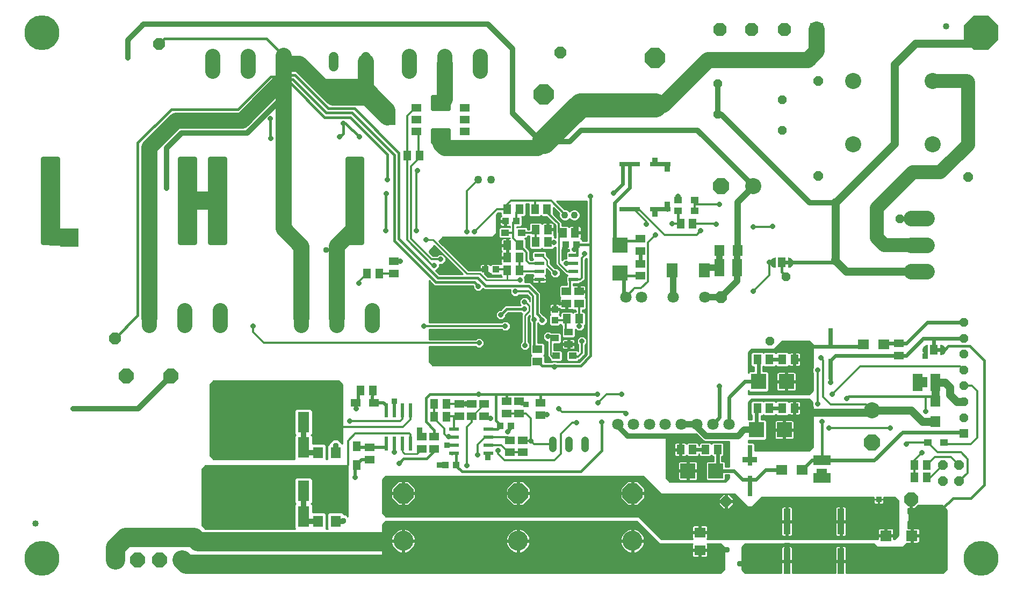
<source format=gtl>
G75*
%MOIN*%
%OFA0B0*%
%FSLAX25Y25*%
%IPPOS*%
%LPD*%
%AMOC8*
5,1,8,0,0,1.08239X$1,22.5*
%
%ADD10C,0.10000*%
%ADD11OC8,0.06000*%
%ADD12C,0.09693*%
%ADD13OC8,0.05400*%
%ADD14R,0.08268X0.08268*%
%ADD15OC8,0.08268*%
%ADD16C,0.04000*%
%ADD17R,0.05906X0.05118*%
%ADD18R,0.05118X0.05906*%
%ADD19R,0.07087X0.12598*%
%ADD20R,0.06299X0.07087*%
%ADD21R,0.07087X0.06299*%
%ADD22C,0.12362*%
%ADD23OC8,0.12362*%
%ADD24R,0.04724X0.05906*%
%ADD25R,0.05906X0.04724*%
%ADD26OC8,0.06496*%
%ADD27R,0.05906X0.06890*%
%ADD28R,0.09449X0.09449*%
%ADD29R,0.06890X0.05906*%
%ADD30R,0.03000X0.12800*%
%ADD31R,0.06299X0.10630*%
%ADD32R,0.10630X0.06299*%
%ADD33R,0.07087X0.08661*%
%ADD34OC8,0.10000*%
%ADD35R,0.04724X0.03937*%
%ADD36C,0.07087*%
%ADD37OC8,0.07087*%
%ADD38R,0.06299X0.07098*%
%ADD39R,0.06102X0.02362*%
%ADD40R,0.04331X0.03937*%
%ADD41R,0.06000X0.12000*%
%ADD42R,0.06000X0.05000*%
%ADD43C,0.02500*%
%ADD44R,0.00984X0.01969*%
%ADD45R,0.05000X0.06000*%
%ADD46C,0.00100*%
%ADD47R,0.03500X0.01000*%
%ADD48R,0.02000X0.01000*%
%ADD49R,0.02362X0.08661*%
%ADD50R,0.12800X0.03000*%
%ADD51OC8,0.09693*%
%ADD52R,0.07087X0.06693*%
%ADD53R,0.05512X0.03937*%
%ADD54C,0.04331*%
%ADD55C,0.04800*%
%ADD56C,0.09299*%
%ADD57C,0.06000*%
%ADD58C,0.02953*%
%ADD59OC8,0.09299*%
%ADD60C,0.05000*%
%ADD61OC8,0.08600*%
%ADD62R,0.03543X0.03543*%
%ADD63OC8,0.05906*%
%ADD64R,0.05315X0.05315*%
%ADD65OC8,0.05315*%
%ADD66R,0.04300X0.16000*%
%ADD67R,0.03937X0.04331*%
%ADD68C,0.04000*%
%ADD69R,0.03175X0.03175*%
%ADD70C,0.10000*%
%ADD71C,0.01200*%
%ADD72C,0.01600*%
%ADD73C,0.15000*%
%ADD74C,0.03200*%
%ADD75OC8,0.03175*%
%ADD76OC8,0.21654*%
%ADD77C,0.05000*%
%ADD78C,0.02400*%
%ADD79C,0.08600*%
%ADD80OC8,0.03569*%
%ADD81R,0.03569X0.03569*%
%ADD82C,0.01000*%
%ADD83C,0.12000*%
%ADD84R,0.03962X0.03962*%
%ADD85C,0.02000*%
%ADD86C,0.21654*%
%ADD87C,0.01400*%
D10*
X0484727Y0258093D03*
X0547013Y0284006D03*
X0596225Y0284006D03*
X0596225Y0323376D03*
X0547013Y0323376D03*
X0558477Y0118593D03*
D11*
X0525227Y0264343D03*
X0618227Y0263843D03*
X0618227Y0322843D03*
X0525227Y0323343D03*
D12*
X0582755Y0238039D02*
X0592448Y0238039D01*
X0592448Y0221504D02*
X0582755Y0221504D01*
X0582755Y0204969D02*
X0592448Y0204969D01*
D13*
X0575977Y0221593D03*
X0575977Y0237843D03*
X0535977Y0247843D03*
X0535977Y0211593D03*
X0505227Y0201843D03*
X0495227Y0161843D03*
X0502977Y0292593D03*
X0502977Y0311843D03*
X0462977Y0302593D03*
X0462977Y0321843D03*
D14*
X0524294Y0355362D03*
D15*
X0504294Y0355362D03*
X0483794Y0355362D03*
X0464294Y0355362D03*
D16*
X0604530Y0357331D03*
X0039570Y0048276D03*
D17*
X0246727Y0088102D03*
X0246727Y0095583D03*
X0279227Y0094852D03*
X0286977Y0094852D03*
X0286977Y0102333D03*
X0279227Y0102333D03*
X0302477Y0115102D03*
X0302477Y0122583D03*
X0310227Y0122583D03*
X0310227Y0115102D03*
X0317977Y0115102D03*
X0317977Y0122583D03*
X0331727Y0124333D03*
X0339477Y0124333D03*
X0339477Y0116852D03*
X0331727Y0116852D03*
X0352727Y0115852D03*
X0352727Y0123333D03*
X0341727Y0100083D03*
X0333977Y0100083D03*
X0333977Y0092602D03*
X0341727Y0092602D03*
X0350977Y0149102D03*
X0350977Y0156583D03*
X0368977Y0185102D03*
X0376727Y0185102D03*
X0376727Y0192583D03*
X0368977Y0192583D03*
X0414727Y0202352D03*
X0414727Y0209833D03*
X0414727Y0217852D03*
X0414727Y0225333D03*
X0261727Y0211333D03*
X0261727Y0203852D03*
X0575227Y0160333D03*
X0575227Y0152852D03*
D18*
X0510467Y0150343D03*
X0502987Y0150343D03*
X0494967Y0150343D03*
X0487487Y0150343D03*
X0487487Y0120093D03*
X0494967Y0120093D03*
X0502987Y0120093D03*
X0510467Y0120093D03*
X0462717Y0094343D03*
X0455237Y0094343D03*
X0447217Y0094343D03*
X0439737Y0094343D03*
X0376717Y0175593D03*
X0369237Y0175593D03*
X0339717Y0205843D03*
X0332237Y0205843D03*
X0332237Y0213593D03*
X0339717Y0213593D03*
X0339717Y0221343D03*
X0332237Y0221343D03*
X0349987Y0223343D03*
X0357467Y0223343D03*
X0366737Y0229093D03*
X0374217Y0229093D03*
X0357467Y0231093D03*
X0349987Y0231093D03*
X0349487Y0243593D03*
X0356967Y0243593D03*
X0339717Y0243593D03*
X0332237Y0243593D03*
X0277717Y0276943D03*
X0270237Y0276943D03*
X0252717Y0203843D03*
X0245237Y0203843D03*
X0248717Y0131093D03*
X0241237Y0131093D03*
X0286987Y0122593D03*
X0294467Y0122593D03*
X0294467Y0114843D03*
X0286987Y0114843D03*
X0439737Y0234593D03*
X0447217Y0234593D03*
X0584987Y0084843D03*
X0592467Y0084843D03*
X0592467Y0077093D03*
X0584987Y0077093D03*
D19*
X0205751Y0068593D03*
X0183703Y0068593D03*
X0183703Y0052843D03*
X0205751Y0052843D03*
X0205751Y0095593D03*
X0183703Y0095593D03*
X0183703Y0111343D03*
X0205751Y0111343D03*
D20*
X0214715Y0092343D03*
X0225739Y0092343D03*
X0225739Y0049843D03*
X0214715Y0049843D03*
D21*
X0451727Y0042854D03*
X0451727Y0031831D03*
D22*
X0409977Y0037579D03*
X0338977Y0037579D03*
X0267727Y0037579D03*
X0354977Y0285579D03*
X0423977Y0308329D03*
D23*
X0423977Y0337856D03*
X0354977Y0315106D03*
X0338977Y0067106D03*
X0409977Y0067106D03*
X0267727Y0067106D03*
D24*
X0238727Y0084884D03*
X0238727Y0096301D03*
D25*
X0238268Y0123343D03*
X0249686Y0123343D03*
D26*
X0467977Y0062093D03*
D27*
X0597727Y0111691D03*
X0597727Y0124490D03*
D28*
X0505388Y0136593D03*
X0488066Y0136593D03*
X0486816Y0106593D03*
X0504138Y0106593D03*
X0461638Y0081093D03*
X0444316Y0081093D03*
X0402227Y0203931D03*
X0402227Y0221254D03*
D29*
X0553075Y0159843D03*
X0565875Y0159843D03*
X0515375Y0081843D03*
X0502575Y0081843D03*
D30*
X0482727Y0090593D03*
X0482727Y0071593D03*
X0532727Y0144343D03*
X0532727Y0163343D03*
D31*
X0586715Y0136093D03*
X0597739Y0136093D03*
X0474989Y0207343D03*
X0463965Y0207343D03*
D32*
X0527477Y0087604D03*
X0527477Y0076581D03*
D33*
X0454516Y0205843D03*
X0434438Y0205843D03*
D34*
X0464727Y0258093D03*
X0558477Y0098593D03*
D35*
X0593109Y0098593D03*
X0603345Y0098593D03*
X0372845Y0152593D03*
X0362609Y0152593D03*
X0341095Y0229093D03*
X0330859Y0229093D03*
X0438359Y0242593D03*
X0438359Y0249343D03*
X0448595Y0249343D03*
X0448595Y0242593D03*
D36*
X0454962Y0188963D03*
X0435277Y0188963D03*
X0415592Y0188963D03*
X0405749Y0188963D03*
X0400828Y0110222D03*
X0410671Y0110222D03*
X0420513Y0110222D03*
X0430356Y0110222D03*
X0440198Y0110222D03*
X0450041Y0110222D03*
X0459883Y0110222D03*
X0469726Y0110222D03*
D37*
X0464805Y0188963D03*
X0365227Y0341093D03*
X0116341Y0346504D03*
X0088782Y0163433D03*
D38*
X0463879Y0218093D03*
X0475075Y0218093D03*
D39*
X0373357Y0215073D03*
X0373357Y0210073D03*
X0373357Y0205073D03*
X0373357Y0200073D03*
X0352097Y0200073D03*
X0352097Y0205073D03*
X0352097Y0210073D03*
X0352097Y0215073D03*
X0320607Y0107073D03*
X0320607Y0102073D03*
X0320607Y0097073D03*
X0320607Y0092073D03*
X0299347Y0092073D03*
X0299347Y0097073D03*
X0299347Y0102073D03*
X0299347Y0107073D03*
D40*
X0327881Y0109093D03*
X0334573Y0109093D03*
X0300573Y0084843D03*
X0293881Y0084843D03*
X0318631Y0206343D03*
X0325323Y0206343D03*
X0368631Y0221843D03*
X0375323Y0221843D03*
X0337823Y0236343D03*
X0331131Y0236343D03*
D41*
X0462077Y0028343D03*
X0481877Y0028343D03*
D42*
X0305977Y0292043D03*
X0305977Y0299343D03*
X0305977Y0306643D03*
X0275977Y0306643D03*
X0275977Y0299343D03*
X0275977Y0292043D03*
D43*
X0286227Y0292793D02*
X0286227Y0285293D01*
X0286227Y0292793D02*
X0295727Y0292793D01*
X0295727Y0285293D01*
X0286227Y0285293D01*
X0286227Y0287792D02*
X0295727Y0287792D01*
X0295727Y0290291D02*
X0286227Y0290291D01*
X0286227Y0292790D02*
X0295727Y0292790D01*
X0286227Y0305893D02*
X0286227Y0313393D01*
X0295727Y0313393D01*
X0295727Y0305893D01*
X0286227Y0305893D01*
X0286227Y0308392D02*
X0295727Y0308392D01*
X0295727Y0310891D02*
X0286227Y0310891D01*
X0286227Y0313390D02*
X0295727Y0313390D01*
D44*
X0247690Y0037093D03*
X0246764Y0037093D03*
X0223190Y0023093D03*
X0222264Y0023093D03*
D45*
X0502477Y0210593D03*
X0596977Y0156343D03*
D46*
X0598977Y0156374D02*
X0603974Y0156374D01*
X0603977Y0156343D02*
X0603919Y0155757D01*
X0603749Y0155194D01*
X0603471Y0154676D01*
X0603098Y0154221D01*
X0602644Y0153848D01*
X0602125Y0153571D01*
X0601562Y0153400D01*
X0600977Y0153343D01*
X0600977Y0155343D01*
X0598977Y0155343D01*
X0598977Y0157343D01*
X0600977Y0157343D01*
X0600977Y0159343D01*
X0601562Y0159285D01*
X0602125Y0159114D01*
X0602644Y0158837D01*
X0603098Y0158464D01*
X0603471Y0158009D01*
X0603749Y0157491D01*
X0603919Y0156928D01*
X0603977Y0156343D01*
X0603970Y0156275D02*
X0598977Y0156275D01*
X0598977Y0156176D02*
X0603961Y0156176D01*
X0603951Y0156078D02*
X0598977Y0156078D01*
X0598977Y0155979D02*
X0603941Y0155979D01*
X0603932Y0155881D02*
X0598977Y0155881D01*
X0598977Y0155782D02*
X0603922Y0155782D01*
X0603897Y0155684D02*
X0598977Y0155684D01*
X0598977Y0155585D02*
X0603867Y0155585D01*
X0603837Y0155487D02*
X0598977Y0155487D01*
X0598977Y0155388D02*
X0603808Y0155388D01*
X0603778Y0155290D02*
X0600977Y0155290D01*
X0600977Y0155191D02*
X0603747Y0155191D01*
X0603694Y0155093D02*
X0600977Y0155093D01*
X0600977Y0154994D02*
X0603642Y0154994D01*
X0603589Y0154896D02*
X0600977Y0154896D01*
X0600977Y0154797D02*
X0603536Y0154797D01*
X0603484Y0154699D02*
X0600977Y0154699D01*
X0600977Y0154600D02*
X0603409Y0154600D01*
X0603329Y0154502D02*
X0600977Y0154502D01*
X0600977Y0154403D02*
X0603248Y0154403D01*
X0603167Y0154305D02*
X0600977Y0154305D01*
X0600977Y0154206D02*
X0603080Y0154206D01*
X0602960Y0154108D02*
X0600977Y0154108D01*
X0600977Y0154009D02*
X0602840Y0154009D01*
X0602720Y0153911D02*
X0600977Y0153911D01*
X0600977Y0153812D02*
X0602577Y0153812D01*
X0602392Y0153714D02*
X0600977Y0153714D01*
X0600977Y0153615D02*
X0602208Y0153615D01*
X0601946Y0153517D02*
X0600977Y0153517D01*
X0600977Y0153418D02*
X0601622Y0153418D01*
X0603964Y0156472D02*
X0598977Y0156472D01*
X0598977Y0156571D02*
X0603955Y0156571D01*
X0603945Y0156669D02*
X0598977Y0156669D01*
X0598977Y0156768D02*
X0603935Y0156768D01*
X0603925Y0156866D02*
X0598977Y0156866D01*
X0598977Y0156965D02*
X0603908Y0156965D01*
X0603878Y0157063D02*
X0598977Y0157063D01*
X0598977Y0157162D02*
X0603848Y0157162D01*
X0603819Y0157260D02*
X0598977Y0157260D01*
X0600977Y0157359D02*
X0603789Y0157359D01*
X0603759Y0157457D02*
X0600977Y0157457D01*
X0600977Y0157556D02*
X0603714Y0157556D01*
X0603661Y0157654D02*
X0600977Y0157654D01*
X0600977Y0157753D02*
X0603609Y0157753D01*
X0603556Y0157851D02*
X0600977Y0157851D01*
X0600977Y0157950D02*
X0603503Y0157950D01*
X0603439Y0158048D02*
X0600977Y0158048D01*
X0600977Y0158147D02*
X0603359Y0158147D01*
X0603278Y0158245D02*
X0600977Y0158245D01*
X0600977Y0158344D02*
X0603197Y0158344D01*
X0603116Y0158442D02*
X0600977Y0158442D01*
X0600977Y0158541D02*
X0603005Y0158541D01*
X0602885Y0158639D02*
X0600977Y0158639D01*
X0600977Y0158738D02*
X0602765Y0158738D01*
X0602645Y0158836D02*
X0600977Y0158836D01*
X0600977Y0158935D02*
X0602461Y0158935D01*
X0602276Y0159033D02*
X0600977Y0159033D01*
X0600977Y0159132D02*
X0602067Y0159132D01*
X0601742Y0159230D02*
X0600977Y0159230D01*
X0600977Y0159329D02*
X0601116Y0159329D01*
X0592977Y0159329D02*
X0592838Y0159329D01*
X0592977Y0159343D02*
X0592392Y0159285D01*
X0591829Y0159114D01*
X0591310Y0158837D01*
X0590856Y0158464D01*
X0590483Y0158009D01*
X0590205Y0157491D01*
X0590035Y0156928D01*
X0589977Y0156343D01*
X0590035Y0155757D01*
X0590205Y0155194D01*
X0590483Y0154676D01*
X0590856Y0154221D01*
X0591310Y0153848D01*
X0591829Y0153571D01*
X0592392Y0153400D01*
X0592977Y0153343D01*
X0592977Y0159343D01*
X0592977Y0159230D02*
X0592212Y0159230D01*
X0591887Y0159132D02*
X0592977Y0159132D01*
X0592977Y0159033D02*
X0591678Y0159033D01*
X0591493Y0158935D02*
X0592977Y0158935D01*
X0592977Y0158836D02*
X0591310Y0158836D01*
X0591190Y0158738D02*
X0592977Y0158738D01*
X0592977Y0158639D02*
X0591069Y0158639D01*
X0590949Y0158541D02*
X0592977Y0158541D01*
X0592977Y0158442D02*
X0590838Y0158442D01*
X0590757Y0158344D02*
X0592977Y0158344D01*
X0592977Y0158245D02*
X0590676Y0158245D01*
X0590595Y0158147D02*
X0592977Y0158147D01*
X0592977Y0158048D02*
X0590515Y0158048D01*
X0590451Y0157950D02*
X0592977Y0157950D01*
X0592977Y0157851D02*
X0590398Y0157851D01*
X0590345Y0157753D02*
X0592977Y0157753D01*
X0592977Y0157654D02*
X0590293Y0157654D01*
X0590240Y0157556D02*
X0592977Y0157556D01*
X0592977Y0157457D02*
X0590195Y0157457D01*
X0590165Y0157359D02*
X0592977Y0157359D01*
X0592977Y0157260D02*
X0590135Y0157260D01*
X0590106Y0157162D02*
X0592977Y0157162D01*
X0592977Y0157063D02*
X0590076Y0157063D01*
X0590046Y0156965D02*
X0592977Y0156965D01*
X0592977Y0156866D02*
X0590029Y0156866D01*
X0590019Y0156768D02*
X0592977Y0156768D01*
X0592977Y0156669D02*
X0590009Y0156669D01*
X0589999Y0156571D02*
X0592977Y0156571D01*
X0592977Y0156472D02*
X0589990Y0156472D01*
X0589980Y0156374D02*
X0592977Y0156374D01*
X0592977Y0156275D02*
X0589984Y0156275D01*
X0589993Y0156176D02*
X0592977Y0156176D01*
X0592977Y0156078D02*
X0590003Y0156078D01*
X0590013Y0155979D02*
X0592977Y0155979D01*
X0592977Y0155881D02*
X0590022Y0155881D01*
X0590032Y0155782D02*
X0592977Y0155782D01*
X0592977Y0155684D02*
X0590057Y0155684D01*
X0590087Y0155585D02*
X0592977Y0155585D01*
X0592977Y0155487D02*
X0590117Y0155487D01*
X0590147Y0155388D02*
X0592977Y0155388D01*
X0592977Y0155290D02*
X0590176Y0155290D01*
X0590207Y0155191D02*
X0592977Y0155191D01*
X0592977Y0155093D02*
X0590260Y0155093D01*
X0590312Y0154994D02*
X0592977Y0154994D01*
X0592977Y0154896D02*
X0590365Y0154896D01*
X0590418Y0154797D02*
X0592977Y0154797D01*
X0592977Y0154699D02*
X0590470Y0154699D01*
X0590545Y0154600D02*
X0592977Y0154600D01*
X0592977Y0154502D02*
X0590625Y0154502D01*
X0590706Y0154403D02*
X0592977Y0154403D01*
X0592977Y0154305D02*
X0590787Y0154305D01*
X0590874Y0154206D02*
X0592977Y0154206D01*
X0592977Y0154108D02*
X0590994Y0154108D01*
X0591114Y0154009D02*
X0592977Y0154009D01*
X0592977Y0153911D02*
X0591234Y0153911D01*
X0591377Y0153812D02*
X0592977Y0153812D01*
X0592977Y0153714D02*
X0591562Y0153714D01*
X0591746Y0153615D02*
X0592977Y0153615D01*
X0592977Y0153517D02*
X0592008Y0153517D01*
X0592332Y0153418D02*
X0592977Y0153418D01*
X0508971Y0208926D02*
X0508598Y0208471D01*
X0508144Y0208098D01*
X0507625Y0207821D01*
X0507062Y0207650D01*
X0506477Y0207593D01*
X0506477Y0209593D01*
X0504477Y0209593D01*
X0504477Y0211593D01*
X0506477Y0211593D01*
X0506477Y0213593D01*
X0507062Y0213535D01*
X0507625Y0213364D01*
X0508144Y0213087D01*
X0508598Y0212714D01*
X0508971Y0212259D01*
X0509249Y0211741D01*
X0509419Y0211178D01*
X0509477Y0210593D01*
X0509419Y0210007D01*
X0509249Y0209444D01*
X0508971Y0208926D01*
X0508934Y0208880D02*
X0506477Y0208880D01*
X0506477Y0208782D02*
X0508853Y0208782D01*
X0508772Y0208683D02*
X0506477Y0208683D01*
X0506477Y0208585D02*
X0508691Y0208585D01*
X0508611Y0208486D02*
X0506477Y0208486D01*
X0506477Y0208387D02*
X0508496Y0208387D01*
X0508376Y0208289D02*
X0506477Y0208289D01*
X0506477Y0208190D02*
X0508256Y0208190D01*
X0508132Y0208092D02*
X0506477Y0208092D01*
X0506477Y0207993D02*
X0507948Y0207993D01*
X0507764Y0207895D02*
X0506477Y0207895D01*
X0506477Y0207796D02*
X0507544Y0207796D01*
X0507220Y0207698D02*
X0506477Y0207698D01*
X0506477Y0207599D02*
X0506547Y0207599D01*
X0506477Y0208979D02*
X0509000Y0208979D01*
X0509052Y0209077D02*
X0506477Y0209077D01*
X0506477Y0209176D02*
X0509105Y0209176D01*
X0509158Y0209274D02*
X0506477Y0209274D01*
X0506477Y0209373D02*
X0509210Y0209373D01*
X0509257Y0209471D02*
X0506477Y0209471D01*
X0506477Y0209570D02*
X0509287Y0209570D01*
X0509317Y0209668D02*
X0504477Y0209668D01*
X0504477Y0209767D02*
X0509346Y0209767D01*
X0509376Y0209865D02*
X0504477Y0209865D01*
X0504477Y0209964D02*
X0509406Y0209964D01*
X0509425Y0210062D02*
X0504477Y0210062D01*
X0504477Y0210161D02*
X0509435Y0210161D01*
X0509444Y0210259D02*
X0504477Y0210259D01*
X0504477Y0210358D02*
X0509454Y0210358D01*
X0509464Y0210456D02*
X0504477Y0210456D01*
X0504477Y0210555D02*
X0509473Y0210555D01*
X0509471Y0210653D02*
X0504477Y0210653D01*
X0504477Y0210752D02*
X0509461Y0210752D01*
X0509452Y0210850D02*
X0504477Y0210850D01*
X0504477Y0210949D02*
X0509442Y0210949D01*
X0509432Y0211047D02*
X0504477Y0211047D01*
X0504477Y0211146D02*
X0509423Y0211146D01*
X0509399Y0211244D02*
X0504477Y0211244D01*
X0504477Y0211343D02*
X0509369Y0211343D01*
X0509339Y0211441D02*
X0504477Y0211441D01*
X0504477Y0211540D02*
X0509310Y0211540D01*
X0509280Y0211638D02*
X0506477Y0211638D01*
X0506477Y0211737D02*
X0509250Y0211737D01*
X0509198Y0211835D02*
X0506477Y0211835D01*
X0506477Y0211934D02*
X0509145Y0211934D01*
X0509093Y0212032D02*
X0506477Y0212032D01*
X0506477Y0212131D02*
X0509040Y0212131D01*
X0508987Y0212229D02*
X0506477Y0212229D01*
X0506477Y0212328D02*
X0508915Y0212328D01*
X0508834Y0212426D02*
X0506477Y0212426D01*
X0506477Y0212525D02*
X0508753Y0212525D01*
X0508673Y0212623D02*
X0506477Y0212623D01*
X0506477Y0212722D02*
X0508588Y0212722D01*
X0508468Y0212820D02*
X0506477Y0212820D01*
X0506477Y0212919D02*
X0508348Y0212919D01*
X0508228Y0213018D02*
X0506477Y0213018D01*
X0506477Y0213116D02*
X0508089Y0213116D01*
X0507905Y0213215D02*
X0506477Y0213215D01*
X0506477Y0213313D02*
X0507721Y0213313D01*
X0507469Y0213412D02*
X0506477Y0213412D01*
X0506477Y0213510D02*
X0507144Y0213510D01*
X0498477Y0213510D02*
X0497810Y0213510D01*
X0497892Y0213535D02*
X0498477Y0213593D01*
X0498477Y0207593D01*
X0497892Y0207650D01*
X0497329Y0207821D01*
X0496810Y0208098D01*
X0496356Y0208471D01*
X0495983Y0208926D01*
X0495705Y0209444D01*
X0495535Y0210007D01*
X0495477Y0210593D01*
X0495535Y0211178D01*
X0495705Y0211741D01*
X0495983Y0212259D01*
X0496356Y0212714D01*
X0496810Y0213087D01*
X0497329Y0213364D01*
X0497892Y0213535D01*
X0497485Y0213412D02*
X0498477Y0213412D01*
X0498477Y0213313D02*
X0497233Y0213313D01*
X0497049Y0213215D02*
X0498477Y0213215D01*
X0498477Y0213116D02*
X0496865Y0213116D01*
X0496726Y0213018D02*
X0498477Y0213018D01*
X0498477Y0212919D02*
X0496606Y0212919D01*
X0496486Y0212820D02*
X0498477Y0212820D01*
X0498477Y0212722D02*
X0496366Y0212722D01*
X0496282Y0212623D02*
X0498477Y0212623D01*
X0498477Y0212525D02*
X0496201Y0212525D01*
X0496120Y0212426D02*
X0498477Y0212426D01*
X0498477Y0212328D02*
X0496039Y0212328D01*
X0495967Y0212229D02*
X0498477Y0212229D01*
X0498477Y0212131D02*
X0495914Y0212131D01*
X0495861Y0212032D02*
X0498477Y0212032D01*
X0498477Y0211934D02*
X0495809Y0211934D01*
X0495756Y0211835D02*
X0498477Y0211835D01*
X0498477Y0211737D02*
X0495704Y0211737D01*
X0495674Y0211638D02*
X0498477Y0211638D01*
X0498477Y0211540D02*
X0495644Y0211540D01*
X0495615Y0211441D02*
X0498477Y0211441D01*
X0498477Y0211343D02*
X0495585Y0211343D01*
X0495555Y0211244D02*
X0498477Y0211244D01*
X0498477Y0211146D02*
X0495532Y0211146D01*
X0495522Y0211047D02*
X0498477Y0211047D01*
X0498477Y0210949D02*
X0495512Y0210949D01*
X0495502Y0210850D02*
X0498477Y0210850D01*
X0498477Y0210752D02*
X0495493Y0210752D01*
X0495483Y0210653D02*
X0498477Y0210653D01*
X0498477Y0210555D02*
X0495481Y0210555D01*
X0495490Y0210456D02*
X0498477Y0210456D01*
X0498477Y0210358D02*
X0495500Y0210358D01*
X0495510Y0210259D02*
X0498477Y0210259D01*
X0498477Y0210161D02*
X0495520Y0210161D01*
X0495529Y0210062D02*
X0498477Y0210062D01*
X0498477Y0209964D02*
X0495548Y0209964D01*
X0495578Y0209865D02*
X0498477Y0209865D01*
X0498477Y0209767D02*
X0495608Y0209767D01*
X0495638Y0209668D02*
X0498477Y0209668D01*
X0498477Y0209570D02*
X0495667Y0209570D01*
X0495697Y0209471D02*
X0498477Y0209471D01*
X0498477Y0209373D02*
X0495744Y0209373D01*
X0495796Y0209274D02*
X0498477Y0209274D01*
X0498477Y0209176D02*
X0495849Y0209176D01*
X0495902Y0209077D02*
X0498477Y0209077D01*
X0498477Y0208979D02*
X0495954Y0208979D01*
X0496020Y0208880D02*
X0498477Y0208880D01*
X0498477Y0208782D02*
X0496101Y0208782D01*
X0496182Y0208683D02*
X0498477Y0208683D01*
X0498477Y0208585D02*
X0496263Y0208585D01*
X0496344Y0208486D02*
X0498477Y0208486D01*
X0498477Y0208387D02*
X0496458Y0208387D01*
X0496578Y0208289D02*
X0498477Y0208289D01*
X0498477Y0208190D02*
X0496698Y0208190D01*
X0496822Y0208092D02*
X0498477Y0208092D01*
X0498477Y0207993D02*
X0497006Y0207993D01*
X0497190Y0207895D02*
X0498477Y0207895D01*
X0498477Y0207796D02*
X0497410Y0207796D01*
X0497734Y0207698D02*
X0498477Y0207698D01*
X0498477Y0207599D02*
X0498407Y0207599D01*
D47*
X0507477Y0210593D03*
X0601977Y0156343D03*
D48*
X0591227Y0156343D03*
X0496727Y0210593D03*
D49*
X0272227Y0118579D03*
X0267227Y0118579D03*
X0262227Y0118579D03*
X0257227Y0118579D03*
X0257227Y0098106D03*
X0262227Y0098106D03*
X0267227Y0098106D03*
X0272227Y0098106D03*
D50*
X0408227Y0243593D03*
X0427227Y0243593D03*
X0427227Y0271593D03*
X0408227Y0271593D03*
D51*
X0565160Y0052213D03*
X0586814Y0052213D03*
D52*
X0583298Y0040843D03*
X0567156Y0040843D03*
D53*
X0370308Y0159852D03*
X0370308Y0167333D03*
X0361646Y0163593D03*
D54*
X0368024Y0240093D03*
X0373930Y0240093D03*
D55*
X0370477Y0099993D02*
X0370477Y0095193D01*
X0380477Y0095193D02*
X0380477Y0099993D01*
X0360477Y0099993D02*
X0360477Y0095193D01*
D56*
X0248577Y0171268D02*
X0248577Y0180567D01*
X0226577Y0180567D02*
X0226577Y0171268D01*
X0204577Y0171268D02*
X0204577Y0180567D01*
X0154089Y0180567D02*
X0154089Y0171268D01*
X0132089Y0171268D02*
X0132089Y0180567D01*
X0110089Y0180567D02*
X0110089Y0171268D01*
X0149459Y0329370D02*
X0149459Y0338669D01*
X0171459Y0338669D02*
X0171459Y0329370D01*
X0193459Y0329370D02*
X0193459Y0338669D01*
X0271507Y0338669D02*
X0271507Y0329370D01*
X0293507Y0329370D02*
X0293507Y0338669D01*
X0315507Y0338669D02*
X0315507Y0329370D01*
D57*
X0244451Y0332520D02*
X0244451Y0338520D01*
X0224451Y0338520D02*
X0224451Y0332520D01*
D58*
X0233068Y0275176D02*
X0233068Y0223010D01*
X0233068Y0275176D02*
X0241926Y0275176D01*
X0241926Y0223010D01*
X0233068Y0223010D01*
X0233068Y0225962D02*
X0241926Y0225962D01*
X0241926Y0228914D02*
X0233068Y0228914D01*
X0233068Y0231866D02*
X0241926Y0231866D01*
X0241926Y0234818D02*
X0233068Y0234818D01*
X0233068Y0237770D02*
X0241926Y0237770D01*
X0241926Y0240722D02*
X0233068Y0240722D01*
X0233068Y0243674D02*
X0241926Y0243674D01*
X0241926Y0246626D02*
X0233068Y0246626D01*
X0233068Y0249578D02*
X0241926Y0249578D01*
X0241926Y0252530D02*
X0233068Y0252530D01*
X0233068Y0255482D02*
X0241926Y0255482D01*
X0241926Y0258434D02*
X0233068Y0258434D01*
X0233068Y0261386D02*
X0241926Y0261386D01*
X0241926Y0264338D02*
X0233068Y0264338D01*
X0233068Y0267290D02*
X0241926Y0267290D01*
X0241926Y0270242D02*
X0233068Y0270242D01*
X0233068Y0273194D02*
X0241926Y0273194D01*
X0148028Y0275176D02*
X0148028Y0223010D01*
X0148028Y0275176D02*
X0156886Y0275176D01*
X0156886Y0223010D01*
X0148028Y0223010D01*
X0148028Y0225962D02*
X0156886Y0225962D01*
X0156886Y0228914D02*
X0148028Y0228914D01*
X0148028Y0231866D02*
X0156886Y0231866D01*
X0156886Y0234818D02*
X0148028Y0234818D01*
X0148028Y0237770D02*
X0156886Y0237770D01*
X0156886Y0240722D02*
X0148028Y0240722D01*
X0148028Y0243674D02*
X0156886Y0243674D01*
X0156886Y0246626D02*
X0148028Y0246626D01*
X0148028Y0249578D02*
X0156886Y0249578D01*
X0156886Y0252530D02*
X0148028Y0252530D01*
X0148028Y0255482D02*
X0156886Y0255482D01*
X0156886Y0258434D02*
X0148028Y0258434D01*
X0148028Y0261386D02*
X0156886Y0261386D01*
X0156886Y0264338D02*
X0148028Y0264338D01*
X0148028Y0267290D02*
X0156886Y0267290D01*
X0156886Y0270242D02*
X0148028Y0270242D01*
X0148028Y0273194D02*
X0156886Y0273194D01*
X0138176Y0275176D02*
X0138176Y0223010D01*
X0129318Y0223010D01*
X0129318Y0275176D01*
X0138176Y0275176D01*
X0138176Y0225962D02*
X0129318Y0225962D01*
X0129318Y0228914D02*
X0138176Y0228914D01*
X0138176Y0231866D02*
X0129318Y0231866D01*
X0129318Y0234818D02*
X0138176Y0234818D01*
X0138176Y0237770D02*
X0129318Y0237770D01*
X0129318Y0240722D02*
X0138176Y0240722D01*
X0138176Y0243674D02*
X0129318Y0243674D01*
X0129318Y0246626D02*
X0138176Y0246626D01*
X0138176Y0249578D02*
X0129318Y0249578D01*
X0129318Y0252530D02*
X0138176Y0252530D01*
X0138176Y0255482D02*
X0129318Y0255482D01*
X0129318Y0258434D02*
X0138176Y0258434D01*
X0138176Y0261386D02*
X0129318Y0261386D01*
X0129318Y0264338D02*
X0138176Y0264338D01*
X0138176Y0267290D02*
X0129318Y0267290D01*
X0129318Y0270242D02*
X0138176Y0270242D01*
X0138176Y0273194D02*
X0129318Y0273194D01*
X0053136Y0275176D02*
X0053136Y0223010D01*
X0044278Y0223010D01*
X0044278Y0275176D01*
X0053136Y0275176D01*
X0053136Y0225962D02*
X0044278Y0225962D01*
X0044278Y0228914D02*
X0053136Y0228914D01*
X0053136Y0231866D02*
X0044278Y0231866D01*
X0044278Y0234818D02*
X0053136Y0234818D01*
X0053136Y0237770D02*
X0044278Y0237770D01*
X0044278Y0240722D02*
X0053136Y0240722D01*
X0053136Y0243674D02*
X0044278Y0243674D01*
X0044278Y0246626D02*
X0053136Y0246626D01*
X0053136Y0249578D02*
X0044278Y0249578D01*
X0044278Y0252530D02*
X0053136Y0252530D01*
X0053136Y0255482D02*
X0044278Y0255482D01*
X0044278Y0258434D02*
X0053136Y0258434D01*
X0053136Y0261386D02*
X0044278Y0261386D01*
X0044278Y0264338D02*
X0053136Y0264338D01*
X0053136Y0267290D02*
X0044278Y0267290D01*
X0044278Y0270242D02*
X0053136Y0270242D01*
X0053136Y0273194D02*
X0044278Y0273194D01*
D59*
X0095948Y0139929D03*
X0123507Y0139929D03*
X0130396Y0025756D03*
X0116617Y0025756D03*
X0102837Y0025756D03*
X0089058Y0025756D03*
D60*
X0314290Y0262093D03*
X0322164Y0262093D03*
D61*
X0582727Y0063343D03*
D62*
X0562727Y0063343D03*
D63*
X0602680Y0074772D03*
X0612680Y0074772D03*
X0612680Y0084772D03*
X0602680Y0084772D03*
D64*
X0615554Y0104378D03*
D65*
X0615554Y0114220D03*
X0615554Y0124063D03*
X0615554Y0133906D03*
X0615554Y0143748D03*
X0615554Y0153591D03*
X0615554Y0163433D03*
X0615554Y0173276D03*
D66*
X0539227Y0049643D03*
X0505727Y0049643D03*
X0505727Y0025043D03*
X0539227Y0025043D03*
D67*
X0361727Y0174746D03*
X0361727Y0181439D03*
D68*
X0435277Y0188963D02*
X0435277Y0206253D01*
X0434438Y0205843D01*
X0454516Y0205843D02*
X0454766Y0207343D01*
X0463965Y0207343D01*
X0463879Y0207429D01*
X0463879Y0218093D01*
X0474989Y0218006D02*
X0474989Y0207343D01*
X0474977Y0207331D01*
X0474977Y0199093D01*
X0474935Y0199093D01*
X0464805Y0188963D01*
X0454962Y0188963D01*
X0474989Y0218006D02*
X0475075Y0218093D01*
X0475075Y0248191D01*
X0484727Y0257843D01*
X0484727Y0258093D01*
X0450041Y0110222D02*
X0444727Y0110222D01*
X0440198Y0110222D01*
X0450041Y0110222D02*
X0450041Y0108279D01*
X0455477Y0102843D01*
X0475477Y0102843D01*
X0479227Y0106593D01*
X0486816Y0106593D01*
D69*
X0485477Y0088093D03*
X0479977Y0088093D03*
X0525977Y0080843D03*
X0528977Y0080843D03*
X0591227Y0134843D03*
X0591227Y0137843D03*
X0591477Y0152343D03*
X0431477Y0246593D03*
X0423977Y0240843D03*
X0431477Y0268593D03*
X0423977Y0274093D03*
X0374977Y0233343D03*
X0367727Y0218343D03*
X0360727Y0215593D03*
X0315227Y0220343D03*
X0304977Y0225093D03*
X0292477Y0194843D03*
X0292477Y0175843D03*
X0310477Y0164093D03*
X0310477Y0157093D03*
X0339977Y0169093D03*
X0321977Y0176343D03*
X0318977Y0176343D03*
X0362477Y0169593D03*
X0362477Y0158093D03*
X0343965Y0122280D03*
X0320215Y0089530D03*
X0294715Y0097030D03*
X0277965Y0106280D03*
X0262215Y0124280D03*
X0290215Y0084780D03*
X0292727Y0279343D03*
X0295727Y0279343D03*
X0298727Y0279343D03*
D70*
X0293477Y0281843D02*
X0290977Y0284343D01*
X0290977Y0289043D01*
X0293477Y0281843D02*
X0342227Y0281843D01*
X0351241Y0281843D01*
X0354977Y0285579D01*
X0293507Y0312172D02*
X0290977Y0309643D01*
X0293507Y0312172D02*
X0293507Y0334020D01*
X0257977Y0305093D02*
X0245727Y0317343D01*
X0244451Y0319343D02*
X0244451Y0314118D01*
X0245477Y0313093D01*
X0257727Y0300843D01*
X0245477Y0313093D02*
X0224227Y0313093D01*
X0203227Y0334093D01*
X0195146Y0334093D01*
X0193477Y0339093D02*
X0193477Y0324343D01*
X0193477Y0322093D01*
X0193477Y0320843D01*
X0193477Y0317593D01*
X0193477Y0316843D01*
X0193477Y0231593D01*
X0204577Y0220492D01*
X0204577Y0175917D01*
X0226577Y0175917D02*
X0226577Y0218343D01*
X0226577Y0220693D01*
X0237497Y0231612D01*
X0152457Y0249093D02*
X0146977Y0249093D01*
X0143227Y0249093D02*
X0133747Y0249093D01*
X0110089Y0281955D02*
X0126977Y0298843D01*
X0167727Y0298843D01*
X0180352Y0311468D01*
X0193477Y0324593D01*
X0193477Y0324093D01*
X0217727Y0319843D02*
X0244477Y0319843D01*
X0244451Y0319343D02*
X0244451Y0335520D01*
X0110089Y0281955D02*
X0110089Y0175917D01*
X0060477Y0226093D02*
X0049227Y0226093D01*
X0423977Y0308329D02*
X0428963Y0308329D01*
X0456977Y0336343D01*
X0518727Y0336343D01*
X0524294Y0341909D01*
X0524294Y0355362D01*
D71*
X0423977Y0274093D02*
X0423977Y0271593D01*
X0427227Y0271593D01*
X0431227Y0271593D01*
X0431477Y0271343D01*
X0431477Y0268593D01*
X0438227Y0251843D02*
X0438359Y0251711D01*
X0438359Y0249343D01*
X0448595Y0249343D02*
X0448595Y0247343D01*
X0449095Y0246843D01*
X0463977Y0246843D01*
X0448595Y0247343D02*
X0448595Y0242593D01*
X0447217Y0234593D02*
X0461737Y0234593D01*
X0461977Y0234352D01*
X0452227Y0230343D02*
X0449727Y0227843D01*
X0429727Y0227843D01*
X0413977Y0243593D01*
X0410977Y0243593D01*
X0418477Y0236093D01*
X0418477Y0234343D01*
X0424227Y0227843D02*
X0419477Y0223093D01*
X0419477Y0198843D01*
X0415227Y0194593D01*
X0411379Y0194593D01*
X0405749Y0188963D01*
X0376727Y0185102D02*
X0376977Y0171093D01*
X0376727Y0176602D01*
X0376717Y0175593D01*
X0369237Y0175593D02*
X0368477Y0174833D01*
X0368477Y0167593D01*
X0368737Y0167333D01*
X0370308Y0167333D01*
X0368390Y0174746D02*
X0361727Y0174746D01*
X0368390Y0174746D02*
X0369237Y0175593D01*
X0360646Y0164593D02*
X0361646Y0163593D01*
X0372845Y0152593D02*
X0376227Y0152093D01*
X0378477Y0154343D01*
X0378477Y0161593D01*
X0348977Y0175093D02*
X0348227Y0175843D01*
X0348227Y0189843D01*
X0345477Y0192593D01*
X0337227Y0192593D01*
X0340487Y0205073D02*
X0339717Y0205843D01*
X0339717Y0213593D01*
X0344227Y0211843D02*
X0345997Y0210073D01*
X0352097Y0210073D01*
X0352097Y0205073D02*
X0340487Y0205073D01*
X0332237Y0205843D02*
X0331737Y0206343D01*
X0325323Y0206343D01*
X0344227Y0211843D02*
X0344227Y0216843D01*
X0341477Y0219593D01*
X0341477Y0221343D01*
X0339717Y0221343D01*
X0339717Y0221852D01*
X0335977Y0225593D01*
X0335977Y0229093D01*
X0330859Y0229093D01*
X0335977Y0229093D02*
X0335977Y0235343D01*
X0336977Y0236343D01*
X0337823Y0236343D01*
X0337823Y0241699D01*
X0339717Y0243593D01*
X0332237Y0243593D02*
X0332227Y0243602D01*
X0332227Y0246843D01*
X0334477Y0249093D01*
X0349477Y0249093D01*
X0359477Y0249093D01*
X0368024Y0240545D01*
X0368024Y0240093D01*
X0364227Y0234593D02*
X0356967Y0241852D01*
X0356967Y0243593D01*
X0349487Y0243593D02*
X0349487Y0249083D01*
X0349477Y0249093D01*
X0332237Y0243593D02*
X0325727Y0243593D01*
X0311977Y0229843D01*
X0307227Y0229843D02*
X0307227Y0255030D01*
X0314290Y0262093D01*
X0295727Y0279343D02*
X0292727Y0279343D01*
X0277717Y0276943D02*
X0277717Y0275583D01*
X0272477Y0270343D01*
X0272477Y0225343D01*
X0285227Y0212593D01*
X0290977Y0212593D01*
X0286977Y0208843D02*
X0285977Y0208843D01*
X0270237Y0224583D01*
X0270237Y0276943D01*
X0270237Y0301602D01*
X0275227Y0306593D01*
X0277177Y0306593D01*
X0275977Y0306643D01*
X0275977Y0292043D02*
X0277227Y0290793D01*
X0277227Y0278183D01*
X0277717Y0276943D01*
X0270987Y0275583D02*
X0270237Y0276943D01*
X0276477Y0267843D02*
X0275727Y0267093D01*
X0275727Y0230343D01*
X0265977Y0211343D02*
X0265967Y0211333D01*
X0261727Y0211333D01*
X0261727Y0203852D02*
X0252727Y0203852D01*
X0252717Y0203843D01*
X0245237Y0203843D02*
X0240227Y0198833D01*
X0240227Y0197843D01*
X0341095Y0229093D02*
X0347237Y0229093D01*
X0349987Y0231093D01*
X0349987Y0223343D01*
X0357467Y0223343D02*
X0360977Y0223343D01*
X0361227Y0223093D01*
X0364227Y0229343D02*
X0364227Y0234593D01*
X0374977Y0233343D02*
X0374217Y0229093D01*
X0380227Y0216093D02*
X0380227Y0215093D01*
X0378477Y0213343D01*
X0378477Y0201093D01*
X0377477Y0200093D01*
X0373377Y0200093D01*
X0373357Y0200073D01*
X0373337Y0200093D01*
X0371227Y0200093D01*
X0371227Y0194833D01*
X0368977Y0192583D01*
X0371977Y0200073D02*
X0373357Y0200073D01*
X0353747Y0215073D02*
X0352097Y0215073D01*
X0408227Y0243593D02*
X0410977Y0243593D01*
X0434477Y0234593D02*
X0439737Y0234593D01*
X0484727Y0232843D02*
X0496727Y0232843D01*
X0496987Y0233102D01*
X0494977Y0210593D02*
X0494977Y0202843D01*
X0484977Y0192843D01*
X0526727Y0151343D02*
X0528227Y0149843D01*
X0528227Y0127093D01*
X0532977Y0122343D01*
X0554727Y0122343D01*
X0558477Y0118593D01*
X0569727Y0107593D02*
X0531727Y0107593D01*
X0524977Y0122593D02*
X0524977Y0143593D01*
X0533727Y0128593D02*
X0551227Y0146093D01*
X0613209Y0146093D01*
X0615554Y0143748D01*
X0615554Y0133906D02*
X0620414Y0133906D01*
X0623727Y0130593D01*
X0623727Y0101593D01*
X0619977Y0097843D01*
X0604095Y0097843D01*
X0603345Y0098593D01*
X0599109Y0092593D02*
X0613727Y0092593D01*
X0617977Y0088343D01*
X0617977Y0080093D01*
X0617727Y0079843D01*
X0617727Y0079819D01*
X0612680Y0074772D01*
X0602680Y0084772D02*
X0595001Y0077093D01*
X0592467Y0077093D01*
X0584987Y0077093D02*
X0584987Y0084843D01*
X0584987Y0087852D01*
X0589477Y0092343D01*
X0593109Y0098593D02*
X0599109Y0092593D01*
X0597467Y0089843D02*
X0607609Y0089843D01*
X0612680Y0084772D01*
X0597467Y0089843D02*
X0592467Y0084843D01*
X0593109Y0098593D02*
X0580477Y0098593D01*
X0579727Y0097843D01*
X0591977Y0118093D02*
X0591977Y0126843D01*
X0592477Y0127343D01*
X0485477Y0088093D02*
X0482727Y0088093D01*
X0479977Y0088093D01*
X0482727Y0088093D02*
X0482727Y0090593D01*
X0405977Y0116843D02*
X0404977Y0117843D01*
X0366227Y0117843D01*
X0364227Y0119843D01*
X0356977Y0116093D02*
X0353967Y0116093D01*
X0352727Y0115852D01*
X0346977Y0113593D02*
X0346977Y0099593D01*
X0348977Y0097593D01*
X0360477Y0097593D01*
X0365477Y0091593D02*
X0361477Y0087593D01*
X0330477Y0087593D01*
X0326477Y0091593D01*
X0326477Y0093593D01*
X0328497Y0097073D02*
X0320607Y0097073D01*
X0320607Y0102073D02*
X0332487Y0102073D01*
X0333977Y0100083D01*
X0328497Y0097073D02*
X0332467Y0093102D01*
X0333977Y0092602D01*
X0341727Y0092602D01*
X0342717Y0099593D02*
X0341727Y0100083D01*
X0342717Y0099593D02*
X0346977Y0099593D01*
X0346977Y0113593D02*
X0343717Y0116852D01*
X0339477Y0116852D01*
X0336477Y0116852D01*
X0336727Y0116602D01*
X0336477Y0116852D02*
X0331727Y0116852D01*
X0338780Y0124280D02*
X0339477Y0124333D01*
X0321727Y0113843D02*
X0321227Y0114343D01*
X0318737Y0114343D01*
X0317977Y0115102D01*
X0310227Y0115102D02*
X0310227Y0111343D01*
X0307227Y0108343D01*
X0307227Y0084343D01*
X0313727Y0091093D02*
X0313727Y0097343D01*
X0318457Y0102073D01*
X0320607Y0102073D01*
X0320607Y0092073D02*
X0320607Y0089921D01*
X0320215Y0089530D01*
X0299347Y0102073D02*
X0299077Y0102343D01*
X0295727Y0102343D01*
X0294977Y0102343D01*
X0293227Y0104093D01*
X0293227Y0107343D01*
X0286987Y0113583D01*
X0286987Y0114843D01*
X0286987Y0122593D01*
X0294467Y0122593D02*
X0294477Y0122583D01*
X0302477Y0122583D01*
X0302477Y0122593D01*
X0306477Y0122593D01*
X0306477Y0122583D01*
X0310227Y0122583D01*
X0302477Y0115102D02*
X0302347Y0114972D01*
X0302477Y0115102D02*
X0299977Y0115102D01*
X0299347Y0114472D01*
X0299347Y0107073D01*
X0294467Y0114843D02*
X0294727Y0115102D01*
X0299977Y0115102D01*
X0272227Y0113093D02*
X0267477Y0108343D01*
X0227977Y0108343D01*
X0234477Y0112093D02*
X0265977Y0112093D01*
X0267227Y0113343D01*
X0267227Y0118579D01*
X0272227Y0118579D02*
X0272227Y0113093D01*
X0271477Y0104343D02*
X0237977Y0104343D01*
X0233477Y0099843D01*
X0233477Y0084593D01*
X0232227Y0083343D01*
X0271477Y0104343D02*
X0272227Y0103593D01*
X0272227Y0098106D01*
X0365477Y0104093D02*
X0365477Y0091593D01*
X0365477Y0104093D02*
X0372477Y0111093D01*
X0375227Y0111093D01*
X0388477Y0123343D02*
X0393727Y0128593D01*
X0403227Y0128593D01*
X0462077Y0028343D02*
X0463727Y0027593D01*
X0476477Y0023343D02*
X0480977Y0023343D01*
X0480977Y0023843D01*
X0575977Y0221504D02*
X0575977Y0221593D01*
X0375727Y0297843D02*
X0375477Y0297843D01*
X0371359Y0301961D01*
X0342227Y0281843D02*
X0342075Y0281691D01*
X0195727Y0327093D02*
X0195602Y0326968D01*
X0193352Y0326968D01*
X0193477Y0326843D01*
X0193477Y0324343D01*
X0193459Y0334020D02*
X0194284Y0334093D01*
X0195146Y0334093D01*
D72*
X0193477Y0339093D02*
X0182727Y0349843D01*
X0119477Y0349843D01*
X0116341Y0346707D01*
X0116341Y0346504D01*
X0123727Y0305843D02*
X0102977Y0285093D01*
X0102977Y0177628D01*
X0088782Y0163433D01*
X0219727Y0218343D02*
X0226577Y0218343D01*
X0256977Y0230343D02*
X0256977Y0253093D01*
X0257227Y0253343D01*
X0257727Y0262093D02*
X0257727Y0277843D01*
X0234727Y0300843D01*
X0218977Y0300843D01*
X0197727Y0322093D01*
X0193477Y0322093D01*
X0193477Y0324093D02*
X0190146Y0324093D01*
X0191977Y0325593D02*
X0191477Y0326093D01*
X0185477Y0326093D01*
X0165227Y0305843D01*
X0123727Y0305843D01*
X0180352Y0311468D02*
X0182477Y0309843D01*
X0193477Y0317593D02*
X0197227Y0317593D01*
X0199227Y0324343D02*
X0193477Y0324343D01*
X0195727Y0327093D02*
X0200477Y0327093D01*
X0221227Y0306343D01*
X0237477Y0306343D01*
X0264977Y0278843D01*
X0264977Y0225343D01*
X0289227Y0201093D01*
X0313977Y0201093D01*
X0318977Y0196093D01*
X0345477Y0196093D01*
X0350727Y0190843D01*
X0350727Y0178593D01*
X0353977Y0175343D01*
X0353977Y0174593D01*
X0348977Y0175093D02*
X0348977Y0158593D01*
X0349487Y0158083D01*
X0350977Y0156583D01*
X0350977Y0149102D02*
X0353737Y0146343D01*
X0361477Y0146343D01*
X0361477Y0145843D01*
X0361477Y0146343D02*
X0377727Y0146343D01*
X0383977Y0152593D01*
X0383977Y0222093D01*
X0383727Y0221843D01*
X0375323Y0221843D01*
X0375477Y0220689D01*
X0375477Y0218343D01*
X0375477Y0215093D01*
X0375457Y0215073D01*
X0373357Y0215073D01*
X0383977Y0222093D02*
X0383977Y0251843D01*
X0403727Y0271093D02*
X0403977Y0271343D01*
X0408227Y0271593D01*
X0423727Y0243593D02*
X0427227Y0243593D01*
X0431227Y0243593D01*
X0431477Y0243343D01*
X0438359Y0242593D02*
X0438359Y0235970D01*
X0439737Y0234593D01*
X0423977Y0240843D02*
X0423977Y0243343D01*
X0423727Y0243593D01*
X0414727Y0225333D02*
X0414727Y0224593D01*
X0414227Y0224093D01*
X0405066Y0224093D01*
X0402227Y0221254D01*
X0402227Y0203931D02*
X0404556Y0202852D01*
X0405066Y0202352D02*
X0404556Y0201843D01*
X0405066Y0202352D02*
X0414727Y0202352D01*
X0342727Y0181843D02*
X0331977Y0181843D01*
X0328227Y0178093D01*
X0314227Y0195843D02*
X0311727Y0198343D01*
X0287977Y0198343D01*
X0262227Y0224093D01*
X0262227Y0277343D01*
X0235977Y0303593D01*
X0219977Y0303593D01*
X0199227Y0324343D01*
X0185227Y0300093D02*
X0185227Y0288093D01*
X0185477Y0287843D01*
X0228227Y0288593D02*
X0230477Y0290843D01*
X0230477Y0297093D01*
X0231977Y0297093D01*
X0240477Y0288593D01*
X0257727Y0297593D02*
X0257727Y0300843D01*
X0257727Y0304093D01*
X0261227Y0304093D01*
X0261227Y0300843D01*
X0261227Y0297593D01*
X0292727Y0281093D02*
X0293477Y0281843D01*
X0292727Y0281093D02*
X0292727Y0279343D01*
X0295727Y0279343D02*
X0298727Y0279343D01*
X0244477Y0319368D02*
X0244451Y0319343D01*
X0244477Y0319368D02*
X0244477Y0319843D01*
X0494977Y0210593D02*
X0496727Y0210593D01*
X0502477Y0210593D02*
X0502477Y0204593D01*
X0505227Y0201843D01*
X0601977Y0156343D02*
X0603727Y0156343D01*
X0605977Y0158593D01*
X0619227Y0158593D01*
X0628227Y0149593D01*
X0628227Y0072343D01*
X0619977Y0064093D01*
X0608727Y0064093D01*
X0602227Y0057593D01*
X0527477Y0087604D02*
X0527477Y0111843D01*
X0542727Y0126093D02*
X0542977Y0126093D01*
X0544227Y0127343D01*
X0592477Y0127343D01*
X0597727Y0127343D01*
X0591227Y0134843D02*
X0587965Y0134843D01*
X0586715Y0136093D01*
X0481877Y0028343D02*
X0480977Y0028443D01*
X0480977Y0023843D01*
X0390977Y0093843D02*
X0377727Y0080593D01*
X0304073Y0080593D01*
X0300573Y0084093D01*
X0300573Y0084843D01*
X0300477Y0084939D01*
X0300477Y0091843D01*
X0300247Y0092073D01*
X0299347Y0092073D01*
X0298207Y0092073D01*
X0297977Y0091843D01*
X0299347Y0097073D02*
X0294759Y0097073D01*
X0294715Y0097030D01*
X0286977Y0094852D02*
X0286977Y0093343D01*
X0282227Y0088593D01*
X0267977Y0088593D01*
X0265227Y0085843D01*
X0262227Y0092843D02*
X0262227Y0098106D01*
X0277965Y0103594D02*
X0279227Y0102333D01*
X0277965Y0103594D02*
X0277965Y0106280D01*
X0281727Y0111593D02*
X0286977Y0106343D01*
X0286977Y0102333D01*
X0281727Y0111593D02*
X0281727Y0126343D01*
X0284227Y0128843D01*
X0314477Y0128843D01*
X0314573Y0128843D02*
X0324727Y0128843D01*
X0325227Y0128343D01*
X0325227Y0112343D01*
X0328477Y0109093D01*
X0327881Y0109093D01*
X0326361Y0107073D01*
X0322707Y0107073D01*
X0322727Y0107093D01*
X0322707Y0107073D02*
X0320607Y0107073D01*
X0327881Y0109093D02*
X0328611Y0109073D01*
X0332465Y0105530D02*
X0334573Y0107638D01*
X0334573Y0109093D01*
X0340967Y0122843D02*
X0339477Y0124333D01*
X0340967Y0122843D02*
X0343727Y0122843D01*
X0343965Y0122604D01*
X0343965Y0122280D01*
X0352727Y0123333D02*
X0352727Y0128843D01*
X0331977Y0128843D01*
X0331727Y0128593D01*
X0331727Y0124333D01*
X0331977Y0128843D02*
X0324727Y0128843D01*
X0310227Y0122583D02*
X0310217Y0122593D01*
X0352727Y0128843D02*
X0388227Y0128843D01*
X0390977Y0111343D02*
X0390977Y0093843D01*
X0293881Y0084843D02*
X0290278Y0084843D01*
X0290215Y0084780D01*
X0267727Y0037579D02*
X0254963Y0037579D01*
X0254477Y0037093D01*
X0241237Y0131093D02*
X0239725Y0132530D01*
D73*
X0354977Y0285579D02*
X0371359Y0301961D01*
X0377727Y0308329D01*
X0423977Y0308329D01*
D74*
X0450227Y0292843D02*
X0378227Y0292843D01*
X0370963Y0285579D01*
X0354977Y0285579D01*
X0353241Y0285579D01*
X0335477Y0303343D01*
X0335477Y0343343D01*
X0320227Y0358593D01*
X0106477Y0358593D01*
X0096727Y0348843D01*
X0096727Y0337843D01*
X0130227Y0291093D02*
X0170727Y0291093D01*
X0193477Y0313843D01*
X0193477Y0316843D01*
X0193459Y0334020D02*
X0192585Y0334201D01*
X0130227Y0291093D02*
X0120977Y0281843D01*
X0120977Y0259843D01*
X0120977Y0256593D01*
X0123507Y0139929D02*
X0103170Y0119593D01*
X0062977Y0119593D01*
X0205751Y0111343D02*
X0205751Y0095593D01*
X0205477Y0095319D01*
X0205477Y0092843D01*
X0205977Y0092343D01*
X0214715Y0092343D01*
X0225739Y0092343D02*
X0225739Y0096831D01*
X0225727Y0096843D01*
X0205751Y0068593D02*
X0205751Y0052843D01*
X0205477Y0052569D01*
X0205477Y0049593D01*
X0205727Y0049843D01*
X0214715Y0049843D01*
X0225739Y0049843D02*
X0230227Y0049843D01*
X0230477Y0050093D01*
X0400828Y0108991D02*
X0406977Y0102843D01*
X0432477Y0102843D01*
X0432727Y0102593D01*
X0400828Y0108991D02*
X0400828Y0110222D01*
X0519727Y0247843D02*
X0464977Y0302593D01*
X0462977Y0302593D01*
X0462977Y0321843D01*
X0450227Y0292843D02*
X0484727Y0258343D01*
X0484727Y0258093D01*
X0519727Y0247843D02*
X0535977Y0247843D01*
D75*
X0496987Y0233102D03*
X0484727Y0232843D03*
X0461977Y0234352D03*
X0452227Y0230343D03*
X0434477Y0234593D03*
X0424227Y0227843D03*
X0418477Y0234343D03*
X0438227Y0251843D03*
X0463977Y0246843D03*
X0494977Y0210593D03*
X0484977Y0192843D03*
X0526727Y0151343D03*
X0524977Y0143593D03*
X0532727Y0136093D03*
X0533727Y0128593D03*
X0542727Y0126093D03*
X0524977Y0122593D03*
X0527477Y0111843D03*
X0531727Y0107593D03*
X0569727Y0107593D03*
X0579727Y0097843D03*
X0589477Y0092343D03*
X0591977Y0118093D03*
X0463977Y0133843D03*
X0405977Y0116843D03*
X0390977Y0111343D03*
X0375227Y0111093D03*
X0364227Y0119843D03*
X0356977Y0116093D03*
X0346977Y0099593D03*
X0332465Y0105530D03*
X0321727Y0113843D03*
X0306477Y0122593D03*
X0314573Y0128843D03*
X0295727Y0102343D03*
X0313727Y0091093D03*
X0307227Y0084343D03*
X0326477Y0093593D03*
X0265227Y0085843D03*
X0262227Y0092843D03*
X0237977Y0077093D03*
X0234477Y0112093D03*
X0238477Y0119593D03*
X0314727Y0160593D03*
X0330977Y0171093D03*
X0328227Y0178093D03*
X0342727Y0181843D03*
X0342977Y0186083D03*
X0337227Y0192593D03*
X0340227Y0199593D03*
X0320477Y0203093D03*
X0314227Y0195843D03*
X0292477Y0204593D03*
X0286977Y0208843D03*
X0290977Y0212593D03*
X0285477Y0217593D03*
X0281727Y0224593D03*
X0275727Y0230343D03*
X0256977Y0230343D03*
X0265977Y0211343D03*
X0240227Y0197843D03*
X0280477Y0171093D03*
X0343227Y0159093D03*
X0357477Y0164593D03*
X0353977Y0174593D03*
X0348977Y0175093D03*
X0376977Y0171093D03*
X0378477Y0161593D03*
X0361477Y0145843D03*
X0388227Y0128843D03*
X0388477Y0123343D03*
X0403227Y0128593D03*
X0361977Y0204093D03*
X0368727Y0210093D03*
X0380227Y0216093D03*
X0373727Y0218593D03*
X0361227Y0223093D03*
X0357477Y0236343D03*
X0383977Y0251843D03*
X0398227Y0253843D03*
X0326727Y0236343D03*
X0311977Y0229843D03*
X0307227Y0229843D03*
X0257227Y0253343D03*
X0257727Y0262093D03*
X0276477Y0267843D03*
X0240477Y0288593D03*
X0228227Y0288593D03*
X0230477Y0297093D03*
X0185227Y0300093D03*
X0185477Y0287843D03*
X0120977Y0259843D03*
X0120977Y0256593D03*
X0096727Y0337843D03*
X0174477Y0171093D03*
X0062977Y0119593D03*
D76*
X0626184Y0353394D03*
D77*
X0619633Y0346843D01*
X0585477Y0346843D01*
X0572477Y0333843D01*
X0572477Y0284343D01*
X0535977Y0247843D01*
X0535977Y0211593D01*
X0542601Y0204969D01*
X0587601Y0204969D01*
X0597739Y0136093D02*
X0603977Y0136093D01*
X0606977Y0133093D01*
X0606977Y0128343D01*
X0611257Y0124063D01*
X0615554Y0124063D01*
X0597727Y0124490D02*
X0597727Y0127343D01*
X0597727Y0136081D01*
X0597739Y0136093D01*
X0582977Y0118593D02*
X0589727Y0111843D01*
X0597575Y0111843D01*
X0597727Y0111691D01*
X0582977Y0118593D02*
X0558477Y0118593D01*
X0557227Y0117343D01*
X0521477Y0117343D01*
D78*
X0502987Y0120093D02*
X0494967Y0120093D01*
X0487487Y0120093D02*
X0486816Y0119671D01*
X0486816Y0106593D01*
X0469726Y0110222D02*
X0469726Y0126841D01*
X0479477Y0136593D01*
X0488066Y0136593D01*
X0488066Y0149764D01*
X0487487Y0150343D01*
X0494967Y0150343D02*
X0502987Y0150343D01*
X0519727Y0158343D02*
X0532727Y0158343D01*
X0550477Y0158343D01*
X0550727Y0158593D01*
X0565875Y0159843D02*
X0566365Y0160333D01*
X0575227Y0160333D01*
X0575237Y0160343D01*
X0579977Y0160343D01*
X0592910Y0173276D01*
X0615554Y0173276D01*
X0615554Y0163433D02*
X0597227Y0163433D01*
X0596977Y0163183D01*
X0596977Y0156343D01*
X0597227Y0163433D02*
X0590318Y0163433D01*
X0579737Y0152852D01*
X0575227Y0152852D01*
X0535987Y0152852D01*
X0532727Y0149593D01*
X0532727Y0144343D01*
X0532727Y0136093D01*
X0532727Y0158343D02*
X0532727Y0163343D01*
X0463977Y0133843D02*
X0463977Y0114316D01*
X0459883Y0110222D01*
X0444977Y0109972D02*
X0444727Y0110222D01*
X0447217Y0094343D02*
X0455237Y0094343D01*
X0462717Y0094343D02*
X0462717Y0082171D01*
X0461638Y0081093D01*
X0472977Y0081093D01*
X0478227Y0075843D01*
X0482977Y0075843D01*
X0482727Y0075593D01*
X0482727Y0071593D01*
X0482977Y0075843D02*
X0486477Y0075843D01*
X0492477Y0081843D01*
X0502575Y0081843D01*
X0515375Y0081843D02*
X0521136Y0087604D01*
X0527477Y0087604D01*
X0559989Y0087604D01*
X0577477Y0105093D01*
X0614839Y0105093D01*
X0615554Y0104378D01*
X0528977Y0080843D02*
X0528977Y0078081D01*
X0527477Y0076581D01*
X0405749Y0188963D02*
X0404556Y0190156D01*
X0404556Y0201843D01*
X0404556Y0202852D01*
X0414727Y0209833D02*
X0414727Y0217852D01*
X0402566Y0221004D02*
X0398727Y0224843D01*
X0398727Y0247593D01*
X0408227Y0257093D01*
X0408227Y0271593D01*
X0403727Y0271093D02*
X0403727Y0259343D01*
X0398227Y0253843D01*
X0431477Y0246593D02*
X0431477Y0243343D01*
X0402566Y0221004D02*
X0402227Y0221254D01*
X0507477Y0210593D02*
X0536977Y0210593D01*
X0535977Y0211593D01*
X0193727Y0321093D02*
X0193477Y0320843D01*
D79*
X0152457Y0266573D02*
X0152457Y0249093D01*
X0133747Y0249093D02*
X0133747Y0231612D01*
X0049227Y0226093D02*
X0048727Y0226593D01*
X0048727Y0249073D01*
X0048707Y0249093D01*
X0048707Y0266573D01*
X0237497Y0249093D02*
X0237497Y0231612D01*
X0561477Y0226093D02*
X0561477Y0244343D01*
X0583727Y0266593D01*
X0600977Y0266593D01*
X0618227Y0283843D01*
X0618227Y0322843D01*
X0617693Y0323376D01*
X0596225Y0323376D01*
X0561477Y0226093D02*
X0566066Y0221504D01*
X0575977Y0221504D01*
X0587601Y0221504D01*
D80*
X0468477Y0032093D03*
X0476477Y0023343D03*
X0230477Y0050093D03*
X0225727Y0096843D03*
X0219727Y0218343D03*
D81*
X0257727Y0297593D03*
X0257727Y0300843D03*
X0257727Y0304093D03*
X0261227Y0304093D03*
X0261227Y0300843D03*
X0261227Y0297593D03*
X0526977Y0058843D03*
X0514227Y0046843D03*
X0505727Y0034593D03*
X0514227Y0031343D03*
X0525477Y0028093D03*
X0528727Y0028093D03*
D82*
X0535777Y0027820D02*
X0509177Y0027820D01*
X0509177Y0026822D02*
X0535777Y0026822D01*
X0535777Y0025823D02*
X0509177Y0025823D01*
X0509177Y0025542D02*
X0509177Y0033214D01*
X0509088Y0033544D01*
X0508917Y0033841D01*
X0508675Y0034083D01*
X0508379Y0034254D01*
X0508048Y0034343D01*
X0506227Y0034342D01*
X0506227Y0025543D01*
X0505227Y0025543D01*
X0505227Y0034343D01*
X0503406Y0034343D01*
X0503075Y0034254D01*
X0502779Y0034083D01*
X0502537Y0033841D01*
X0502366Y0033544D01*
X0502277Y0033214D01*
X0502277Y0025542D01*
X0505227Y0025542D01*
X0505227Y0024543D01*
X0502277Y0024543D01*
X0502277Y0017593D01*
X0479977Y0017593D01*
X0477727Y0019843D01*
X0477727Y0021734D01*
X0477837Y0021544D01*
X0478079Y0021302D01*
X0478375Y0021131D01*
X0478706Y0021043D01*
X0481377Y0021043D01*
X0481377Y0027842D01*
X0482377Y0027842D01*
X0482377Y0021043D01*
X0485048Y0021043D01*
X0485379Y0021131D01*
X0485675Y0021302D01*
X0485917Y0021544D01*
X0486088Y0021841D01*
X0486177Y0022171D01*
X0486177Y0027843D01*
X0482377Y0027843D01*
X0482377Y0028842D01*
X0486177Y0028842D01*
X0486177Y0034514D01*
X0486088Y0034844D01*
X0485917Y0035141D01*
X0485675Y0035383D01*
X0485379Y0035554D01*
X0485048Y0035643D01*
X0482377Y0035642D01*
X0482377Y0028843D01*
X0481377Y0028843D01*
X0481377Y0035643D01*
X0479777Y0035643D01*
X0479977Y0035843D01*
X0559477Y0035843D01*
X0561477Y0033843D01*
X0577727Y0033843D01*
X0580081Y0036196D01*
X0582798Y0036196D01*
X0582798Y0040342D01*
X0583798Y0040342D01*
X0583798Y0036196D01*
X0587012Y0036196D01*
X0587343Y0036285D01*
X0587639Y0036456D01*
X0587881Y0036698D01*
X0588053Y0036994D01*
X0588141Y0037325D01*
X0588141Y0040343D01*
X0583798Y0040343D01*
X0583798Y0041342D01*
X0588141Y0041342D01*
X0588141Y0044360D01*
X0588053Y0044691D01*
X0587881Y0044987D01*
X0587639Y0045229D01*
X0587343Y0045400D01*
X0587012Y0045489D01*
X0583798Y0045489D01*
X0583798Y0041343D01*
X0582798Y0041343D01*
X0582798Y0045489D01*
X0580727Y0045489D01*
X0580727Y0049607D01*
X0584268Y0046066D01*
X0586314Y0046066D01*
X0586314Y0051713D01*
X0587314Y0051713D01*
X0587314Y0052713D01*
X0586314Y0052713D01*
X0586314Y0058359D01*
X0585663Y0058359D01*
X0587147Y0059843D01*
X0601727Y0059843D01*
X0604727Y0056843D01*
X0604727Y0019843D01*
X0602477Y0017593D01*
X0542677Y0017593D01*
X0542677Y0024543D01*
X0539727Y0024543D01*
X0539727Y0025542D01*
X0542677Y0025542D01*
X0542677Y0033214D01*
X0542588Y0033544D01*
X0542417Y0033841D01*
X0542175Y0034083D01*
X0541879Y0034254D01*
X0541548Y0034343D01*
X0539727Y0034342D01*
X0539727Y0025543D01*
X0538727Y0025543D01*
X0538727Y0034343D01*
X0536906Y0034343D01*
X0536575Y0034254D01*
X0536279Y0034083D01*
X0536037Y0033841D01*
X0535866Y0033544D01*
X0535777Y0033214D01*
X0535777Y0025542D01*
X0538727Y0025542D01*
X0538727Y0024543D01*
X0535777Y0024543D01*
X0535777Y0017593D01*
X0509177Y0017593D01*
X0509177Y0024543D01*
X0506227Y0024543D01*
X0506227Y0025542D01*
X0509177Y0025542D01*
X0509177Y0023826D02*
X0535777Y0023826D01*
X0535777Y0022828D02*
X0509177Y0022828D01*
X0509177Y0021829D02*
X0535777Y0021829D01*
X0535777Y0020831D02*
X0509177Y0020831D01*
X0509177Y0019832D02*
X0535777Y0019832D01*
X0535777Y0018834D02*
X0509177Y0018834D01*
X0509177Y0017835D02*
X0535777Y0017835D01*
X0542677Y0017835D02*
X0602720Y0017835D01*
X0603718Y0018834D02*
X0542677Y0018834D01*
X0542677Y0019832D02*
X0604717Y0019832D01*
X0604727Y0020831D02*
X0542677Y0020831D01*
X0542677Y0021829D02*
X0604727Y0021829D01*
X0604727Y0022828D02*
X0542677Y0022828D01*
X0542677Y0023826D02*
X0604727Y0023826D01*
X0604727Y0024825D02*
X0539727Y0024825D01*
X0539727Y0025823D02*
X0538727Y0025823D01*
X0538727Y0024825D02*
X0506227Y0024825D01*
X0506227Y0025823D02*
X0505227Y0025823D01*
X0505227Y0024825D02*
X0486177Y0024825D01*
X0485826Y0024825D02*
X0477727Y0024825D01*
X0477727Y0025823D02*
X0485840Y0025823D01*
X0486177Y0025823D02*
X0502277Y0025823D01*
X0502277Y0026822D02*
X0486177Y0026822D01*
X0485853Y0026822D02*
X0477727Y0026822D01*
X0477727Y0027820D02*
X0485867Y0027820D01*
X0486177Y0027820D02*
X0502277Y0027820D01*
X0502277Y0028819D02*
X0482377Y0028819D01*
X0482377Y0029817D02*
X0481377Y0029817D01*
X0481377Y0028842D02*
X0481377Y0027843D01*
X0477727Y0027843D01*
X0477727Y0028842D01*
X0481377Y0028842D01*
X0481377Y0028819D02*
X0477727Y0028819D01*
X0485881Y0028819D01*
X0485895Y0029817D02*
X0477727Y0029817D01*
X0477727Y0030816D02*
X0485908Y0030816D01*
X0486177Y0030816D02*
X0502277Y0030816D01*
X0502277Y0031814D02*
X0486177Y0031814D01*
X0485922Y0031814D02*
X0477727Y0031814D01*
X0477727Y0032813D02*
X0485936Y0032813D01*
X0486177Y0032813D02*
X0502277Y0032813D01*
X0502520Y0033811D02*
X0486177Y0033811D01*
X0485949Y0033811D02*
X0477946Y0033811D01*
X0477727Y0033593D02*
X0477727Y0019843D01*
X0479977Y0017593D01*
X0485727Y0017593D01*
X0485977Y0035843D01*
X0479977Y0035843D01*
X0477727Y0033593D01*
X0478944Y0034810D02*
X0485963Y0034810D01*
X0486098Y0034810D02*
X0560510Y0034810D01*
X0559511Y0035808D02*
X0479943Y0035808D01*
X0485977Y0035808D01*
X0482377Y0034810D02*
X0481377Y0034810D01*
X0481377Y0033811D02*
X0482377Y0033811D01*
X0482377Y0032813D02*
X0481377Y0032813D01*
X0481377Y0031814D02*
X0482377Y0031814D01*
X0482377Y0030816D02*
X0481377Y0030816D01*
X0481377Y0027820D02*
X0482377Y0027820D01*
X0482377Y0026822D02*
X0481377Y0026822D01*
X0481377Y0025823D02*
X0482377Y0025823D01*
X0482377Y0024825D02*
X0481377Y0024825D01*
X0481377Y0023826D02*
X0482377Y0023826D01*
X0482377Y0022828D02*
X0481377Y0022828D01*
X0481377Y0021829D02*
X0482377Y0021829D01*
X0485785Y0021829D02*
X0477727Y0021829D01*
X0477727Y0020831D02*
X0502277Y0020831D01*
X0502277Y0021829D02*
X0486082Y0021829D01*
X0486177Y0022828D02*
X0502277Y0022828D01*
X0502277Y0023826D02*
X0486177Y0023826D01*
X0485812Y0023826D02*
X0477727Y0023826D01*
X0477727Y0022828D02*
X0485799Y0022828D01*
X0485771Y0020831D02*
X0477727Y0020831D01*
X0477737Y0019832D02*
X0502277Y0019832D01*
X0502277Y0018834D02*
X0478736Y0018834D01*
X0485744Y0018834D01*
X0485758Y0019832D02*
X0477737Y0019832D01*
X0479734Y0017835D02*
X0502277Y0017835D01*
X0505227Y0026822D02*
X0506227Y0026822D01*
X0506227Y0027820D02*
X0505227Y0027820D01*
X0505227Y0028819D02*
X0506227Y0028819D01*
X0506227Y0029817D02*
X0505227Y0029817D01*
X0505227Y0030816D02*
X0506227Y0030816D01*
X0506227Y0031814D02*
X0505227Y0031814D01*
X0505227Y0032813D02*
X0506227Y0032813D01*
X0506227Y0033811D02*
X0505227Y0033811D01*
X0508934Y0033811D02*
X0536020Y0033811D01*
X0535777Y0032813D02*
X0509177Y0032813D01*
X0509177Y0031814D02*
X0535777Y0031814D01*
X0535777Y0030816D02*
X0509177Y0030816D01*
X0509177Y0029817D02*
X0535777Y0029817D01*
X0535777Y0028819D02*
X0509177Y0028819D01*
X0502277Y0029817D02*
X0486177Y0029817D01*
X0485730Y0017835D02*
X0479734Y0017835D01*
X0466727Y0019843D02*
X0464477Y0017593D01*
X0254727Y0017593D01*
X0254727Y0035150D01*
X0254864Y0035481D01*
X0254864Y0038704D01*
X0254727Y0039035D01*
X0254727Y0047593D01*
X0256977Y0049843D01*
X0412477Y0049843D01*
X0426477Y0035843D01*
X0447207Y0035843D01*
X0447143Y0035779D01*
X0446972Y0035482D01*
X0446884Y0035151D01*
X0446884Y0032331D01*
X0451227Y0032331D01*
X0451227Y0031331D01*
X0446884Y0031331D01*
X0446884Y0028510D01*
X0446972Y0028179D01*
X0447143Y0027883D01*
X0447385Y0027641D01*
X0447682Y0027470D01*
X0448013Y0027381D01*
X0451227Y0027381D01*
X0451227Y0031331D01*
X0452227Y0031331D01*
X0452227Y0032331D01*
X0456570Y0032331D01*
X0456570Y0035151D01*
X0456482Y0035482D01*
X0456311Y0035779D01*
X0456247Y0035843D01*
X0464477Y0035843D01*
X0464677Y0035642D01*
X0462577Y0035642D01*
X0462577Y0028843D01*
X0461577Y0028843D01*
X0461577Y0035643D01*
X0458906Y0035643D01*
X0458575Y0035554D01*
X0458279Y0035383D01*
X0458037Y0035141D01*
X0457866Y0034844D01*
X0457777Y0034514D01*
X0457777Y0028842D01*
X0461577Y0028842D01*
X0461577Y0027843D01*
X0457777Y0027843D01*
X0457777Y0022171D01*
X0457866Y0021841D01*
X0458037Y0021544D01*
X0458279Y0021302D01*
X0458575Y0021131D01*
X0458906Y0021043D01*
X0461577Y0021043D01*
X0461577Y0027842D01*
X0462577Y0027842D01*
X0462577Y0021043D01*
X0465248Y0021043D01*
X0465579Y0021131D01*
X0465875Y0021302D01*
X0466117Y0021544D01*
X0466288Y0021841D01*
X0466377Y0022171D01*
X0466377Y0027843D01*
X0462577Y0027843D01*
X0462577Y0028842D01*
X0466377Y0028842D01*
X0466377Y0033943D01*
X0466727Y0033593D01*
X0466727Y0019843D01*
X0457227Y0019843D01*
X0457227Y0035843D01*
X0464477Y0035843D01*
X0466727Y0033593D01*
X0466727Y0019843D01*
X0466717Y0019832D02*
X0254727Y0019832D01*
X0254727Y0018834D02*
X0465718Y0018834D01*
X0464720Y0017835D02*
X0254727Y0017835D01*
X0254727Y0020831D02*
X0466727Y0020831D01*
X0457227Y0020831D01*
X0457227Y0021829D02*
X0466727Y0021829D01*
X0466282Y0021829D01*
X0466377Y0022828D02*
X0466727Y0022828D01*
X0457227Y0022828D01*
X0457777Y0022828D02*
X0254727Y0022828D01*
X0254727Y0023826D02*
X0457777Y0023826D01*
X0457227Y0023826D02*
X0466727Y0023826D01*
X0466377Y0023826D01*
X0466377Y0024825D02*
X0466727Y0024825D01*
X0457227Y0024825D01*
X0457777Y0024825D02*
X0254727Y0024825D01*
X0254727Y0025823D02*
X0457777Y0025823D01*
X0457227Y0025823D02*
X0466727Y0025823D01*
X0466377Y0025823D01*
X0466377Y0026822D02*
X0466727Y0026822D01*
X0457227Y0026822D01*
X0457777Y0026822D02*
X0254727Y0026822D01*
X0254727Y0027820D02*
X0447206Y0027820D01*
X0446884Y0028819D02*
X0254727Y0028819D01*
X0254727Y0029817D02*
X0446884Y0029817D01*
X0446884Y0030816D02*
X0413199Y0030816D01*
X0413293Y0030855D02*
X0414142Y0031345D01*
X0414920Y0031942D01*
X0415614Y0032636D01*
X0416211Y0033414D01*
X0416701Y0034263D01*
X0417076Y0035169D01*
X0417330Y0036116D01*
X0417457Y0037079D01*
X0410477Y0037079D01*
X0410477Y0038079D01*
X0409477Y0038079D01*
X0409477Y0045059D01*
X0408514Y0044932D01*
X0407567Y0044678D01*
X0406661Y0044303D01*
X0405812Y0043812D01*
X0405034Y0043215D01*
X0404340Y0042522D01*
X0403743Y0041744D01*
X0403253Y0040895D01*
X0402878Y0039989D01*
X0402624Y0039041D01*
X0402497Y0038079D01*
X0409477Y0038079D01*
X0409477Y0037079D01*
X0402497Y0037079D01*
X0402624Y0036116D01*
X0402878Y0035169D01*
X0403253Y0034263D01*
X0403743Y0033414D01*
X0404340Y0032636D01*
X0405034Y0031942D01*
X0405812Y0031345D01*
X0406661Y0030855D01*
X0407567Y0030479D01*
X0408514Y0030226D01*
X0409477Y0030099D01*
X0409477Y0037079D01*
X0410477Y0037079D01*
X0410477Y0030099D01*
X0411440Y0030226D01*
X0412387Y0030479D01*
X0413293Y0030855D01*
X0414754Y0031814D02*
X0451227Y0031814D01*
X0451227Y0030816D02*
X0452227Y0030816D01*
X0452227Y0031331D02*
X0452227Y0027381D01*
X0455441Y0027381D01*
X0455772Y0027470D01*
X0456069Y0027641D01*
X0456311Y0027883D01*
X0456482Y0028179D01*
X0456570Y0028510D01*
X0456570Y0031331D01*
X0452227Y0031331D01*
X0452227Y0031814D02*
X0457777Y0031814D01*
X0457227Y0031814D02*
X0466727Y0031814D01*
X0466377Y0031814D01*
X0466377Y0030816D02*
X0466727Y0030816D01*
X0457227Y0030816D01*
X0457777Y0030816D02*
X0456570Y0030816D01*
X0456570Y0029817D02*
X0457777Y0029817D01*
X0457227Y0029817D02*
X0466727Y0029817D01*
X0466377Y0029817D01*
X0466727Y0028819D02*
X0462577Y0028819D01*
X0462577Y0029817D02*
X0461577Y0029817D01*
X0461577Y0028819D02*
X0456570Y0028819D01*
X0457227Y0028819D02*
X0466727Y0028819D01*
X0466727Y0027820D02*
X0466377Y0027820D01*
X0466727Y0027820D02*
X0457227Y0027820D01*
X0457777Y0027820D02*
X0456248Y0027820D01*
X0452227Y0027820D02*
X0451227Y0027820D01*
X0451227Y0028819D02*
X0452227Y0028819D01*
X0452227Y0029817D02*
X0451227Y0029817D01*
X0446884Y0032813D02*
X0415750Y0032813D01*
X0416440Y0033811D02*
X0446884Y0033811D01*
X0446884Y0034810D02*
X0416928Y0034810D01*
X0417248Y0035808D02*
X0447173Y0035808D01*
X0447207Y0038843D02*
X0427727Y0038843D01*
X0413727Y0052843D01*
X0256977Y0052843D01*
X0254727Y0055093D01*
X0254727Y0075593D01*
X0256977Y0077843D01*
X0416477Y0077843D01*
X0427477Y0066843D01*
X0473227Y0066843D01*
X0481227Y0058843D01*
X0484227Y0058843D01*
X0490227Y0064843D01*
X0559655Y0064843D01*
X0559655Y0063433D01*
X0562636Y0063433D01*
X0562636Y0063252D01*
X0559655Y0063252D01*
X0559655Y0061400D01*
X0559744Y0061069D01*
X0559915Y0060773D01*
X0560157Y0060531D01*
X0560454Y0060359D01*
X0560784Y0060271D01*
X0562636Y0060271D01*
X0562636Y0063252D01*
X0562818Y0063252D01*
X0562818Y0063433D01*
X0565799Y0063433D01*
X0565799Y0064843D01*
X0572477Y0064843D01*
X0574727Y0062593D01*
X0574727Y0041093D01*
X0572477Y0038843D01*
X0571999Y0038843D01*
X0571999Y0040343D01*
X0567656Y0040343D01*
X0567656Y0041342D01*
X0571999Y0041342D01*
X0571999Y0044360D01*
X0571911Y0044691D01*
X0571740Y0044987D01*
X0571498Y0045229D01*
X0571201Y0045400D01*
X0570871Y0045489D01*
X0567656Y0045489D01*
X0567656Y0041343D01*
X0566656Y0041343D01*
X0566656Y0045489D01*
X0563442Y0045489D01*
X0563111Y0045400D01*
X0562815Y0045229D01*
X0562573Y0044987D01*
X0562401Y0044691D01*
X0562313Y0044360D01*
X0562313Y0041342D01*
X0566656Y0041342D01*
X0566656Y0040343D01*
X0562313Y0040343D01*
X0562313Y0038843D01*
X0456247Y0038843D01*
X0456311Y0038906D01*
X0456482Y0039203D01*
X0456570Y0039534D01*
X0456570Y0042354D01*
X0452227Y0042354D01*
X0452227Y0043354D01*
X0456570Y0043354D01*
X0456570Y0046175D01*
X0456482Y0046506D01*
X0456311Y0046802D01*
X0456069Y0047044D01*
X0455772Y0047215D01*
X0455441Y0047304D01*
X0452227Y0047304D01*
X0452227Y0043354D01*
X0451227Y0043354D01*
X0451227Y0042354D01*
X0446884Y0042354D01*
X0446884Y0039534D01*
X0446972Y0039203D01*
X0447143Y0038906D01*
X0447207Y0038843D01*
X0446884Y0039802D02*
X0426767Y0039802D01*
X0425769Y0040801D02*
X0446884Y0040801D01*
X0446884Y0041799D02*
X0424770Y0041799D01*
X0423772Y0042798D02*
X0451227Y0042798D01*
X0451227Y0043354D02*
X0446884Y0043354D01*
X0446884Y0046175D01*
X0446972Y0046506D01*
X0447143Y0046802D01*
X0447385Y0047044D01*
X0447682Y0047215D01*
X0448013Y0047304D01*
X0451227Y0047304D01*
X0451227Y0043354D01*
X0451227Y0043796D02*
X0452227Y0043796D01*
X0452227Y0042798D02*
X0502277Y0042798D01*
X0502277Y0043796D02*
X0456570Y0043796D01*
X0456570Y0044795D02*
X0502277Y0044795D01*
X0502277Y0045793D02*
X0456570Y0045793D01*
X0456316Y0046792D02*
X0502277Y0046792D01*
X0502277Y0047790D02*
X0418779Y0047790D01*
X0419778Y0046792D02*
X0447138Y0046792D01*
X0446884Y0045793D02*
X0420776Y0045793D01*
X0421775Y0044795D02*
X0446884Y0044795D01*
X0446884Y0043796D02*
X0422773Y0043796D01*
X0420520Y0041799D02*
X0416168Y0041799D01*
X0416211Y0041744D02*
X0415614Y0042522D01*
X0414920Y0043215D01*
X0414142Y0043812D01*
X0413293Y0044303D01*
X0412387Y0044678D01*
X0411440Y0044932D01*
X0410477Y0045059D01*
X0410477Y0038079D01*
X0417457Y0038079D01*
X0417330Y0039041D01*
X0417076Y0039989D01*
X0416701Y0040895D01*
X0416211Y0041744D01*
X0416740Y0040801D02*
X0421519Y0040801D01*
X0422517Y0039802D02*
X0417126Y0039802D01*
X0417361Y0038804D02*
X0423516Y0038804D01*
X0424514Y0037805D02*
X0410477Y0037805D01*
X0410477Y0036807D02*
X0409477Y0036807D01*
X0409477Y0037805D02*
X0339477Y0037805D01*
X0339477Y0038079D02*
X0346457Y0038079D01*
X0346330Y0039041D01*
X0346076Y0039989D01*
X0345701Y0040895D01*
X0345211Y0041744D01*
X0344614Y0042522D01*
X0343920Y0043215D01*
X0343142Y0043812D01*
X0342293Y0044303D01*
X0341387Y0044678D01*
X0340440Y0044932D01*
X0339477Y0045059D01*
X0339477Y0038079D01*
X0338477Y0038079D01*
X0338477Y0045059D01*
X0337514Y0044932D01*
X0336567Y0044678D01*
X0335661Y0044303D01*
X0334812Y0043812D01*
X0334034Y0043215D01*
X0333340Y0042522D01*
X0332743Y0041744D01*
X0332253Y0040895D01*
X0331878Y0039989D01*
X0331624Y0039041D01*
X0331497Y0038079D01*
X0338477Y0038079D01*
X0338477Y0037079D01*
X0331497Y0037079D01*
X0331624Y0036116D01*
X0331878Y0035169D01*
X0332253Y0034263D01*
X0332743Y0033414D01*
X0333340Y0032636D01*
X0334034Y0031942D01*
X0334812Y0031345D01*
X0335661Y0030855D01*
X0336567Y0030479D01*
X0337514Y0030226D01*
X0338477Y0030099D01*
X0338477Y0037079D01*
X0339477Y0037079D01*
X0339477Y0038079D01*
X0339477Y0038804D02*
X0338477Y0038804D01*
X0338477Y0039802D02*
X0339477Y0039802D01*
X0339477Y0040801D02*
X0338477Y0040801D01*
X0338477Y0041799D02*
X0339477Y0041799D01*
X0339477Y0042798D02*
X0338477Y0042798D01*
X0338477Y0043796D02*
X0339477Y0043796D01*
X0339477Y0044795D02*
X0338477Y0044795D01*
X0337003Y0044795D02*
X0269701Y0044795D01*
X0270137Y0044678D02*
X0269190Y0044932D01*
X0268227Y0045059D01*
X0268227Y0038079D01*
X0267227Y0038079D01*
X0267227Y0045059D01*
X0266264Y0044932D01*
X0265317Y0044678D01*
X0264411Y0044303D01*
X0263562Y0043812D01*
X0262784Y0043215D01*
X0262090Y0042522D01*
X0261493Y0041744D01*
X0261003Y0040895D01*
X0260628Y0039989D01*
X0260374Y0039041D01*
X0260247Y0038079D01*
X0267227Y0038079D01*
X0267227Y0037079D01*
X0260247Y0037079D01*
X0260374Y0036116D01*
X0260628Y0035169D01*
X0261003Y0034263D01*
X0261493Y0033414D01*
X0262090Y0032636D01*
X0262784Y0031942D01*
X0263562Y0031345D01*
X0264411Y0030855D01*
X0265317Y0030479D01*
X0266264Y0030226D01*
X0267227Y0030099D01*
X0267227Y0037079D01*
X0268227Y0037079D01*
X0268227Y0038079D01*
X0275207Y0038079D01*
X0275080Y0039041D01*
X0274826Y0039989D01*
X0274451Y0040895D01*
X0273961Y0041744D01*
X0273364Y0042522D01*
X0272670Y0043215D01*
X0271892Y0043812D01*
X0271043Y0044303D01*
X0270137Y0044678D01*
X0268227Y0044795D02*
X0267227Y0044795D01*
X0267227Y0043796D02*
X0268227Y0043796D01*
X0268227Y0042798D02*
X0267227Y0042798D01*
X0267227Y0041799D02*
X0268227Y0041799D01*
X0268227Y0040801D02*
X0267227Y0040801D01*
X0267227Y0039802D02*
X0268227Y0039802D01*
X0268227Y0038804D02*
X0267227Y0038804D01*
X0267227Y0037805D02*
X0254864Y0037805D01*
X0254864Y0036807D02*
X0260283Y0036807D01*
X0260456Y0035808D02*
X0254864Y0035808D01*
X0254727Y0034810D02*
X0260776Y0034810D01*
X0261264Y0033811D02*
X0254727Y0033811D01*
X0254727Y0032813D02*
X0261954Y0032813D01*
X0262950Y0031814D02*
X0254727Y0031814D01*
X0254727Y0030816D02*
X0264505Y0030816D01*
X0267227Y0030816D02*
X0268227Y0030816D01*
X0268227Y0030099D02*
X0269190Y0030226D01*
X0270137Y0030479D01*
X0271043Y0030855D01*
X0271892Y0031345D01*
X0272670Y0031942D01*
X0273364Y0032636D01*
X0273961Y0033414D01*
X0274451Y0034263D01*
X0274826Y0035169D01*
X0275080Y0036116D01*
X0275207Y0037079D01*
X0268227Y0037079D01*
X0268227Y0030099D01*
X0268227Y0031814D02*
X0267227Y0031814D01*
X0267227Y0032813D02*
X0268227Y0032813D01*
X0268227Y0033811D02*
X0267227Y0033811D01*
X0267227Y0034810D02*
X0268227Y0034810D01*
X0268227Y0035808D02*
X0267227Y0035808D01*
X0267227Y0036807D02*
X0268227Y0036807D01*
X0268227Y0037805D02*
X0338477Y0037805D01*
X0338477Y0036807D02*
X0339477Y0036807D01*
X0339477Y0037079D02*
X0339477Y0030099D01*
X0340440Y0030226D01*
X0341387Y0030479D01*
X0342293Y0030855D01*
X0343142Y0031345D01*
X0343920Y0031942D01*
X0344614Y0032636D01*
X0345211Y0033414D01*
X0345701Y0034263D01*
X0346076Y0035169D01*
X0346330Y0036116D01*
X0346457Y0037079D01*
X0339477Y0037079D01*
X0339477Y0035808D02*
X0338477Y0035808D01*
X0338477Y0034810D02*
X0339477Y0034810D01*
X0339477Y0033811D02*
X0338477Y0033811D01*
X0338477Y0032813D02*
X0339477Y0032813D01*
X0339477Y0031814D02*
X0338477Y0031814D01*
X0338477Y0030816D02*
X0339477Y0030816D01*
X0342199Y0030816D02*
X0406755Y0030816D01*
X0405200Y0031814D02*
X0343754Y0031814D01*
X0344750Y0032813D02*
X0404204Y0032813D01*
X0403514Y0033811D02*
X0345440Y0033811D01*
X0345928Y0034810D02*
X0403026Y0034810D01*
X0402706Y0035808D02*
X0346248Y0035808D01*
X0346421Y0036807D02*
X0402533Y0036807D01*
X0402593Y0038804D02*
X0346361Y0038804D01*
X0346126Y0039802D02*
X0402828Y0039802D01*
X0403214Y0040801D02*
X0345740Y0040801D01*
X0345168Y0041799D02*
X0403786Y0041799D01*
X0404616Y0042798D02*
X0344338Y0042798D01*
X0343163Y0043796D02*
X0405791Y0043796D01*
X0408003Y0044795D02*
X0340951Y0044795D01*
X0334791Y0043796D02*
X0271913Y0043796D01*
X0273088Y0042798D02*
X0333616Y0042798D01*
X0332786Y0041799D02*
X0273918Y0041799D01*
X0274490Y0040801D02*
X0332214Y0040801D01*
X0331828Y0039802D02*
X0274876Y0039802D01*
X0275111Y0038804D02*
X0331593Y0038804D01*
X0331533Y0036807D02*
X0275171Y0036807D01*
X0274998Y0035808D02*
X0331706Y0035808D01*
X0332026Y0034810D02*
X0274678Y0034810D01*
X0274190Y0033811D02*
X0332514Y0033811D01*
X0333204Y0032813D02*
X0273500Y0032813D01*
X0272504Y0031814D02*
X0334200Y0031814D01*
X0335755Y0030816D02*
X0270949Y0030816D01*
X0260343Y0038804D02*
X0254823Y0038804D01*
X0254727Y0039802D02*
X0260578Y0039802D01*
X0260964Y0040801D02*
X0254727Y0040801D01*
X0254727Y0041799D02*
X0261536Y0041799D01*
X0262366Y0042798D02*
X0254727Y0042798D01*
X0254727Y0043796D02*
X0263541Y0043796D01*
X0265753Y0044795D02*
X0254727Y0044795D01*
X0254727Y0045793D02*
X0416526Y0045793D01*
X0417525Y0044795D02*
X0411951Y0044795D01*
X0410477Y0044795D02*
X0409477Y0044795D01*
X0409477Y0043796D02*
X0410477Y0043796D01*
X0410477Y0042798D02*
X0409477Y0042798D01*
X0409477Y0041799D02*
X0410477Y0041799D01*
X0410477Y0040801D02*
X0409477Y0040801D01*
X0409477Y0039802D02*
X0410477Y0039802D01*
X0410477Y0038804D02*
X0409477Y0038804D01*
X0409477Y0035808D02*
X0410477Y0035808D01*
X0410477Y0034810D02*
X0409477Y0034810D01*
X0409477Y0033811D02*
X0410477Y0033811D01*
X0410477Y0032813D02*
X0409477Y0032813D01*
X0409477Y0031814D02*
X0410477Y0031814D01*
X0410477Y0030816D02*
X0409477Y0030816D01*
X0417421Y0036807D02*
X0425513Y0036807D01*
X0419522Y0042798D02*
X0415338Y0042798D01*
X0414163Y0043796D02*
X0418523Y0043796D01*
X0415528Y0046792D02*
X0254727Y0046792D01*
X0254925Y0047790D02*
X0414529Y0047790D01*
X0413531Y0048789D02*
X0255923Y0048789D01*
X0256922Y0049787D02*
X0412532Y0049787D01*
X0414785Y0051784D02*
X0502277Y0051784D01*
X0502277Y0050786D02*
X0415784Y0050786D01*
X0416782Y0049787D02*
X0505227Y0049787D01*
X0505227Y0050142D02*
X0505227Y0049143D01*
X0502277Y0049143D01*
X0502277Y0041471D01*
X0502366Y0041141D01*
X0502537Y0040844D01*
X0502779Y0040602D01*
X0503075Y0040431D01*
X0503406Y0040343D01*
X0505227Y0040343D01*
X0505227Y0049142D01*
X0506227Y0049142D01*
X0506227Y0040343D01*
X0508048Y0040343D01*
X0508379Y0040431D01*
X0508675Y0040602D01*
X0508917Y0040844D01*
X0509088Y0041141D01*
X0509177Y0041471D01*
X0509177Y0049143D01*
X0506227Y0049143D01*
X0506227Y0050142D01*
X0509177Y0050142D01*
X0509177Y0057814D01*
X0509088Y0058144D01*
X0508917Y0058441D01*
X0508675Y0058683D01*
X0508379Y0058854D01*
X0508048Y0058943D01*
X0506227Y0058942D01*
X0506227Y0050143D01*
X0505227Y0050143D01*
X0505227Y0058943D01*
X0503406Y0058943D01*
X0503075Y0058854D01*
X0502779Y0058683D01*
X0502537Y0058441D01*
X0502366Y0058144D01*
X0502277Y0057814D01*
X0502277Y0050142D01*
X0505227Y0050142D01*
X0505227Y0050786D02*
X0506227Y0050786D01*
X0506227Y0051784D02*
X0505227Y0051784D01*
X0505227Y0052783D02*
X0506227Y0052783D01*
X0506227Y0053781D02*
X0505227Y0053781D01*
X0505227Y0054780D02*
X0506227Y0054780D01*
X0506227Y0055779D02*
X0505227Y0055779D01*
X0505227Y0056777D02*
X0506227Y0056777D01*
X0506227Y0057776D02*
X0505227Y0057776D01*
X0505227Y0058774D02*
X0506227Y0058774D01*
X0508517Y0058774D02*
X0536437Y0058774D01*
X0536575Y0058854D02*
X0536279Y0058683D01*
X0536037Y0058441D01*
X0535866Y0058144D01*
X0535777Y0057814D01*
X0535777Y0050142D01*
X0538727Y0050142D01*
X0538727Y0049143D01*
X0535777Y0049143D01*
X0535777Y0041471D01*
X0535866Y0041141D01*
X0536037Y0040844D01*
X0536279Y0040602D01*
X0536575Y0040431D01*
X0536906Y0040343D01*
X0538727Y0040343D01*
X0538727Y0049142D01*
X0539727Y0049142D01*
X0539727Y0040343D01*
X0541548Y0040343D01*
X0541879Y0040431D01*
X0542175Y0040602D01*
X0542417Y0040844D01*
X0542588Y0041141D01*
X0542677Y0041471D01*
X0542677Y0049143D01*
X0539727Y0049143D01*
X0539727Y0050142D01*
X0542677Y0050142D01*
X0542677Y0057814D01*
X0542588Y0058144D01*
X0542417Y0058441D01*
X0542175Y0058683D01*
X0541879Y0058854D01*
X0541548Y0058943D01*
X0539727Y0058942D01*
X0539727Y0050143D01*
X0538727Y0050143D01*
X0538727Y0058943D01*
X0536906Y0058943D01*
X0536575Y0058854D01*
X0535777Y0057776D02*
X0509177Y0057776D01*
X0509177Y0056777D02*
X0535777Y0056777D01*
X0535777Y0055779D02*
X0509177Y0055779D01*
X0509177Y0054780D02*
X0535777Y0054780D01*
X0535777Y0053781D02*
X0509177Y0053781D01*
X0509177Y0052783D02*
X0535777Y0052783D01*
X0535777Y0051784D02*
X0509177Y0051784D01*
X0509177Y0050786D02*
X0535777Y0050786D01*
X0535777Y0048789D02*
X0509177Y0048789D01*
X0509177Y0047790D02*
X0535777Y0047790D01*
X0535777Y0046792D02*
X0509177Y0046792D01*
X0509177Y0045793D02*
X0535777Y0045793D01*
X0535777Y0044795D02*
X0509177Y0044795D01*
X0509177Y0043796D02*
X0535777Y0043796D01*
X0535777Y0042798D02*
X0509177Y0042798D01*
X0509177Y0041799D02*
X0535777Y0041799D01*
X0536080Y0040801D02*
X0508874Y0040801D01*
X0506227Y0040801D02*
X0505227Y0040801D01*
X0505227Y0041799D02*
X0506227Y0041799D01*
X0506227Y0042798D02*
X0505227Y0042798D01*
X0505227Y0043796D02*
X0506227Y0043796D01*
X0506227Y0044795D02*
X0505227Y0044795D01*
X0505227Y0045793D02*
X0506227Y0045793D01*
X0506227Y0046792D02*
X0505227Y0046792D01*
X0505227Y0047790D02*
X0506227Y0047790D01*
X0506227Y0048789D02*
X0505227Y0048789D01*
X0506227Y0049787D02*
X0538727Y0049787D01*
X0538727Y0048789D02*
X0539727Y0048789D01*
X0539727Y0049787D02*
X0559014Y0049787D01*
X0559014Y0049667D02*
X0562614Y0046066D01*
X0564660Y0046066D01*
X0564660Y0051713D01*
X0559014Y0051713D01*
X0559014Y0049667D01*
X0559977Y0049787D02*
X0571227Y0049787D01*
X0571307Y0049787D02*
X0574727Y0049787D01*
X0574727Y0048789D02*
X0570429Y0048789D01*
X0571227Y0048789D02*
X0559977Y0048789D01*
X0559891Y0048789D02*
X0542677Y0048789D01*
X0542677Y0047790D02*
X0560890Y0047790D01*
X0559977Y0047790D02*
X0571227Y0047790D01*
X0571227Y0046843D02*
X0559977Y0046843D01*
X0559977Y0058343D01*
X0571227Y0058343D01*
X0571227Y0046843D01*
X0569430Y0047790D02*
X0574727Y0047790D01*
X0574727Y0046792D02*
X0568432Y0046792D01*
X0567706Y0046066D02*
X0571307Y0049667D01*
X0571307Y0051713D01*
X0565660Y0051713D01*
X0565660Y0052713D01*
X0564660Y0052713D01*
X0564660Y0058359D01*
X0562614Y0058359D01*
X0559014Y0054759D01*
X0559014Y0052713D01*
X0564660Y0052713D01*
X0564660Y0051713D01*
X0565660Y0051713D01*
X0565660Y0046066D01*
X0567706Y0046066D01*
X0567656Y0044795D02*
X0566656Y0044795D01*
X0566656Y0043796D02*
X0567656Y0043796D01*
X0567656Y0042798D02*
X0566656Y0042798D01*
X0566656Y0041799D02*
X0567656Y0041799D01*
X0567656Y0040801D02*
X0574435Y0040801D01*
X0574727Y0041799D02*
X0571999Y0041799D01*
X0571999Y0042798D02*
X0574727Y0042798D01*
X0574727Y0043796D02*
X0571999Y0043796D01*
X0571851Y0044795D02*
X0574727Y0044795D01*
X0574727Y0045793D02*
X0542677Y0045793D01*
X0542677Y0044795D02*
X0562462Y0044795D01*
X0562313Y0043796D02*
X0542677Y0043796D01*
X0542677Y0042798D02*
X0562313Y0042798D01*
X0562313Y0041799D02*
X0542677Y0041799D01*
X0542374Y0040801D02*
X0566656Y0040801D01*
X0562313Y0039802D02*
X0456570Y0039802D01*
X0456570Y0040801D02*
X0502580Y0040801D01*
X0502277Y0041799D02*
X0456570Y0041799D01*
X0452227Y0044795D02*
X0451227Y0044795D01*
X0451227Y0045793D02*
X0452227Y0045793D01*
X0452227Y0046792D02*
X0451227Y0046792D01*
X0456281Y0035808D02*
X0464511Y0035808D01*
X0457227Y0035808D01*
X0457227Y0034810D02*
X0465510Y0034810D01*
X0466377Y0033811D02*
X0466508Y0033811D01*
X0457227Y0033811D01*
X0457777Y0033811D02*
X0456570Y0033811D01*
X0456570Y0032813D02*
X0457777Y0032813D01*
X0457227Y0032813D02*
X0466727Y0032813D01*
X0466377Y0032813D01*
X0462577Y0032813D02*
X0461577Y0032813D01*
X0461577Y0033811D02*
X0462577Y0033811D01*
X0462577Y0034810D02*
X0461577Y0034810D01*
X0461577Y0031814D02*
X0462577Y0031814D01*
X0462577Y0030816D02*
X0461577Y0030816D01*
X0461577Y0027820D02*
X0462577Y0027820D01*
X0462577Y0026822D02*
X0461577Y0026822D01*
X0461577Y0025823D02*
X0462577Y0025823D01*
X0462577Y0024825D02*
X0461577Y0024825D01*
X0461577Y0023826D02*
X0462577Y0023826D01*
X0462577Y0022828D02*
X0461577Y0022828D01*
X0461577Y0021829D02*
X0462577Y0021829D01*
X0457872Y0021829D02*
X0254727Y0021829D01*
X0220726Y0045193D02*
X0219728Y0045193D01*
X0219965Y0045429D01*
X0219965Y0054256D01*
X0218735Y0055486D01*
X0211394Y0055486D01*
X0211394Y0060012D01*
X0210688Y0060718D01*
X0211394Y0061423D01*
X0211394Y0075762D01*
X0210164Y0076992D01*
X0201337Y0076992D01*
X0200107Y0075762D01*
X0200107Y0061423D01*
X0200813Y0060718D01*
X0200107Y0060012D01*
X0200107Y0045673D01*
X0200588Y0045193D01*
X0144877Y0045193D01*
X0142727Y0047343D01*
X0142727Y0082093D01*
X0144977Y0084343D01*
X0233227Y0084343D01*
X0233227Y0052836D01*
X0232086Y0053977D01*
X0230988Y0053977D01*
X0230988Y0054256D01*
X0229758Y0055486D01*
X0221719Y0055486D01*
X0220489Y0054256D01*
X0220489Y0045429D01*
X0220726Y0045193D01*
X0220489Y0045793D02*
X0219965Y0045793D01*
X0219965Y0046792D02*
X0220489Y0046792D01*
X0220489Y0047790D02*
X0219965Y0047790D01*
X0219965Y0048789D02*
X0220489Y0048789D01*
X0220489Y0049787D02*
X0219965Y0049787D01*
X0219965Y0050786D02*
X0220489Y0050786D01*
X0220489Y0051784D02*
X0219965Y0051784D01*
X0219965Y0052783D02*
X0220489Y0052783D01*
X0220489Y0053781D02*
X0219965Y0053781D01*
X0219440Y0054780D02*
X0221014Y0054780D01*
X0230464Y0054780D02*
X0233227Y0054780D01*
X0233227Y0053781D02*
X0232281Y0053781D01*
X0233227Y0055779D02*
X0211394Y0055779D01*
X0211394Y0056777D02*
X0233227Y0056777D01*
X0233227Y0057776D02*
X0211394Y0057776D01*
X0211394Y0058774D02*
X0233227Y0058774D01*
X0233227Y0059773D02*
X0211394Y0059773D01*
X0210742Y0060771D02*
X0233227Y0060771D01*
X0233227Y0061770D02*
X0211394Y0061770D01*
X0211394Y0062768D02*
X0233227Y0062768D01*
X0233227Y0063767D02*
X0211394Y0063767D01*
X0211394Y0064765D02*
X0233227Y0064765D01*
X0233227Y0065764D02*
X0211394Y0065764D01*
X0211394Y0066762D02*
X0233227Y0066762D01*
X0233227Y0067761D02*
X0211394Y0067761D01*
X0211394Y0068759D02*
X0233227Y0068759D01*
X0233227Y0069758D02*
X0211394Y0069758D01*
X0211394Y0070756D02*
X0233227Y0070756D01*
X0233227Y0071755D02*
X0211394Y0071755D01*
X0211394Y0072753D02*
X0233227Y0072753D01*
X0233227Y0073752D02*
X0211394Y0073752D01*
X0211394Y0074750D02*
X0233227Y0074750D01*
X0233227Y0075749D02*
X0211394Y0075749D01*
X0210408Y0076747D02*
X0233227Y0076747D01*
X0233227Y0077746D02*
X0142727Y0077746D01*
X0142727Y0078744D02*
X0233227Y0078744D01*
X0233227Y0079743D02*
X0142727Y0079743D01*
X0142727Y0080741D02*
X0233227Y0080741D01*
X0233227Y0081740D02*
X0142727Y0081740D01*
X0143373Y0082738D02*
X0233227Y0082738D01*
X0233227Y0083737D02*
X0144371Y0083737D01*
X0149590Y0088729D02*
X0200107Y0088729D01*
X0200107Y0088423D02*
X0200188Y0088343D01*
X0149977Y0088343D01*
X0147727Y0090593D01*
X0147727Y0134843D01*
X0149977Y0137093D01*
X0227477Y0137093D01*
X0229727Y0134843D01*
X0229727Y0097986D01*
X0229611Y0097986D01*
X0229611Y0098451D01*
X0227336Y0100727D01*
X0224118Y0100727D01*
X0221843Y0098451D01*
X0221843Y0097986D01*
X0221719Y0097986D01*
X0220489Y0096756D01*
X0220489Y0088343D01*
X0219965Y0088343D01*
X0219965Y0096756D01*
X0218735Y0097986D01*
X0211394Y0097986D01*
X0211394Y0102762D01*
X0210688Y0103468D01*
X0211394Y0104173D01*
X0211394Y0118512D01*
X0210164Y0119742D01*
X0201337Y0119742D01*
X0200107Y0118512D01*
X0200107Y0104173D01*
X0200813Y0103468D01*
X0200107Y0102762D01*
X0200107Y0088423D01*
X0200107Y0089728D02*
X0148592Y0089728D01*
X0147727Y0090726D02*
X0200107Y0090726D01*
X0200107Y0091725D02*
X0147727Y0091725D01*
X0147727Y0092723D02*
X0200107Y0092723D01*
X0200107Y0093722D02*
X0147727Y0093722D01*
X0147727Y0094720D02*
X0200107Y0094720D01*
X0200107Y0095719D02*
X0147727Y0095719D01*
X0147727Y0096717D02*
X0200107Y0096717D01*
X0200107Y0097716D02*
X0147727Y0097716D01*
X0147727Y0098714D02*
X0200107Y0098714D01*
X0200107Y0099713D02*
X0147727Y0099713D01*
X0147727Y0100712D02*
X0200107Y0100712D01*
X0200107Y0101710D02*
X0147727Y0101710D01*
X0147727Y0102709D02*
X0200107Y0102709D01*
X0200574Y0103707D02*
X0147727Y0103707D01*
X0147727Y0104706D02*
X0200107Y0104706D01*
X0200107Y0105704D02*
X0147727Y0105704D01*
X0147727Y0106703D02*
X0200107Y0106703D01*
X0200107Y0107701D02*
X0147727Y0107701D01*
X0147727Y0108700D02*
X0200107Y0108700D01*
X0200107Y0109698D02*
X0147727Y0109698D01*
X0147727Y0110697D02*
X0200107Y0110697D01*
X0200107Y0111695D02*
X0147727Y0111695D01*
X0147727Y0112694D02*
X0200107Y0112694D01*
X0200107Y0113692D02*
X0147727Y0113692D01*
X0147727Y0114691D02*
X0200107Y0114691D01*
X0200107Y0115689D02*
X0147727Y0115689D01*
X0147727Y0116688D02*
X0200107Y0116688D01*
X0200107Y0117686D02*
X0147727Y0117686D01*
X0147727Y0118685D02*
X0200280Y0118685D01*
X0201279Y0119683D02*
X0147727Y0119683D01*
X0147727Y0120682D02*
X0229727Y0120682D01*
X0229727Y0121680D02*
X0147727Y0121680D01*
X0147727Y0122679D02*
X0229727Y0122679D01*
X0229727Y0123677D02*
X0147727Y0123677D01*
X0147727Y0124676D02*
X0229727Y0124676D01*
X0229727Y0125674D02*
X0147727Y0125674D01*
X0147727Y0126673D02*
X0229727Y0126673D01*
X0229727Y0127671D02*
X0147727Y0127671D01*
X0147727Y0128670D02*
X0229727Y0128670D01*
X0229727Y0129668D02*
X0147727Y0129668D01*
X0147727Y0130667D02*
X0229727Y0130667D01*
X0229727Y0131665D02*
X0147727Y0131665D01*
X0147727Y0132664D02*
X0229727Y0132664D01*
X0229727Y0133662D02*
X0147727Y0133662D01*
X0147727Y0134661D02*
X0229727Y0134661D01*
X0228910Y0135659D02*
X0148544Y0135659D01*
X0149542Y0136658D02*
X0227912Y0136658D01*
X0229727Y0119683D02*
X0210222Y0119683D01*
X0211221Y0118685D02*
X0229727Y0118685D01*
X0229727Y0117686D02*
X0211394Y0117686D01*
X0211394Y0116688D02*
X0229727Y0116688D01*
X0229727Y0115689D02*
X0211394Y0115689D01*
X0211394Y0114691D02*
X0229727Y0114691D01*
X0229727Y0113692D02*
X0211394Y0113692D01*
X0211394Y0112694D02*
X0229727Y0112694D01*
X0229727Y0111695D02*
X0211394Y0111695D01*
X0211394Y0110697D02*
X0229727Y0110697D01*
X0229727Y0109698D02*
X0211394Y0109698D01*
X0211394Y0108700D02*
X0229727Y0108700D01*
X0229727Y0107701D02*
X0211394Y0107701D01*
X0211394Y0106703D02*
X0229727Y0106703D01*
X0229727Y0105704D02*
X0211394Y0105704D01*
X0211394Y0104706D02*
X0229727Y0104706D01*
X0229727Y0103707D02*
X0210928Y0103707D01*
X0211394Y0102709D02*
X0229727Y0102709D01*
X0229727Y0101710D02*
X0211394Y0101710D01*
X0211394Y0100712D02*
X0224103Y0100712D01*
X0223104Y0099713D02*
X0211394Y0099713D01*
X0211394Y0098714D02*
X0222106Y0098714D01*
X0221450Y0097716D02*
X0219005Y0097716D01*
X0219965Y0096717D02*
X0220489Y0096717D01*
X0220489Y0095719D02*
X0219965Y0095719D01*
X0219965Y0094720D02*
X0220489Y0094720D01*
X0220489Y0093722D02*
X0219965Y0093722D01*
X0219965Y0092723D02*
X0220489Y0092723D01*
X0220489Y0091725D02*
X0219965Y0091725D01*
X0219965Y0090726D02*
X0220489Y0090726D01*
X0220489Y0089728D02*
X0219965Y0089728D01*
X0219965Y0088729D02*
X0220489Y0088729D01*
X0229348Y0098714D02*
X0229727Y0098714D01*
X0229727Y0099713D02*
X0228350Y0099713D01*
X0227351Y0100712D02*
X0229727Y0100712D01*
X0262227Y0118579D02*
X0262215Y0124280D01*
X0285977Y0146843D02*
X0283727Y0149093D01*
X0283727Y0158393D01*
X0312561Y0158393D01*
X0313448Y0157505D01*
X0316006Y0157505D01*
X0317814Y0159314D01*
X0317814Y0161871D01*
X0316006Y0163680D01*
X0313448Y0163680D01*
X0312561Y0162793D01*
X0283727Y0162793D01*
X0283727Y0168893D01*
X0328811Y0168893D01*
X0329698Y0168005D01*
X0332256Y0168005D01*
X0334064Y0169814D01*
X0334064Y0172371D01*
X0332256Y0174180D01*
X0329698Y0174180D01*
X0328811Y0173293D01*
X0283727Y0173293D01*
X0283727Y0199340D01*
X0287024Y0196043D01*
X0310774Y0196043D01*
X0311140Y0195677D01*
X0311140Y0194564D01*
X0312948Y0192755D01*
X0315506Y0192755D01*
X0317284Y0194533D01*
X0318024Y0193793D01*
X0334140Y0193793D01*
X0334140Y0191314D01*
X0335948Y0189505D01*
X0338506Y0189505D01*
X0339493Y0190493D01*
X0344607Y0190493D01*
X0346127Y0188973D01*
X0346127Y0186271D01*
X0346064Y0186334D01*
X0346064Y0187362D01*
X0344256Y0189170D01*
X0341698Y0189170D01*
X0339890Y0187362D01*
X0339890Y0184804D01*
X0340551Y0184143D01*
X0331024Y0184143D01*
X0328062Y0181180D01*
X0326948Y0181180D01*
X0325140Y0179371D01*
X0325140Y0176814D01*
X0326948Y0175005D01*
X0329506Y0175005D01*
X0331314Y0176814D01*
X0331314Y0177927D01*
X0332930Y0179543D01*
X0340661Y0179543D01*
X0341448Y0178755D01*
X0341561Y0178755D01*
X0341227Y0178421D01*
X0341227Y0161459D01*
X0340140Y0160371D01*
X0340140Y0157814D01*
X0341948Y0156005D01*
X0344506Y0156005D01*
X0346314Y0157814D01*
X0346314Y0160371D01*
X0345227Y0161459D01*
X0345227Y0176764D01*
X0346127Y0177664D01*
X0346127Y0176609D01*
X0345890Y0176371D01*
X0345890Y0173814D01*
X0346677Y0173026D01*
X0346677Y0159916D01*
X0346524Y0159763D01*
X0346524Y0153402D01*
X0347084Y0152843D01*
X0346524Y0152283D01*
X0346524Y0146843D01*
X0285977Y0146843D01*
X0285178Y0147642D02*
X0346524Y0147642D01*
X0346524Y0148640D02*
X0284179Y0148640D01*
X0283727Y0149639D02*
X0346524Y0149639D01*
X0346524Y0150637D02*
X0283727Y0150637D01*
X0283727Y0151636D02*
X0346524Y0151636D01*
X0346876Y0152634D02*
X0283727Y0152634D01*
X0283727Y0153633D02*
X0346524Y0153633D01*
X0346524Y0154631D02*
X0283727Y0154631D01*
X0283727Y0155630D02*
X0346524Y0155630D01*
X0346524Y0156628D02*
X0345129Y0156628D01*
X0346127Y0157627D02*
X0346524Y0157627D01*
X0346524Y0158625D02*
X0346314Y0158625D01*
X0346314Y0159624D02*
X0346524Y0159624D01*
X0346677Y0160622D02*
X0346064Y0160622D01*
X0346677Y0161621D02*
X0345227Y0161621D01*
X0345227Y0162619D02*
X0346677Y0162619D01*
X0346677Y0163618D02*
X0345227Y0163618D01*
X0345227Y0164616D02*
X0346677Y0164616D01*
X0346677Y0165615D02*
X0345227Y0165615D01*
X0345227Y0166613D02*
X0346677Y0166613D01*
X0346677Y0167612D02*
X0345227Y0167612D01*
X0345227Y0168610D02*
X0346677Y0168610D01*
X0346677Y0169609D02*
X0345227Y0169609D01*
X0345227Y0170607D02*
X0346677Y0170607D01*
X0346677Y0171606D02*
X0345227Y0171606D01*
X0345227Y0172604D02*
X0346677Y0172604D01*
X0346100Y0173603D02*
X0345227Y0173603D01*
X0345227Y0174601D02*
X0345890Y0174601D01*
X0345890Y0175600D02*
X0345227Y0175600D01*
X0345227Y0176598D02*
X0346117Y0176598D01*
X0346127Y0177597D02*
X0346060Y0177597D01*
X0345977Y0180343D02*
X0343227Y0177593D01*
X0343227Y0159093D01*
X0341325Y0156628D02*
X0283727Y0156628D01*
X0283727Y0157627D02*
X0313327Y0157627D01*
X0316127Y0157627D02*
X0340327Y0157627D01*
X0340140Y0158625D02*
X0317126Y0158625D01*
X0317814Y0159624D02*
X0340140Y0159624D01*
X0340390Y0160622D02*
X0317814Y0160622D01*
X0317814Y0161621D02*
X0341227Y0161621D01*
X0341227Y0162619D02*
X0317067Y0162619D01*
X0316068Y0163618D02*
X0341227Y0163618D01*
X0341227Y0164616D02*
X0283727Y0164616D01*
X0283727Y0163618D02*
X0313386Y0163618D01*
X0329093Y0168610D02*
X0283727Y0168610D01*
X0283727Y0167612D02*
X0341227Y0167612D01*
X0341227Y0168610D02*
X0332861Y0168610D01*
X0333860Y0169609D02*
X0341227Y0169609D01*
X0341227Y0170607D02*
X0334064Y0170607D01*
X0334064Y0171606D02*
X0341227Y0171606D01*
X0341227Y0172604D02*
X0333831Y0172604D01*
X0332833Y0173603D02*
X0341227Y0173603D01*
X0341227Y0174601D02*
X0283727Y0174601D01*
X0283727Y0173603D02*
X0329121Y0173603D01*
X0330101Y0175600D02*
X0341227Y0175600D01*
X0341227Y0176598D02*
X0331099Y0176598D01*
X0331314Y0177597D02*
X0341227Y0177597D01*
X0341402Y0178595D02*
X0331983Y0178595D01*
X0328473Y0181591D02*
X0283727Y0181591D01*
X0283727Y0182589D02*
X0329471Y0182589D01*
X0330470Y0183588D02*
X0283727Y0183588D01*
X0283727Y0184586D02*
X0340107Y0184586D01*
X0339890Y0185585D02*
X0283727Y0185585D01*
X0283727Y0186583D02*
X0339890Y0186583D01*
X0340110Y0187582D02*
X0283727Y0187582D01*
X0283727Y0188581D02*
X0341109Y0188581D01*
X0338580Y0189579D02*
X0345521Y0189579D01*
X0346127Y0188581D02*
X0344845Y0188581D01*
X0345844Y0187582D02*
X0346127Y0187582D01*
X0346127Y0186583D02*
X0346064Y0186583D01*
X0343487Y0186083D02*
X0345977Y0183593D01*
X0345977Y0180343D01*
X0343487Y0186083D02*
X0342977Y0186083D01*
X0353027Y0185585D02*
X0368477Y0185585D01*
X0368477Y0185602D02*
X0368477Y0184602D01*
X0369477Y0184602D01*
X0369477Y0181243D01*
X0372101Y0181243D01*
X0372432Y0181332D01*
X0372706Y0181490D01*
X0373153Y0181043D01*
X0374699Y0181043D01*
X0374717Y0180045D01*
X0373537Y0180045D01*
X0372977Y0179485D01*
X0372417Y0180045D01*
X0366056Y0180045D01*
X0365178Y0179167D01*
X0365178Y0177550D01*
X0364494Y0178234D01*
X0364736Y0178475D01*
X0364907Y0178772D01*
X0364996Y0179102D01*
X0364996Y0180955D01*
X0362211Y0180955D01*
X0362211Y0181923D01*
X0361243Y0181923D01*
X0361243Y0180955D01*
X0358459Y0180955D01*
X0358459Y0179102D01*
X0358547Y0178772D01*
X0358718Y0178475D01*
X0358960Y0178234D01*
X0358259Y0177533D01*
X0358259Y0171959D01*
X0359137Y0171081D01*
X0364317Y0171081D01*
X0365196Y0171959D01*
X0365196Y0172001D01*
X0366056Y0171140D01*
X0366377Y0171140D01*
X0366377Y0170248D01*
X0366052Y0169923D01*
X0366052Y0164743D01*
X0366930Y0163864D01*
X0373685Y0163864D01*
X0374564Y0164743D01*
X0374564Y0169140D01*
X0375698Y0168005D01*
X0378256Y0168005D01*
X0380064Y0169814D01*
X0380064Y0171307D01*
X0380776Y0172018D01*
X0380776Y0179167D01*
X0379898Y0180045D01*
X0378918Y0180045D01*
X0378900Y0181043D01*
X0380301Y0181043D01*
X0381180Y0181922D01*
X0381180Y0188283D01*
X0380479Y0188984D01*
X0380720Y0189225D01*
X0380891Y0189522D01*
X0380980Y0189852D01*
X0380980Y0192083D01*
X0377227Y0192083D01*
X0377227Y0193083D01*
X0376227Y0193083D01*
X0376227Y0196442D01*
X0373603Y0196442D01*
X0373327Y0196368D01*
X0373327Y0197392D01*
X0377029Y0197392D01*
X0377630Y0197993D01*
X0378347Y0197993D01*
X0379347Y0198993D01*
X0380577Y0200223D01*
X0380577Y0212473D01*
X0381097Y0212993D01*
X0381109Y0213005D01*
X0381506Y0213005D01*
X0381677Y0213176D01*
X0381677Y0153545D01*
X0376774Y0148643D01*
X0363043Y0148643D01*
X0362756Y0148930D01*
X0360198Y0148930D01*
X0359911Y0148643D01*
X0355430Y0148643D01*
X0355430Y0152283D01*
X0354870Y0152843D01*
X0355430Y0153402D01*
X0355430Y0159763D01*
X0354551Y0160642D01*
X0351277Y0160642D01*
X0351277Y0172926D01*
X0352698Y0171505D01*
X0355256Y0171505D01*
X0357064Y0173314D01*
X0357064Y0175871D01*
X0355256Y0177680D01*
X0354892Y0177680D01*
X0353027Y0179545D01*
X0353027Y0191795D01*
X0351680Y0193143D01*
X0346430Y0198393D01*
X0343314Y0198393D01*
X0343314Y0200871D01*
X0342796Y0201390D01*
X0342898Y0201390D01*
X0343776Y0202268D01*
X0343776Y0202973D01*
X0347844Y0202973D01*
X0348422Y0202395D01*
X0348248Y0202294D01*
X0348006Y0202052D01*
X0347835Y0201756D01*
X0347746Y0201425D01*
X0347746Y0200163D01*
X0352006Y0200163D01*
X0352006Y0199982D01*
X0347746Y0199982D01*
X0347746Y0198721D01*
X0347835Y0198390D01*
X0348006Y0198094D01*
X0348248Y0197851D01*
X0348544Y0197680D01*
X0348875Y0197592D01*
X0352007Y0197592D01*
X0352007Y0199982D01*
X0352188Y0199982D01*
X0352188Y0200163D01*
X0356448Y0200163D01*
X0356448Y0201425D01*
X0356360Y0201756D01*
X0356189Y0202052D01*
X0355947Y0202294D01*
X0355773Y0202395D01*
X0356648Y0203270D01*
X0356648Y0206593D01*
X0358890Y0204351D01*
X0358890Y0202814D01*
X0360698Y0201005D01*
X0363256Y0201005D01*
X0365064Y0202814D01*
X0365064Y0205371D01*
X0363256Y0207180D01*
X0361718Y0207180D01*
X0358977Y0209921D01*
X0358977Y0212671D01*
X0357805Y0213843D01*
X0356648Y0215000D01*
X0356648Y0216875D01*
X0355770Y0217754D01*
X0348425Y0217754D01*
X0347546Y0216875D01*
X0347546Y0213270D01*
X0348244Y0212573D01*
X0347844Y0212173D01*
X0346867Y0212173D01*
X0346327Y0212712D01*
X0346327Y0217712D01*
X0343776Y0220263D01*
X0343776Y0224917D01*
X0343069Y0225624D01*
X0344079Y0225624D01*
X0344957Y0226503D01*
X0344957Y0226993D01*
X0346004Y0226993D01*
X0345928Y0226917D01*
X0345928Y0219768D01*
X0346806Y0218890D01*
X0353167Y0218890D01*
X0353727Y0219450D01*
X0354287Y0218890D01*
X0360648Y0218890D01*
X0361526Y0219768D01*
X0361526Y0220005D01*
X0362227Y0220005D01*
X0362227Y0209264D01*
X0363399Y0208093D01*
X0368418Y0203073D01*
X0369003Y0203073D01*
X0369503Y0202573D01*
X0368806Y0201875D01*
X0368806Y0198270D01*
X0369127Y0197949D01*
X0369127Y0196642D01*
X0365403Y0196642D01*
X0364524Y0195763D01*
X0364524Y0189402D01*
X0365225Y0188701D01*
X0364984Y0188460D01*
X0364813Y0188163D01*
X0364724Y0187833D01*
X0364724Y0185602D01*
X0368477Y0185602D01*
X0368477Y0184602D02*
X0364724Y0184602D01*
X0364724Y0184414D01*
X0364494Y0184645D01*
X0364197Y0184816D01*
X0363867Y0184904D01*
X0362211Y0184904D01*
X0362211Y0181923D01*
X0364881Y0181923D01*
X0364984Y0181745D01*
X0365226Y0181503D01*
X0365522Y0181332D01*
X0365853Y0181243D01*
X0368477Y0181243D01*
X0368477Y0184602D01*
X0368477Y0184586D02*
X0369477Y0184586D01*
X0369477Y0183588D02*
X0368477Y0183588D01*
X0368477Y0182589D02*
X0369477Y0182589D01*
X0369477Y0181591D02*
X0368477Y0181591D01*
X0365138Y0181591D02*
X0362211Y0181591D01*
X0361243Y0181591D02*
X0353027Y0181591D01*
X0353027Y0182589D02*
X0358459Y0182589D01*
X0358459Y0181923D02*
X0358459Y0183775D01*
X0358547Y0184106D01*
X0358718Y0184403D01*
X0358960Y0184645D01*
X0359257Y0184816D01*
X0359587Y0184904D01*
X0361243Y0184904D01*
X0361243Y0181923D01*
X0358459Y0181923D01*
X0358459Y0180592D02*
X0353027Y0180592D01*
X0353027Y0179594D02*
X0358459Y0179594D01*
X0358649Y0178595D02*
X0353977Y0178595D01*
X0355339Y0177597D02*
X0358323Y0177597D01*
X0358259Y0176598D02*
X0356337Y0176598D01*
X0357064Y0175600D02*
X0358259Y0175600D01*
X0358259Y0174601D02*
X0357064Y0174601D01*
X0357064Y0173603D02*
X0358259Y0173603D01*
X0358259Y0172604D02*
X0356355Y0172604D01*
X0355357Y0171606D02*
X0358612Y0171606D01*
X0358756Y0167680D02*
X0356198Y0167680D01*
X0354390Y0165871D01*
X0354390Y0163314D01*
X0356198Y0161505D01*
X0357227Y0161505D01*
X0357227Y0152264D01*
X0358392Y0151099D01*
X0358440Y0150871D01*
X0358747Y0150671D01*
X0358747Y0150003D01*
X0359625Y0149124D01*
X0365592Y0149124D01*
X0366471Y0150003D01*
X0366471Y0155182D01*
X0365592Y0156061D01*
X0361227Y0156061D01*
X0361227Y0160124D01*
X0365024Y0160124D01*
X0365902Y0161003D01*
X0365902Y0166182D01*
X0365024Y0167061D01*
X0359375Y0167061D01*
X0358756Y0167680D01*
X0358824Y0167612D02*
X0366052Y0167612D01*
X0366052Y0168610D02*
X0351277Y0168610D01*
X0351277Y0167612D02*
X0356130Y0167612D01*
X0355132Y0166613D02*
X0351277Y0166613D01*
X0351277Y0165615D02*
X0354390Y0165615D01*
X0354390Y0164616D02*
X0351277Y0164616D01*
X0351277Y0163618D02*
X0354390Y0163618D01*
X0355084Y0162619D02*
X0351277Y0162619D01*
X0351277Y0161621D02*
X0356083Y0161621D01*
X0357227Y0160622D02*
X0354571Y0160622D01*
X0355430Y0159624D02*
X0357227Y0159624D01*
X0357227Y0158625D02*
X0355430Y0158625D01*
X0355430Y0157627D02*
X0357227Y0157627D01*
X0357227Y0156628D02*
X0355430Y0156628D01*
X0355430Y0155630D02*
X0357227Y0155630D01*
X0357227Y0154631D02*
X0355430Y0154631D01*
X0355430Y0153633D02*
X0357227Y0153633D01*
X0357227Y0152634D02*
X0355078Y0152634D01*
X0355430Y0151636D02*
X0357856Y0151636D01*
X0358747Y0150637D02*
X0355430Y0150637D01*
X0355430Y0149639D02*
X0359111Y0149639D01*
X0360227Y0152093D02*
X0359227Y0153093D01*
X0359227Y0164343D01*
X0359477Y0164593D01*
X0357477Y0164593D01*
X0359477Y0164593D02*
X0360646Y0164593D01*
X0361227Y0159624D02*
X0369823Y0159624D01*
X0369823Y0159368D02*
X0366252Y0159368D01*
X0366252Y0157713D01*
X0366340Y0157382D01*
X0366512Y0157086D01*
X0366754Y0156844D01*
X0367050Y0156672D01*
X0367381Y0156584D01*
X0369823Y0156584D01*
X0369823Y0159368D01*
X0369823Y0160337D01*
X0369823Y0163121D01*
X0367381Y0163121D01*
X0367050Y0163032D01*
X0366754Y0162861D01*
X0366512Y0162619D01*
X0365902Y0162619D01*
X0366340Y0162323D02*
X0366252Y0161992D01*
X0366252Y0160337D01*
X0369823Y0160337D01*
X0370792Y0160337D01*
X0370792Y0163121D01*
X0373235Y0163121D01*
X0373565Y0163032D01*
X0373862Y0162861D01*
X0374104Y0162619D01*
X0374275Y0162323D01*
X0374364Y0161992D01*
X0374364Y0160337D01*
X0370792Y0160337D01*
X0370792Y0159368D01*
X0370792Y0156584D01*
X0373235Y0156584D01*
X0373565Y0156672D01*
X0373862Y0156844D01*
X0374104Y0157086D01*
X0374275Y0157382D01*
X0374364Y0157713D01*
X0374364Y0159368D01*
X0370792Y0159368D01*
X0369823Y0159368D01*
X0369823Y0158625D02*
X0370792Y0158625D01*
X0370792Y0157627D02*
X0369823Y0157627D01*
X0369823Y0156628D02*
X0370792Y0156628D01*
X0369862Y0156061D02*
X0368983Y0155182D01*
X0368983Y0150003D01*
X0369862Y0149124D01*
X0375829Y0149124D01*
X0376617Y0149912D01*
X0376780Y0149888D01*
X0376921Y0149993D01*
X0377097Y0149993D01*
X0377603Y0150498D01*
X0378177Y0150925D01*
X0378203Y0151099D01*
X0379347Y0152243D01*
X0380577Y0153473D01*
X0380577Y0159326D01*
X0381564Y0160314D01*
X0381564Y0162871D01*
X0379756Y0164680D01*
X0377198Y0164680D01*
X0375390Y0162871D01*
X0375390Y0160314D01*
X0376377Y0159326D01*
X0376377Y0155513D01*
X0375829Y0156061D01*
X0369862Y0156061D01*
X0369430Y0155630D02*
X0366024Y0155630D01*
X0366471Y0154631D02*
X0368983Y0154631D01*
X0368983Y0153633D02*
X0366471Y0153633D01*
X0366471Y0152634D02*
X0368983Y0152634D01*
X0368983Y0151636D02*
X0366471Y0151636D01*
X0366471Y0150637D02*
X0368983Y0150637D01*
X0369347Y0149639D02*
X0366107Y0149639D01*
X0362609Y0152593D02*
X0360227Y0152093D01*
X0361227Y0156628D02*
X0367215Y0156628D01*
X0366275Y0157627D02*
X0361227Y0157627D01*
X0361227Y0158625D02*
X0366252Y0158625D01*
X0366252Y0160622D02*
X0365522Y0160622D01*
X0365902Y0161621D02*
X0366252Y0161621D01*
X0366340Y0162323D02*
X0366512Y0162619D01*
X0365902Y0163618D02*
X0376136Y0163618D01*
X0375390Y0162619D02*
X0374104Y0162619D01*
X0374364Y0161621D02*
X0375390Y0161621D01*
X0375390Y0160622D02*
X0374364Y0160622D01*
X0376080Y0159624D02*
X0370792Y0159624D01*
X0370792Y0160622D02*
X0369823Y0160622D01*
X0369823Y0161621D02*
X0370792Y0161621D01*
X0370792Y0162619D02*
X0369823Y0162619D01*
X0366178Y0164616D02*
X0365902Y0164616D01*
X0365902Y0165615D02*
X0366052Y0165615D01*
X0366052Y0166613D02*
X0365471Y0166613D01*
X0366052Y0169609D02*
X0351277Y0169609D01*
X0351277Y0170607D02*
X0366377Y0170607D01*
X0365590Y0171606D02*
X0364842Y0171606D01*
X0365131Y0177597D02*
X0365178Y0177597D01*
X0365178Y0178595D02*
X0364805Y0178595D01*
X0364996Y0179594D02*
X0365605Y0179594D01*
X0364996Y0180592D02*
X0374707Y0180592D01*
X0373085Y0179594D02*
X0372869Y0179594D01*
X0378908Y0180592D02*
X0381677Y0180592D01*
X0381677Y0179594D02*
X0380349Y0179594D01*
X0380776Y0178595D02*
X0381677Y0178595D01*
X0381677Y0177597D02*
X0380776Y0177597D01*
X0380776Y0176598D02*
X0381677Y0176598D01*
X0381677Y0175600D02*
X0380776Y0175600D01*
X0380776Y0174601D02*
X0381677Y0174601D01*
X0381677Y0173603D02*
X0380776Y0173603D01*
X0380776Y0172604D02*
X0381677Y0172604D01*
X0381677Y0171606D02*
X0380364Y0171606D01*
X0380064Y0170607D02*
X0381677Y0170607D01*
X0381677Y0169609D02*
X0379860Y0169609D01*
X0378861Y0168610D02*
X0381677Y0168610D01*
X0381677Y0167612D02*
X0374564Y0167612D01*
X0374564Y0168610D02*
X0375093Y0168610D01*
X0374564Y0166613D02*
X0381677Y0166613D01*
X0381677Y0165615D02*
X0374564Y0165615D01*
X0374437Y0164616D02*
X0377135Y0164616D01*
X0379820Y0164616D02*
X0381677Y0164616D01*
X0381677Y0163618D02*
X0380818Y0163618D01*
X0381564Y0162619D02*
X0381677Y0162619D01*
X0381677Y0161621D02*
X0381564Y0161621D01*
X0381564Y0160622D02*
X0381677Y0160622D01*
X0381677Y0159624D02*
X0380874Y0159624D01*
X0380577Y0158625D02*
X0381677Y0158625D01*
X0381677Y0157627D02*
X0380577Y0157627D01*
X0380577Y0156628D02*
X0381677Y0156628D01*
X0381677Y0155630D02*
X0380577Y0155630D01*
X0380577Y0154631D02*
X0381677Y0154631D01*
X0381677Y0153633D02*
X0380577Y0153633D01*
X0380766Y0152634D02*
X0379738Y0152634D01*
X0379767Y0151636D02*
X0378740Y0151636D01*
X0378769Y0150637D02*
X0377790Y0150637D01*
X0377770Y0149639D02*
X0376343Y0149639D01*
X0376260Y0155630D02*
X0376377Y0155630D01*
X0376377Y0156628D02*
X0373400Y0156628D01*
X0374341Y0157627D02*
X0376377Y0157627D01*
X0376377Y0158625D02*
X0374364Y0158625D01*
X0352597Y0171606D02*
X0351277Y0171606D01*
X0351277Y0172604D02*
X0351599Y0172604D01*
X0341227Y0166613D02*
X0283727Y0166613D01*
X0283727Y0165615D02*
X0341227Y0165615D01*
X0326353Y0175600D02*
X0283727Y0175600D01*
X0283727Y0176598D02*
X0325355Y0176598D01*
X0325140Y0177597D02*
X0283727Y0177597D01*
X0283727Y0178595D02*
X0325140Y0178595D01*
X0325362Y0179594D02*
X0283727Y0179594D01*
X0283727Y0180592D02*
X0326361Y0180592D01*
X0335874Y0189579D02*
X0283727Y0189579D01*
X0283727Y0190578D02*
X0334876Y0190578D01*
X0334140Y0191576D02*
X0283727Y0191576D01*
X0283727Y0192575D02*
X0334140Y0192575D01*
X0334140Y0193573D02*
X0316324Y0193573D01*
X0312130Y0193573D02*
X0283727Y0193573D01*
X0283727Y0194572D02*
X0311140Y0194572D01*
X0311140Y0195570D02*
X0283727Y0195570D01*
X0283727Y0196569D02*
X0286498Y0196569D01*
X0285500Y0197567D02*
X0283727Y0197567D01*
X0283727Y0198566D02*
X0284501Y0198566D01*
X0290014Y0203558D02*
X0304433Y0203558D01*
X0304599Y0203393D02*
X0290180Y0203393D01*
X0287817Y0205755D01*
X0288256Y0205755D01*
X0290064Y0207564D01*
X0290064Y0209505D01*
X0292256Y0209505D01*
X0294064Y0211314D01*
X0294064Y0213871D01*
X0292256Y0215680D01*
X0289698Y0215680D01*
X0288711Y0214693D01*
X0286097Y0214693D01*
X0283727Y0217062D01*
X0283727Y0217843D01*
X0286938Y0221053D01*
X0304599Y0203393D01*
X0303434Y0204557D02*
X0289016Y0204557D01*
X0288017Y0205555D02*
X0302436Y0205555D01*
X0301437Y0206554D02*
X0289054Y0206554D01*
X0290053Y0207552D02*
X0300439Y0207552D01*
X0299440Y0208551D02*
X0290064Y0208551D01*
X0292300Y0209549D02*
X0298442Y0209549D01*
X0297443Y0210548D02*
X0293298Y0210548D01*
X0294064Y0211546D02*
X0296445Y0211546D01*
X0295446Y0212545D02*
X0294064Y0212545D01*
X0294064Y0213543D02*
X0294448Y0213543D01*
X0293449Y0214542D02*
X0293394Y0214542D01*
X0292451Y0215540D02*
X0292395Y0215540D01*
X0291452Y0216539D02*
X0284251Y0216539D01*
X0283727Y0217537D02*
X0290454Y0217537D01*
X0289455Y0218536D02*
X0284420Y0218536D01*
X0285419Y0219534D02*
X0288457Y0219534D01*
X0287458Y0220533D02*
X0286417Y0220533D01*
X0286227Y0224593D02*
X0281727Y0224593D01*
X0286227Y0224593D02*
X0307227Y0203593D01*
X0315227Y0203593D01*
X0319227Y0199593D01*
X0332227Y0199593D01*
X0332237Y0199602D01*
X0332237Y0205843D01*
X0328178Y0202942D02*
X0328178Y0202268D01*
X0328854Y0201593D01*
X0320055Y0201593D01*
X0318146Y0203502D01*
X0318146Y0205858D01*
X0315165Y0205858D01*
X0315165Y0205593D01*
X0308055Y0205593D01*
X0289766Y0223882D01*
X0292227Y0226343D01*
X0323227Y0226343D01*
X0325477Y0228593D01*
X0325477Y0240373D01*
X0326597Y0241493D01*
X0328178Y0241493D01*
X0328178Y0240018D01*
X0328629Y0239567D01*
X0328463Y0239522D01*
X0328167Y0239351D01*
X0327925Y0239109D01*
X0327754Y0238813D01*
X0327665Y0238482D01*
X0327665Y0236827D01*
X0330646Y0236827D01*
X0330646Y0235858D01*
X0327665Y0235858D01*
X0327665Y0234203D01*
X0327754Y0233872D01*
X0327925Y0233576D01*
X0328167Y0233334D01*
X0328463Y0233163D01*
X0328794Y0233074D01*
X0330646Y0233074D01*
X0330646Y0235858D01*
X0331615Y0235858D01*
X0331615Y0233074D01*
X0333467Y0233074D01*
X0333798Y0233163D01*
X0333877Y0233208D01*
X0333877Y0232526D01*
X0333842Y0232561D01*
X0327875Y0232561D01*
X0326997Y0231682D01*
X0326997Y0226503D01*
X0327875Y0225624D01*
X0333842Y0225624D01*
X0333877Y0225659D01*
X0333877Y0225595D01*
X0332737Y0225595D01*
X0332737Y0221843D01*
X0331737Y0221843D01*
X0331737Y0225595D01*
X0329507Y0225595D01*
X0329176Y0225507D01*
X0328880Y0225336D01*
X0328638Y0225093D01*
X0328466Y0224797D01*
X0328378Y0224466D01*
X0328378Y0221842D01*
X0331737Y0221842D01*
X0331737Y0220843D01*
X0328378Y0220843D01*
X0328378Y0218219D01*
X0328466Y0217888D01*
X0328638Y0217592D01*
X0328762Y0217468D01*
X0328638Y0217343D01*
X0328466Y0217047D01*
X0328378Y0216716D01*
X0328378Y0214092D01*
X0331737Y0214092D01*
X0331737Y0213093D01*
X0328378Y0213093D01*
X0328378Y0210469D01*
X0328466Y0210138D01*
X0328625Y0209864D01*
X0328341Y0209580D01*
X0328110Y0209811D01*
X0322537Y0209811D01*
X0321836Y0209110D01*
X0321594Y0209351D01*
X0321298Y0209522D01*
X0320967Y0209611D01*
X0319115Y0209611D01*
X0319115Y0206827D01*
X0318146Y0206827D01*
X0318146Y0205858D01*
X0319115Y0205858D01*
X0319115Y0203074D01*
X0320967Y0203074D01*
X0321298Y0203163D01*
X0321594Y0203334D01*
X0321836Y0203575D01*
X0322537Y0202874D01*
X0328110Y0202874D01*
X0328178Y0202942D01*
X0328178Y0202560D02*
X0319088Y0202560D01*
X0319115Y0203558D02*
X0318146Y0203558D01*
X0318146Y0204557D02*
X0319115Y0204557D01*
X0319115Y0205555D02*
X0318146Y0205555D01*
X0318146Y0206554D02*
X0307094Y0206554D01*
X0306096Y0207552D02*
X0315165Y0207552D01*
X0315165Y0206827D02*
X0318146Y0206827D01*
X0318146Y0209611D01*
X0316294Y0209611D01*
X0315963Y0209522D01*
X0315667Y0209351D01*
X0315425Y0209109D01*
X0315254Y0208813D01*
X0315165Y0208482D01*
X0315165Y0206827D01*
X0315184Y0208551D02*
X0305097Y0208551D01*
X0304099Y0209549D02*
X0316064Y0209549D01*
X0318146Y0209549D02*
X0319115Y0209549D01*
X0319115Y0208551D02*
X0318146Y0208551D01*
X0318146Y0207552D02*
X0319115Y0207552D01*
X0321198Y0209549D02*
X0322275Y0209549D01*
X0321853Y0203558D02*
X0321819Y0203558D01*
X0328378Y0210548D02*
X0303100Y0210548D01*
X0302102Y0211546D02*
X0328378Y0211546D01*
X0328378Y0212545D02*
X0301103Y0212545D01*
X0300105Y0213543D02*
X0331737Y0213543D01*
X0331737Y0214093D02*
X0331737Y0217845D01*
X0331737Y0220842D01*
X0332737Y0220842D01*
X0332737Y0214093D01*
X0331737Y0214093D01*
X0331737Y0214542D02*
X0332737Y0214542D01*
X0332737Y0215540D02*
X0331737Y0215540D01*
X0331737Y0216539D02*
X0332737Y0216539D01*
X0332737Y0217537D02*
X0331737Y0217537D01*
X0331737Y0218536D02*
X0332737Y0218536D01*
X0332737Y0219534D02*
X0331737Y0219534D01*
X0331737Y0220533D02*
X0332737Y0220533D01*
X0331737Y0221531D02*
X0292117Y0221531D01*
X0293115Y0220533D02*
X0328378Y0220533D01*
X0328378Y0219534D02*
X0294114Y0219534D01*
X0295112Y0218536D02*
X0328378Y0218536D01*
X0328692Y0217537D02*
X0296111Y0217537D01*
X0297109Y0216539D02*
X0328378Y0216539D01*
X0328378Y0215540D02*
X0298108Y0215540D01*
X0299106Y0214542D02*
X0328378Y0214542D01*
X0328378Y0222530D02*
X0291118Y0222530D01*
X0290120Y0223528D02*
X0328378Y0223528D01*
X0328394Y0224527D02*
X0290411Y0224527D01*
X0291410Y0225525D02*
X0329246Y0225525D01*
X0326997Y0226524D02*
X0323408Y0226524D01*
X0324407Y0227522D02*
X0326997Y0227522D01*
X0326997Y0228521D02*
X0325405Y0228521D01*
X0325477Y0229519D02*
X0326997Y0229519D01*
X0326997Y0230518D02*
X0325477Y0230518D01*
X0325477Y0231516D02*
X0326997Y0231516D01*
X0327829Y0232515D02*
X0325477Y0232515D01*
X0325477Y0233514D02*
X0327987Y0233514D01*
X0327665Y0234512D02*
X0325477Y0234512D01*
X0325477Y0235511D02*
X0327665Y0235511D01*
X0327665Y0237508D02*
X0325477Y0237508D01*
X0325477Y0238506D02*
X0327672Y0238506D01*
X0328433Y0239505D02*
X0325477Y0239505D01*
X0325607Y0240503D02*
X0328178Y0240503D01*
X0330646Y0236509D02*
X0325477Y0236509D01*
X0330646Y0235511D02*
X0331615Y0235511D01*
X0331615Y0234512D02*
X0330646Y0234512D01*
X0330646Y0233514D02*
X0331615Y0233514D01*
X0338077Y0232874D02*
X0340610Y0232874D01*
X0341489Y0233753D01*
X0341489Y0238932D01*
X0341281Y0239140D01*
X0342898Y0239140D01*
X0343776Y0240018D01*
X0343776Y0246993D01*
X0345428Y0246993D01*
X0345428Y0240018D01*
X0346306Y0239140D01*
X0352667Y0239140D01*
X0353227Y0239700D01*
X0353787Y0239140D01*
X0356710Y0239140D01*
X0360682Y0235168D01*
X0360528Y0235257D01*
X0360197Y0235345D01*
X0357967Y0235345D01*
X0357967Y0231593D01*
X0356967Y0231593D01*
X0356967Y0235345D01*
X0354737Y0235345D01*
X0354406Y0235257D01*
X0354110Y0235086D01*
X0353868Y0234844D01*
X0353167Y0235545D01*
X0346806Y0235545D01*
X0345928Y0234667D01*
X0345928Y0231193D01*
X0344957Y0231193D01*
X0344957Y0231682D01*
X0344079Y0232561D01*
X0338112Y0232561D01*
X0338077Y0232526D01*
X0338077Y0232874D01*
X0341250Y0233514D02*
X0345928Y0233514D01*
X0345928Y0234512D02*
X0341489Y0234512D01*
X0341489Y0235511D02*
X0346772Y0235511D01*
X0345928Y0232515D02*
X0344125Y0232515D01*
X0344957Y0231516D02*
X0345928Y0231516D01*
X0345928Y0226524D02*
X0344957Y0226524D01*
X0345928Y0225525D02*
X0343167Y0225525D01*
X0343776Y0224527D02*
X0345928Y0224527D01*
X0345928Y0223528D02*
X0343776Y0223528D01*
X0343776Y0222530D02*
X0345928Y0222530D01*
X0345928Y0221531D02*
X0343776Y0221531D01*
X0343776Y0220533D02*
X0345928Y0220533D01*
X0346162Y0219534D02*
X0344505Y0219534D01*
X0345504Y0218536D02*
X0362227Y0218536D01*
X0362227Y0219534D02*
X0361292Y0219534D01*
X0362227Y0217537D02*
X0355986Y0217537D01*
X0356648Y0216539D02*
X0362227Y0216539D01*
X0362227Y0215540D02*
X0356648Y0215540D01*
X0357106Y0214542D02*
X0362227Y0214542D01*
X0362227Y0213543D02*
X0358105Y0213543D01*
X0358977Y0212545D02*
X0362227Y0212545D01*
X0362227Y0211546D02*
X0358977Y0211546D01*
X0358977Y0210548D02*
X0362227Y0210548D01*
X0362227Y0209549D02*
X0359349Y0209549D01*
X0360347Y0208551D02*
X0362940Y0208551D01*
X0363939Y0207552D02*
X0361346Y0207552D01*
X0363882Y0206554D02*
X0364937Y0206554D01*
X0364881Y0205555D02*
X0365936Y0205555D01*
X0365064Y0204557D02*
X0366934Y0204557D01*
X0367933Y0203558D02*
X0365064Y0203558D01*
X0364810Y0202560D02*
X0369490Y0202560D01*
X0368806Y0201561D02*
X0363812Y0201561D01*
X0361977Y0204093D02*
X0356977Y0209093D01*
X0356977Y0211843D01*
X0353747Y0215073D01*
X0348208Y0217537D02*
X0346327Y0217537D01*
X0346327Y0216539D02*
X0347546Y0216539D01*
X0347546Y0215540D02*
X0346327Y0215540D01*
X0346327Y0214542D02*
X0347546Y0214542D01*
X0347546Y0213543D02*
X0346327Y0213543D01*
X0346495Y0212545D02*
X0348215Y0212545D01*
X0348257Y0202560D02*
X0343776Y0202560D01*
X0343069Y0201561D02*
X0347782Y0201561D01*
X0347746Y0200563D02*
X0343314Y0200563D01*
X0343314Y0199564D02*
X0347746Y0199564D01*
X0347787Y0198566D02*
X0343314Y0198566D01*
X0340227Y0199593D02*
X0332227Y0199593D01*
X0334737Y0199602D01*
X0347255Y0197567D02*
X0369127Y0197567D01*
X0368806Y0198566D02*
X0356407Y0198566D01*
X0356448Y0198721D02*
X0356448Y0199982D01*
X0352188Y0199982D01*
X0352188Y0197592D01*
X0355319Y0197592D01*
X0355650Y0197680D01*
X0355947Y0197851D01*
X0356189Y0198094D01*
X0356360Y0198390D01*
X0356448Y0198721D01*
X0356448Y0199564D02*
X0368806Y0199564D01*
X0368806Y0200563D02*
X0356448Y0200563D01*
X0356412Y0201561D02*
X0360142Y0201561D01*
X0359144Y0202560D02*
X0355938Y0202560D01*
X0356648Y0203558D02*
X0358890Y0203558D01*
X0358684Y0204557D02*
X0356648Y0204557D01*
X0356648Y0205555D02*
X0357686Y0205555D01*
X0356687Y0206554D02*
X0356648Y0206554D01*
X0364227Y0210093D02*
X0364227Y0229343D01*
X0364477Y0229093D01*
X0366737Y0229093D01*
X0365737Y0228102D01*
X0362227Y0228373D02*
X0362227Y0226180D01*
X0361526Y0226180D01*
X0361526Y0226917D01*
X0361079Y0227364D01*
X0361238Y0227638D01*
X0361326Y0227969D01*
X0361326Y0230593D01*
X0357967Y0230593D01*
X0357967Y0231592D01*
X0361326Y0231592D01*
X0361326Y0234216D01*
X0361238Y0234547D01*
X0361149Y0234701D01*
X0362127Y0233723D01*
X0362127Y0228473D01*
X0362227Y0228373D01*
X0362127Y0228521D02*
X0361326Y0228521D01*
X0361326Y0229519D02*
X0362127Y0229519D01*
X0362127Y0230518D02*
X0361326Y0230518D01*
X0362127Y0231516D02*
X0357967Y0231516D01*
X0357967Y0232515D02*
X0356967Y0232515D01*
X0356967Y0233514D02*
X0357967Y0233514D01*
X0357967Y0234512D02*
X0356967Y0234512D01*
X0359341Y0236509D02*
X0341489Y0236509D01*
X0341489Y0237508D02*
X0358342Y0237508D01*
X0357344Y0238506D02*
X0341489Y0238506D01*
X0343262Y0239505D02*
X0345942Y0239505D01*
X0345428Y0240503D02*
X0343776Y0240503D01*
X0343776Y0241502D02*
X0345428Y0241502D01*
X0345428Y0242500D02*
X0343776Y0242500D01*
X0343776Y0243499D02*
X0345428Y0243499D01*
X0345428Y0244497D02*
X0343776Y0244497D01*
X0343776Y0245496D02*
X0345428Y0245496D01*
X0345428Y0246494D02*
X0343776Y0246494D01*
X0353032Y0239505D02*
X0353422Y0239505D01*
X0353202Y0235511D02*
X0360339Y0235511D01*
X0361247Y0234512D02*
X0361338Y0234512D01*
X0361326Y0233514D02*
X0362127Y0233514D01*
X0362127Y0232515D02*
X0361326Y0232515D01*
X0361171Y0227522D02*
X0362227Y0227522D01*
X0362227Y0226524D02*
X0361526Y0226524D01*
X0366327Y0233545D02*
X0366327Y0235462D01*
X0361026Y0240763D01*
X0361026Y0244573D01*
X0364482Y0241118D01*
X0364359Y0240822D01*
X0364359Y0239363D01*
X0364917Y0238016D01*
X0365948Y0236985D01*
X0367295Y0236427D01*
X0368753Y0236427D01*
X0370101Y0236985D01*
X0370977Y0237862D01*
X0371854Y0236985D01*
X0373201Y0236427D01*
X0374659Y0236427D01*
X0376006Y0236985D01*
X0377037Y0238016D01*
X0377595Y0239363D01*
X0377595Y0240822D01*
X0377037Y0242169D01*
X0376006Y0243200D01*
X0374659Y0243758D01*
X0373201Y0243758D01*
X0371854Y0243200D01*
X0370977Y0242323D01*
X0370101Y0243200D01*
X0368753Y0243758D01*
X0367782Y0243758D01*
X0362947Y0248593D01*
X0381677Y0248593D01*
X0381677Y0224143D01*
X0378989Y0224143D01*
X0378989Y0224432D01*
X0378110Y0225311D01*
X0377786Y0225311D01*
X0377816Y0225342D01*
X0377988Y0225638D01*
X0378076Y0225969D01*
X0378076Y0228593D01*
X0374717Y0228593D01*
X0374717Y0229592D01*
X0378076Y0229592D01*
X0378076Y0232216D01*
X0377988Y0232547D01*
X0377816Y0232843D01*
X0377574Y0233086D01*
X0377278Y0233257D01*
X0376947Y0233345D01*
X0374717Y0233345D01*
X0374717Y0229593D01*
X0373717Y0229593D01*
X0373717Y0233345D01*
X0371487Y0233345D01*
X0371156Y0233257D01*
X0370860Y0233086D01*
X0370618Y0232844D01*
X0369917Y0233545D01*
X0366327Y0233545D01*
X0366327Y0234512D02*
X0381677Y0234512D01*
X0381677Y0233514D02*
X0369949Y0233514D01*
X0368951Y0236509D02*
X0373003Y0236509D01*
X0374857Y0236509D02*
X0381677Y0236509D01*
X0381677Y0235511D02*
X0366279Y0235511D01*
X0367097Y0236509D02*
X0365280Y0236509D01*
X0365426Y0237508D02*
X0364282Y0237508D01*
X0364714Y0238506D02*
X0363283Y0238506D01*
X0362285Y0239505D02*
X0364359Y0239505D01*
X0364359Y0240503D02*
X0361286Y0240503D01*
X0361026Y0241502D02*
X0364098Y0241502D01*
X0363100Y0242500D02*
X0361026Y0242500D01*
X0361026Y0243499D02*
X0362101Y0243499D01*
X0361103Y0244497D02*
X0361026Y0244497D01*
X0364047Y0247493D02*
X0381677Y0247493D01*
X0381677Y0248491D02*
X0363048Y0248491D01*
X0365045Y0246494D02*
X0381677Y0246494D01*
X0381677Y0245496D02*
X0366044Y0245496D01*
X0367042Y0244497D02*
X0381677Y0244497D01*
X0381677Y0243499D02*
X0375285Y0243499D01*
X0376706Y0242500D02*
X0381677Y0242500D01*
X0381677Y0241502D02*
X0377313Y0241502D01*
X0377595Y0240503D02*
X0381677Y0240503D01*
X0381677Y0239505D02*
X0377595Y0239505D01*
X0377240Y0238506D02*
X0381677Y0238506D01*
X0381677Y0237508D02*
X0376528Y0237508D01*
X0371331Y0237508D02*
X0370623Y0237508D01*
X0373717Y0232515D02*
X0374717Y0232515D01*
X0374717Y0231516D02*
X0373717Y0231516D01*
X0373717Y0230518D02*
X0374717Y0230518D01*
X0374717Y0229519D02*
X0381677Y0229519D01*
X0381677Y0228521D02*
X0378076Y0228521D01*
X0378076Y0227522D02*
X0381677Y0227522D01*
X0381677Y0226524D02*
X0378076Y0226524D01*
X0377923Y0225525D02*
X0381677Y0225525D01*
X0381677Y0224527D02*
X0378894Y0224527D01*
X0375227Y0218593D02*
X0373727Y0218593D01*
X0375227Y0218593D02*
X0375477Y0218343D01*
X0370640Y0218536D02*
X0366227Y0218536D01*
X0366227Y0218592D02*
X0366294Y0218574D01*
X0368146Y0218574D01*
X0368146Y0221358D01*
X0369115Y0221358D01*
X0369115Y0218574D01*
X0370640Y0218574D01*
X0370640Y0217754D01*
X0369684Y0217754D01*
X0368806Y0216875D01*
X0368806Y0213270D01*
X0368896Y0213180D01*
X0367448Y0213180D01*
X0366227Y0211959D01*
X0366227Y0218592D01*
X0366227Y0217537D02*
X0369468Y0217537D01*
X0368806Y0216539D02*
X0366227Y0216539D01*
X0366227Y0215540D02*
X0368806Y0215540D01*
X0368806Y0214542D02*
X0366227Y0214542D01*
X0366227Y0213543D02*
X0368806Y0213543D01*
X0366813Y0212545D02*
X0366227Y0212545D01*
X0364227Y0210093D02*
X0369247Y0205073D01*
X0373357Y0205073D01*
X0373357Y0210073D02*
X0368747Y0210073D01*
X0368727Y0210093D01*
X0380577Y0210548D02*
X0381677Y0210548D01*
X0381677Y0211546D02*
X0380577Y0211546D01*
X0380649Y0212545D02*
X0381677Y0212545D01*
X0381097Y0212993D02*
X0381097Y0212993D01*
X0380577Y0209549D02*
X0381677Y0209549D01*
X0381677Y0208551D02*
X0380577Y0208551D01*
X0380577Y0207552D02*
X0381677Y0207552D01*
X0381677Y0206554D02*
X0380577Y0206554D01*
X0380577Y0205555D02*
X0381677Y0205555D01*
X0381677Y0204557D02*
X0380577Y0204557D01*
X0380577Y0203558D02*
X0381677Y0203558D01*
X0381677Y0202560D02*
X0380577Y0202560D01*
X0380577Y0201561D02*
X0381677Y0201561D01*
X0381677Y0200563D02*
X0380577Y0200563D01*
X0379918Y0199564D02*
X0381677Y0199564D01*
X0381677Y0198566D02*
X0378920Y0198566D01*
X0377205Y0197567D02*
X0381677Y0197567D01*
X0381677Y0196569D02*
X0373327Y0196569D01*
X0376227Y0195570D02*
X0377227Y0195570D01*
X0377227Y0196442D02*
X0377227Y0193083D01*
X0380980Y0193083D01*
X0380980Y0195313D01*
X0380891Y0195644D01*
X0380720Y0195940D01*
X0380478Y0196182D01*
X0380182Y0196353D01*
X0379851Y0196442D01*
X0377227Y0196442D01*
X0377227Y0194572D02*
X0376227Y0194572D01*
X0376227Y0193573D02*
X0377227Y0193573D01*
X0377227Y0192575D02*
X0381677Y0192575D01*
X0381677Y0193573D02*
X0380980Y0193573D01*
X0380980Y0194572D02*
X0381677Y0194572D01*
X0381677Y0195570D02*
X0380911Y0195570D01*
X0380980Y0191576D02*
X0381677Y0191576D01*
X0381677Y0190578D02*
X0380980Y0190578D01*
X0380906Y0189579D02*
X0381677Y0189579D01*
X0381677Y0188581D02*
X0380882Y0188581D01*
X0381180Y0187582D02*
X0381677Y0187582D01*
X0381677Y0186583D02*
X0381180Y0186583D01*
X0381180Y0185585D02*
X0381677Y0185585D01*
X0381677Y0184586D02*
X0381180Y0184586D01*
X0381180Y0183588D02*
X0381677Y0183588D01*
X0381677Y0182589D02*
X0381180Y0182589D01*
X0380849Y0181591D02*
X0381677Y0181591D01*
X0364724Y0184586D02*
X0364552Y0184586D01*
X0364724Y0186583D02*
X0353027Y0186583D01*
X0353027Y0187582D02*
X0364724Y0187582D01*
X0365105Y0188581D02*
X0353027Y0188581D01*
X0353027Y0189579D02*
X0364524Y0189579D01*
X0364524Y0190578D02*
X0353027Y0190578D01*
X0353027Y0191576D02*
X0364524Y0191576D01*
X0364524Y0192575D02*
X0352248Y0192575D01*
X0351249Y0193573D02*
X0364524Y0193573D01*
X0364524Y0194572D02*
X0350251Y0194572D01*
X0349252Y0195570D02*
X0364524Y0195570D01*
X0365330Y0196569D02*
X0348254Y0196569D01*
X0352007Y0198566D02*
X0352188Y0198566D01*
X0352188Y0199564D02*
X0352007Y0199564D01*
X0353027Y0184586D02*
X0358902Y0184586D01*
X0358459Y0183588D02*
X0353027Y0183588D01*
X0361243Y0183588D02*
X0362211Y0183588D01*
X0362211Y0184586D02*
X0361243Y0184586D01*
X0361243Y0182589D02*
X0362211Y0182589D01*
X0368146Y0219534D02*
X0369115Y0219534D01*
X0369115Y0220533D02*
X0368146Y0220533D01*
X0378076Y0230518D02*
X0381677Y0230518D01*
X0381677Y0231516D02*
X0378076Y0231516D01*
X0377996Y0232515D02*
X0381677Y0232515D01*
X0372575Y0243499D02*
X0369379Y0243499D01*
X0370800Y0242500D02*
X0371154Y0242500D01*
X0332737Y0225525D02*
X0331737Y0225525D01*
X0331737Y0224527D02*
X0332737Y0224527D01*
X0332737Y0223528D02*
X0331737Y0223528D01*
X0331737Y0222530D02*
X0332737Y0222530D01*
X0289559Y0215540D02*
X0285249Y0215540D01*
X0317967Y0122583D02*
X0310487Y0115102D01*
X0310227Y0115102D01*
X0317967Y0122583D02*
X0317977Y0122583D01*
X0279227Y0094852D02*
X0276154Y0091780D01*
X0268465Y0091780D01*
X0267215Y0093030D01*
X0267227Y0098106D01*
X0256880Y0077746D02*
X0416574Y0077746D01*
X0417572Y0076747D02*
X0255882Y0076747D01*
X0254883Y0075749D02*
X0418571Y0075749D01*
X0419569Y0074750D02*
X0254727Y0074750D01*
X0254727Y0073752D02*
X0263793Y0073752D01*
X0264628Y0074587D02*
X0260246Y0070205D01*
X0260246Y0067606D01*
X0267227Y0067606D01*
X0267227Y0066606D01*
X0268227Y0066606D01*
X0268227Y0059625D01*
X0270826Y0059625D01*
X0275208Y0064008D01*
X0275208Y0066606D01*
X0268227Y0066606D01*
X0268227Y0067606D01*
X0275208Y0067606D01*
X0275208Y0070205D01*
X0270826Y0074587D01*
X0268227Y0074587D01*
X0268227Y0067606D01*
X0267227Y0067606D01*
X0267227Y0074587D01*
X0264628Y0074587D01*
X0262794Y0072753D02*
X0254727Y0072753D01*
X0254727Y0071755D02*
X0261796Y0071755D01*
X0260797Y0070756D02*
X0254727Y0070756D01*
X0254727Y0069758D02*
X0260246Y0069758D01*
X0260246Y0068759D02*
X0254727Y0068759D01*
X0254727Y0067761D02*
X0260246Y0067761D01*
X0260246Y0066606D02*
X0260246Y0064008D01*
X0264628Y0059625D01*
X0267227Y0059625D01*
X0267227Y0066606D01*
X0260246Y0066606D01*
X0260246Y0065764D02*
X0254727Y0065764D01*
X0254727Y0066762D02*
X0267227Y0066762D01*
X0267227Y0065764D02*
X0268227Y0065764D01*
X0268227Y0066762D02*
X0338477Y0066762D01*
X0338477Y0066606D02*
X0331496Y0066606D01*
X0331496Y0064008D01*
X0335878Y0059625D01*
X0338477Y0059625D01*
X0338477Y0066606D01*
X0339477Y0066606D01*
X0339477Y0059625D01*
X0342076Y0059625D01*
X0346458Y0064008D01*
X0346458Y0066606D01*
X0339477Y0066606D01*
X0339477Y0067606D01*
X0346458Y0067606D01*
X0346458Y0070205D01*
X0342076Y0074587D01*
X0339477Y0074587D01*
X0339477Y0067606D01*
X0338477Y0067606D01*
X0338477Y0066606D01*
X0338477Y0065764D02*
X0339477Y0065764D01*
X0339477Y0066762D02*
X0409477Y0066762D01*
X0409477Y0066606D02*
X0402496Y0066606D01*
X0402496Y0064008D01*
X0406878Y0059625D01*
X0409477Y0059625D01*
X0409477Y0066606D01*
X0410477Y0066606D01*
X0410477Y0059625D01*
X0413076Y0059625D01*
X0417458Y0064008D01*
X0417458Y0066606D01*
X0410477Y0066606D01*
X0410477Y0067606D01*
X0417458Y0067606D01*
X0417458Y0070205D01*
X0413076Y0074587D01*
X0410477Y0074587D01*
X0410477Y0067606D01*
X0409477Y0067606D01*
X0409477Y0066606D01*
X0409477Y0065764D02*
X0410477Y0065764D01*
X0410477Y0066762D02*
X0473307Y0066762D01*
X0474306Y0065764D02*
X0470738Y0065764D01*
X0469861Y0066641D02*
X0468477Y0066641D01*
X0468477Y0062593D01*
X0467477Y0062593D01*
X0467477Y0066641D01*
X0466093Y0066641D01*
X0463429Y0063976D01*
X0463429Y0062592D01*
X0467477Y0062592D01*
X0467477Y0061593D01*
X0463429Y0061593D01*
X0463429Y0060209D01*
X0466093Y0057544D01*
X0467477Y0057544D01*
X0467477Y0061592D01*
X0468477Y0061592D01*
X0468477Y0057544D01*
X0469861Y0057544D01*
X0472525Y0060209D01*
X0472525Y0061593D01*
X0468477Y0061593D01*
X0468477Y0062592D01*
X0472525Y0062592D01*
X0472525Y0063976D01*
X0469861Y0066641D01*
X0468477Y0065764D02*
X0467477Y0065764D01*
X0467477Y0064765D02*
X0468477Y0064765D01*
X0468477Y0063767D02*
X0467477Y0063767D01*
X0467477Y0062768D02*
X0468477Y0062768D01*
X0468477Y0061770D02*
X0478300Y0061770D01*
X0477301Y0062768D02*
X0472525Y0062768D01*
X0472525Y0063767D02*
X0476303Y0063767D01*
X0475304Y0064765D02*
X0471736Y0064765D01*
X0472525Y0060771D02*
X0479298Y0060771D01*
X0480297Y0059773D02*
X0472089Y0059773D01*
X0471090Y0058774D02*
X0502937Y0058774D01*
X0502277Y0057776D02*
X0470092Y0057776D01*
X0468477Y0057776D02*
X0467477Y0057776D01*
X0467477Y0058774D02*
X0468477Y0058774D01*
X0468477Y0059773D02*
X0467477Y0059773D01*
X0467477Y0060771D02*
X0468477Y0060771D01*
X0467477Y0061770D02*
X0415220Y0061770D01*
X0416219Y0062768D02*
X0463429Y0062768D01*
X0463429Y0063767D02*
X0417217Y0063767D01*
X0417458Y0064765D02*
X0464218Y0064765D01*
X0465216Y0065764D02*
X0417458Y0065764D01*
X0417458Y0067761D02*
X0426559Y0067761D01*
X0425560Y0068759D02*
X0417458Y0068759D01*
X0417458Y0069758D02*
X0424562Y0069758D01*
X0423563Y0070756D02*
X0416907Y0070756D01*
X0415908Y0071755D02*
X0422565Y0071755D01*
X0421566Y0072753D02*
X0414910Y0072753D01*
X0413911Y0073752D02*
X0420568Y0073752D01*
X0430727Y0076593D02*
X0430727Y0104093D01*
X0449560Y0104093D01*
X0453608Y0100045D01*
X0454821Y0099543D01*
X0469727Y0099543D01*
X0469727Y0083593D01*
X0467663Y0083593D01*
X0467663Y0086355D01*
X0466901Y0087117D01*
X0465217Y0087117D01*
X0465217Y0090090D01*
X0465815Y0090090D01*
X0466576Y0090851D01*
X0466576Y0097834D01*
X0465815Y0098595D01*
X0459620Y0098595D01*
X0458977Y0097953D01*
X0458334Y0098595D01*
X0452139Y0098595D01*
X0451378Y0097834D01*
X0451378Y0096843D01*
X0451076Y0096843D01*
X0451076Y0097834D01*
X0450315Y0098595D01*
X0444120Y0098595D01*
X0443439Y0097915D01*
X0443336Y0098093D01*
X0443094Y0098336D01*
X0442798Y0098507D01*
X0442467Y0098595D01*
X0440237Y0098595D01*
X0440237Y0094843D01*
X0439237Y0094843D01*
X0439237Y0098595D01*
X0437007Y0098595D01*
X0436676Y0098507D01*
X0436380Y0098336D01*
X0436138Y0098093D01*
X0435966Y0097797D01*
X0435878Y0097466D01*
X0435878Y0094842D01*
X0439237Y0094842D01*
X0439237Y0093843D01*
X0435878Y0093843D01*
X0435878Y0091219D01*
X0435966Y0090888D01*
X0436138Y0090592D01*
X0436380Y0090350D01*
X0436676Y0090178D01*
X0437007Y0090090D01*
X0439237Y0090090D01*
X0439237Y0093842D01*
X0440237Y0093842D01*
X0440237Y0090090D01*
X0442467Y0090090D01*
X0442798Y0090178D01*
X0443094Y0090350D01*
X0443336Y0090592D01*
X0443439Y0090770D01*
X0444120Y0090090D01*
X0450315Y0090090D01*
X0451076Y0090851D01*
X0451076Y0091843D01*
X0451378Y0091843D01*
X0451378Y0090851D01*
X0452139Y0090090D01*
X0458334Y0090090D01*
X0458977Y0090732D01*
X0459620Y0090090D01*
X0460217Y0090090D01*
X0460217Y0087117D01*
X0456376Y0087117D01*
X0455614Y0086355D01*
X0455614Y0075830D01*
X0456376Y0075068D01*
X0466901Y0075068D01*
X0467663Y0075830D01*
X0467663Y0078593D01*
X0469727Y0078593D01*
X0469727Y0076593D01*
X0467477Y0074343D01*
X0432977Y0074343D01*
X0430727Y0076593D01*
X0430727Y0076747D02*
X0438291Y0076747D01*
X0438291Y0076197D02*
X0438380Y0075866D01*
X0438551Y0075570D01*
X0438793Y0075328D01*
X0439089Y0075157D01*
X0439420Y0075068D01*
X0443816Y0075068D01*
X0443816Y0080592D01*
X0444816Y0080592D01*
X0444816Y0075068D01*
X0449211Y0075068D01*
X0449542Y0075157D01*
X0449838Y0075328D01*
X0450080Y0075570D01*
X0450251Y0075866D01*
X0450340Y0076197D01*
X0450340Y0080593D01*
X0444816Y0080593D01*
X0444816Y0081592D01*
X0450340Y0081592D01*
X0450340Y0085988D01*
X0450251Y0086319D01*
X0450080Y0086615D01*
X0449838Y0086857D01*
X0449542Y0087028D01*
X0449211Y0087117D01*
X0444816Y0087117D01*
X0444816Y0081593D01*
X0443816Y0081593D01*
X0443816Y0087117D01*
X0439420Y0087117D01*
X0439089Y0087028D01*
X0438793Y0086857D01*
X0438551Y0086615D01*
X0438380Y0086319D01*
X0438291Y0085988D01*
X0438291Y0081592D01*
X0443816Y0081592D01*
X0443816Y0080593D01*
X0438291Y0080593D01*
X0438291Y0076197D01*
X0438448Y0075749D02*
X0431571Y0075749D01*
X0432569Y0074750D02*
X0467885Y0074750D01*
X0467582Y0075749D02*
X0468883Y0075749D01*
X0469727Y0076747D02*
X0467663Y0076747D01*
X0467663Y0077746D02*
X0469727Y0077746D01*
X0469727Y0083737D02*
X0467663Y0083737D01*
X0467663Y0084735D02*
X0469727Y0084735D01*
X0469727Y0085734D02*
X0467663Y0085734D01*
X0467286Y0086732D02*
X0469727Y0086732D01*
X0469727Y0087731D02*
X0465217Y0087731D01*
X0465217Y0088729D02*
X0469727Y0088729D01*
X0469727Y0089728D02*
X0465217Y0089728D01*
X0466451Y0090726D02*
X0469727Y0090726D01*
X0469727Y0091725D02*
X0466576Y0091725D01*
X0466576Y0092723D02*
X0469727Y0092723D01*
X0469727Y0093722D02*
X0466576Y0093722D01*
X0466576Y0094720D02*
X0469727Y0094720D01*
X0469727Y0095719D02*
X0466576Y0095719D01*
X0466576Y0096717D02*
X0469727Y0096717D01*
X0469727Y0097716D02*
X0466576Y0097716D01*
X0469727Y0098714D02*
X0430727Y0098714D01*
X0430727Y0097716D02*
X0435945Y0097716D01*
X0435878Y0096717D02*
X0430727Y0096717D01*
X0430727Y0095719D02*
X0435878Y0095719D01*
X0435878Y0093722D02*
X0430727Y0093722D01*
X0430727Y0094720D02*
X0439237Y0094720D01*
X0439237Y0093722D02*
X0440237Y0093722D01*
X0440237Y0092723D02*
X0439237Y0092723D01*
X0439237Y0091725D02*
X0440237Y0091725D01*
X0440237Y0090726D02*
X0439237Y0090726D01*
X0436060Y0090726D02*
X0430727Y0090726D01*
X0430727Y0089728D02*
X0460217Y0089728D01*
X0460217Y0088729D02*
X0430727Y0088729D01*
X0430727Y0087731D02*
X0460217Y0087731D01*
X0458983Y0090726D02*
X0458971Y0090726D01*
X0455991Y0086732D02*
X0449963Y0086732D01*
X0450340Y0085734D02*
X0455614Y0085734D01*
X0455614Y0084735D02*
X0450340Y0084735D01*
X0450340Y0083737D02*
X0455614Y0083737D01*
X0455614Y0082738D02*
X0450340Y0082738D01*
X0450340Y0081740D02*
X0455614Y0081740D01*
X0455614Y0080741D02*
X0444816Y0080741D01*
X0444816Y0079743D02*
X0443816Y0079743D01*
X0443816Y0080741D02*
X0430727Y0080741D01*
X0430727Y0079743D02*
X0438291Y0079743D01*
X0438291Y0078744D02*
X0430727Y0078744D01*
X0430727Y0077746D02*
X0438291Y0077746D01*
X0438291Y0081740D02*
X0430727Y0081740D01*
X0430727Y0082738D02*
X0438291Y0082738D01*
X0438291Y0083737D02*
X0430727Y0083737D01*
X0430727Y0084735D02*
X0438291Y0084735D01*
X0438291Y0085734D02*
X0430727Y0085734D01*
X0430727Y0086732D02*
X0438668Y0086732D01*
X0443816Y0086732D02*
X0444816Y0086732D01*
X0444816Y0085734D02*
X0443816Y0085734D01*
X0443816Y0084735D02*
X0444816Y0084735D01*
X0444816Y0083737D02*
X0443816Y0083737D01*
X0443816Y0082738D02*
X0444816Y0082738D01*
X0444816Y0081740D02*
X0443816Y0081740D01*
X0443816Y0078744D02*
X0444816Y0078744D01*
X0444816Y0077746D02*
X0443816Y0077746D01*
X0443816Y0076747D02*
X0444816Y0076747D01*
X0444816Y0075749D02*
X0443816Y0075749D01*
X0450184Y0075749D02*
X0455695Y0075749D01*
X0455614Y0076747D02*
X0450340Y0076747D01*
X0450340Y0077746D02*
X0455614Y0077746D01*
X0455614Y0078744D02*
X0450340Y0078744D01*
X0450340Y0079743D02*
X0455614Y0079743D01*
X0451503Y0090726D02*
X0450951Y0090726D01*
X0451076Y0091725D02*
X0451378Y0091725D01*
X0451378Y0097716D02*
X0451076Y0097716D01*
X0452941Y0100712D02*
X0430727Y0100712D01*
X0430727Y0101710D02*
X0451943Y0101710D01*
X0450944Y0102709D02*
X0430727Y0102709D01*
X0430727Y0103707D02*
X0449946Y0103707D01*
X0454409Y0099713D02*
X0430727Y0099713D01*
X0439237Y0097716D02*
X0440237Y0097716D01*
X0440237Y0096717D02*
X0439237Y0096717D01*
X0439237Y0095719D02*
X0440237Y0095719D01*
X0435878Y0092723D02*
X0430727Y0092723D01*
X0430727Y0091725D02*
X0435878Y0091725D01*
X0443414Y0090726D02*
X0443483Y0090726D01*
X0410477Y0073752D02*
X0409477Y0073752D01*
X0409477Y0074587D02*
X0406878Y0074587D01*
X0402496Y0070205D01*
X0402496Y0067606D01*
X0409477Y0067606D01*
X0409477Y0074587D01*
X0409477Y0072753D02*
X0410477Y0072753D01*
X0410477Y0071755D02*
X0409477Y0071755D01*
X0409477Y0070756D02*
X0410477Y0070756D01*
X0410477Y0069758D02*
X0409477Y0069758D01*
X0409477Y0068759D02*
X0410477Y0068759D01*
X0410477Y0067761D02*
X0409477Y0067761D01*
X0409477Y0064765D02*
X0410477Y0064765D01*
X0410477Y0063767D02*
X0409477Y0063767D01*
X0409477Y0062768D02*
X0410477Y0062768D01*
X0410477Y0061770D02*
X0409477Y0061770D01*
X0409477Y0060771D02*
X0410477Y0060771D01*
X0410477Y0059773D02*
X0409477Y0059773D01*
X0406731Y0059773D02*
X0342223Y0059773D01*
X0343222Y0060771D02*
X0405732Y0060771D01*
X0404734Y0061770D02*
X0344220Y0061770D01*
X0345219Y0062768D02*
X0403735Y0062768D01*
X0402737Y0063767D02*
X0346217Y0063767D01*
X0346458Y0064765D02*
X0402496Y0064765D01*
X0402496Y0065764D02*
X0346458Y0065764D01*
X0346458Y0067761D02*
X0402496Y0067761D01*
X0402496Y0068759D02*
X0346458Y0068759D01*
X0346458Y0069758D02*
X0402496Y0069758D01*
X0403047Y0070756D02*
X0345907Y0070756D01*
X0344908Y0071755D02*
X0404046Y0071755D01*
X0405044Y0072753D02*
X0343910Y0072753D01*
X0342911Y0073752D02*
X0406043Y0073752D01*
X0414222Y0060771D02*
X0463429Y0060771D01*
X0463865Y0059773D02*
X0413223Y0059773D01*
X0413787Y0052783D02*
X0502277Y0052783D01*
X0502277Y0053781D02*
X0256038Y0053781D01*
X0255040Y0054780D02*
X0502277Y0054780D01*
X0502277Y0055779D02*
X0254727Y0055779D01*
X0254727Y0056777D02*
X0502277Y0056777D01*
X0502277Y0048789D02*
X0417781Y0048789D01*
X0456570Y0034810D02*
X0457856Y0034810D01*
X0465862Y0057776D02*
X0254727Y0057776D01*
X0254727Y0058774D02*
X0464864Y0058774D01*
X0485157Y0059773D02*
X0574727Y0059773D01*
X0574727Y0060771D02*
X0565537Y0060771D01*
X0565539Y0060773D02*
X0565710Y0061069D01*
X0565799Y0061400D01*
X0565799Y0063252D01*
X0562818Y0063252D01*
X0562818Y0060271D01*
X0564670Y0060271D01*
X0565000Y0060359D01*
X0565297Y0060531D01*
X0565539Y0060773D01*
X0565799Y0061770D02*
X0574727Y0061770D01*
X0574551Y0062768D02*
X0565799Y0062768D01*
X0565799Y0063767D02*
X0573553Y0063767D01*
X0572554Y0064765D02*
X0565799Y0064765D01*
X0562818Y0062768D02*
X0562636Y0062768D01*
X0562636Y0061770D02*
X0562818Y0061770D01*
X0562818Y0060771D02*
X0562636Y0060771D01*
X0559917Y0060771D02*
X0486156Y0060771D01*
X0487154Y0061770D02*
X0559655Y0061770D01*
X0559655Y0062768D02*
X0488153Y0062768D01*
X0489151Y0063767D02*
X0559655Y0063767D01*
X0559655Y0064765D02*
X0490150Y0064765D01*
X0485927Y0093593D02*
X0485927Y0097697D01*
X0484931Y0098693D01*
X0481727Y0098693D01*
X0481727Y0100168D01*
X0492244Y0100168D01*
X0493240Y0101164D01*
X0493240Y0112021D01*
X0492244Y0113017D01*
X0489716Y0113017D01*
X0489716Y0115440D01*
X0490750Y0115440D01*
X0491227Y0115917D01*
X0491704Y0115440D01*
X0498230Y0115440D01*
X0498977Y0116186D01*
X0499724Y0115440D01*
X0506250Y0115440D01*
X0507010Y0116200D01*
X0507110Y0116100D01*
X0507406Y0115928D01*
X0507737Y0115840D01*
X0509967Y0115840D01*
X0509967Y0119592D01*
X0510967Y0119592D01*
X0510967Y0115840D01*
X0513197Y0115840D01*
X0513528Y0115928D01*
X0513824Y0116100D01*
X0514066Y0116342D01*
X0514238Y0116638D01*
X0514326Y0116969D01*
X0514326Y0119593D01*
X0510967Y0119593D01*
X0510967Y0120592D01*
X0514326Y0120592D01*
X0514326Y0123216D01*
X0514238Y0123547D01*
X0514066Y0123843D01*
X0513824Y0124086D01*
X0513528Y0124257D01*
X0513197Y0124345D01*
X0510967Y0124345D01*
X0510967Y0120593D01*
X0509967Y0120593D01*
X0509967Y0124345D01*
X0507737Y0124345D01*
X0507406Y0124257D01*
X0507110Y0124086D01*
X0507010Y0123985D01*
X0506250Y0124745D01*
X0499724Y0124745D01*
X0498977Y0123999D01*
X0498230Y0124745D01*
X0491704Y0124745D01*
X0491227Y0124268D01*
X0490750Y0124745D01*
X0484224Y0124745D01*
X0483228Y0123749D01*
X0483228Y0116436D01*
X0483916Y0115748D01*
X0483916Y0113017D01*
X0481727Y0113017D01*
X0481727Y0123593D01*
X0483977Y0125843D01*
X0519477Y0125843D01*
X0521690Y0123630D01*
X0521690Y0121231D01*
X0521727Y0121193D01*
X0521727Y0095843D01*
X0519477Y0093593D01*
X0485927Y0093593D01*
X0485927Y0093722D02*
X0519606Y0093722D01*
X0520605Y0094720D02*
X0485927Y0094720D01*
X0485927Y0095719D02*
X0521603Y0095719D01*
X0521727Y0096717D02*
X0485927Y0096717D01*
X0485908Y0097716D02*
X0521727Y0097716D01*
X0521727Y0098714D02*
X0481727Y0098714D01*
X0481727Y0099713D02*
X0521727Y0099713D01*
X0521727Y0100712D02*
X0509460Y0100712D01*
X0509365Y0100657D02*
X0509661Y0100828D01*
X0509903Y0101070D01*
X0510074Y0101366D01*
X0510163Y0101697D01*
X0510163Y0106093D01*
X0504638Y0106093D01*
X0504638Y0107092D01*
X0504638Y0107093D02*
X0503638Y0107093D01*
X0503638Y0112617D01*
X0499243Y0112617D01*
X0498912Y0112528D01*
X0498616Y0112357D01*
X0498374Y0112115D01*
X0498203Y0111819D01*
X0498114Y0111488D01*
X0498114Y0107092D01*
X0503638Y0107092D01*
X0503638Y0106093D01*
X0498114Y0106093D01*
X0498114Y0101697D01*
X0498203Y0101366D01*
X0498374Y0101070D01*
X0498616Y0100828D01*
X0498912Y0100657D01*
X0499243Y0100568D01*
X0503638Y0100568D01*
X0503638Y0106092D01*
X0504638Y0106092D01*
X0504638Y0100568D01*
X0509034Y0100568D01*
X0509365Y0100657D01*
X0510163Y0101710D02*
X0521727Y0101710D01*
X0521727Y0102709D02*
X0510163Y0102709D01*
X0510163Y0103707D02*
X0521727Y0103707D01*
X0521727Y0104706D02*
X0510163Y0104706D01*
X0510163Y0105704D02*
X0521727Y0105704D01*
X0521727Y0106703D02*
X0504638Y0106703D01*
X0504638Y0107092D02*
X0510163Y0107092D01*
X0510163Y0111488D01*
X0510074Y0111819D01*
X0509903Y0112115D01*
X0509661Y0112357D01*
X0509365Y0112528D01*
X0509034Y0112617D01*
X0504638Y0112617D01*
X0504638Y0107093D01*
X0504638Y0107701D02*
X0503638Y0107701D01*
X0503638Y0106703D02*
X0493240Y0106703D01*
X0493240Y0107701D02*
X0498114Y0107701D01*
X0498114Y0108700D02*
X0493240Y0108700D01*
X0493240Y0109698D02*
X0498114Y0109698D01*
X0498114Y0110697D02*
X0493240Y0110697D01*
X0493240Y0111695D02*
X0498170Y0111695D01*
X0498480Y0115689D02*
X0499474Y0115689D01*
X0503638Y0111695D02*
X0504638Y0111695D01*
X0504638Y0110697D02*
X0503638Y0110697D01*
X0503638Y0109698D02*
X0504638Y0109698D01*
X0504638Y0108700D02*
X0503638Y0108700D01*
X0503638Y0105704D02*
X0504638Y0105704D01*
X0504638Y0104706D02*
X0503638Y0104706D01*
X0503638Y0103707D02*
X0504638Y0103707D01*
X0504638Y0102709D02*
X0503638Y0102709D01*
X0503638Y0101710D02*
X0504638Y0101710D01*
X0504638Y0100712D02*
X0503638Y0100712D01*
X0498817Y0100712D02*
X0492788Y0100712D01*
X0493240Y0101710D02*
X0498114Y0101710D01*
X0498114Y0102709D02*
X0493240Y0102709D01*
X0493240Y0103707D02*
X0498114Y0103707D01*
X0498114Y0104706D02*
X0493240Y0104706D01*
X0493240Y0105704D02*
X0498114Y0105704D01*
X0510163Y0107701D02*
X0521727Y0107701D01*
X0521727Y0108700D02*
X0510163Y0108700D01*
X0510163Y0109698D02*
X0521727Y0109698D01*
X0521727Y0110697D02*
X0510163Y0110697D01*
X0510107Y0111695D02*
X0521727Y0111695D01*
X0521727Y0112694D02*
X0492567Y0112694D01*
X0489716Y0113692D02*
X0521727Y0113692D01*
X0521727Y0114691D02*
X0489716Y0114691D01*
X0491000Y0115689D02*
X0491455Y0115689D01*
X0483916Y0115689D02*
X0481727Y0115689D01*
X0481727Y0114691D02*
X0483916Y0114691D01*
X0483916Y0113692D02*
X0481727Y0113692D01*
X0481727Y0116688D02*
X0483228Y0116688D01*
X0483228Y0117686D02*
X0481727Y0117686D01*
X0481727Y0118685D02*
X0483228Y0118685D01*
X0483228Y0119683D02*
X0481727Y0119683D01*
X0481727Y0120682D02*
X0483228Y0120682D01*
X0483228Y0121680D02*
X0481727Y0121680D01*
X0481727Y0122679D02*
X0483228Y0122679D01*
X0483228Y0123677D02*
X0481812Y0123677D01*
X0482810Y0124676D02*
X0484154Y0124676D01*
X0483809Y0125674D02*
X0519645Y0125674D01*
X0520644Y0124676D02*
X0506320Y0124676D01*
X0509967Y0123677D02*
X0510967Y0123677D01*
X0510967Y0122679D02*
X0509967Y0122679D01*
X0509967Y0121680D02*
X0510967Y0121680D01*
X0510967Y0120682D02*
X0509967Y0120682D01*
X0510967Y0119683D02*
X0521727Y0119683D01*
X0521727Y0118685D02*
X0514326Y0118685D01*
X0514326Y0117686D02*
X0521727Y0117686D01*
X0521727Y0116688D02*
X0514251Y0116688D01*
X0510967Y0116688D02*
X0509967Y0116688D01*
X0509967Y0117686D02*
X0510967Y0117686D01*
X0510967Y0118685D02*
X0509967Y0118685D01*
X0506499Y0115689D02*
X0521727Y0115689D01*
X0521727Y0120682D02*
X0514326Y0120682D01*
X0514326Y0121680D02*
X0521690Y0121680D01*
X0521690Y0122679D02*
X0514326Y0122679D01*
X0514162Y0123677D02*
X0521642Y0123677D01*
X0519477Y0128843D02*
X0481727Y0128843D01*
X0481727Y0131078D01*
X0482637Y0130168D01*
X0493494Y0130168D01*
X0494490Y0131164D01*
X0494490Y0142021D01*
X0493494Y0143017D01*
X0490966Y0143017D01*
X0490966Y0145905D01*
X0491227Y0146167D01*
X0491704Y0145690D01*
X0498230Y0145690D01*
X0498977Y0146436D01*
X0499724Y0145690D01*
X0506250Y0145690D01*
X0507010Y0146450D01*
X0507110Y0146350D01*
X0507406Y0146178D01*
X0507737Y0146090D01*
X0509967Y0146090D01*
X0509967Y0149842D01*
X0510967Y0149842D01*
X0510967Y0146090D01*
X0513197Y0146090D01*
X0513528Y0146178D01*
X0513824Y0146350D01*
X0514066Y0146592D01*
X0514238Y0146888D01*
X0514326Y0147219D01*
X0514326Y0149843D01*
X0510967Y0149843D01*
X0510967Y0150842D01*
X0514326Y0150842D01*
X0514326Y0153466D01*
X0514238Y0153797D01*
X0514066Y0154093D01*
X0513824Y0154336D01*
X0513528Y0154507D01*
X0513197Y0154595D01*
X0510967Y0154595D01*
X0510967Y0150843D01*
X0509967Y0150843D01*
X0509967Y0154595D01*
X0507737Y0154595D01*
X0507406Y0154507D01*
X0507110Y0154336D01*
X0507010Y0154235D01*
X0506250Y0154995D01*
X0499724Y0154995D01*
X0498977Y0154249D01*
X0498230Y0154995D01*
X0491704Y0154995D01*
X0491227Y0154518D01*
X0490750Y0154995D01*
X0484224Y0154995D01*
X0483228Y0153999D01*
X0483228Y0146686D01*
X0484224Y0145690D01*
X0485166Y0145690D01*
X0485166Y0143017D01*
X0482637Y0143017D01*
X0481727Y0142107D01*
X0481727Y0154593D01*
X0483977Y0156843D01*
X0497727Y0156843D01*
X0502727Y0161843D01*
X0519477Y0161843D01*
X0521727Y0159593D01*
X0521727Y0144992D01*
X0521690Y0144954D01*
X0521690Y0142231D01*
X0521727Y0142193D01*
X0521727Y0131093D01*
X0519477Y0128843D01*
X0520303Y0129668D02*
X0481727Y0129668D01*
X0481727Y0130667D02*
X0482138Y0130667D01*
X0490820Y0124676D02*
X0491634Y0124676D01*
X0493993Y0130667D02*
X0500145Y0130667D01*
X0500162Y0130657D02*
X0500493Y0130568D01*
X0504888Y0130568D01*
X0504888Y0136092D01*
X0504888Y0136093D02*
X0499364Y0136093D01*
X0499364Y0131697D01*
X0499453Y0131366D01*
X0499624Y0131070D01*
X0499866Y0130828D01*
X0500162Y0130657D01*
X0499372Y0131665D02*
X0494490Y0131665D01*
X0494490Y0132664D02*
X0499364Y0132664D01*
X0499364Y0133662D02*
X0494490Y0133662D01*
X0494490Y0134661D02*
X0499364Y0134661D01*
X0499364Y0135659D02*
X0494490Y0135659D01*
X0494490Y0136658D02*
X0504888Y0136658D01*
X0504888Y0137092D02*
X0504888Y0136093D01*
X0504888Y0136092D02*
X0505888Y0136092D01*
X0505888Y0130568D01*
X0510284Y0130568D01*
X0510615Y0130657D01*
X0510911Y0130828D01*
X0511153Y0131070D01*
X0511324Y0131366D01*
X0511413Y0131697D01*
X0511413Y0136093D01*
X0505888Y0136093D01*
X0505888Y0137092D01*
X0505888Y0137093D02*
X0504888Y0137093D01*
X0504888Y0142617D01*
X0500493Y0142617D01*
X0500162Y0142528D01*
X0499866Y0142357D01*
X0499624Y0142115D01*
X0499453Y0141819D01*
X0499364Y0141488D01*
X0499364Y0137092D01*
X0504888Y0137092D01*
X0504888Y0137656D02*
X0505888Y0137656D01*
X0505888Y0137093D02*
X0505888Y0142617D01*
X0510284Y0142617D01*
X0510615Y0142528D01*
X0510911Y0142357D01*
X0511153Y0142115D01*
X0511324Y0141819D01*
X0511413Y0141488D01*
X0511413Y0137092D01*
X0505888Y0137092D01*
X0505888Y0136658D02*
X0521727Y0136658D01*
X0521727Y0137656D02*
X0511413Y0137656D01*
X0511413Y0138655D02*
X0521727Y0138655D01*
X0521727Y0139653D02*
X0511413Y0139653D01*
X0511413Y0140652D02*
X0521727Y0140652D01*
X0521727Y0141650D02*
X0511369Y0141650D01*
X0510967Y0146643D02*
X0509967Y0146643D01*
X0509967Y0147642D02*
X0510967Y0147642D01*
X0510967Y0148640D02*
X0509967Y0148640D01*
X0509967Y0149639D02*
X0510967Y0149639D01*
X0510967Y0150637D02*
X0521727Y0150637D01*
X0521727Y0149639D02*
X0514326Y0149639D01*
X0514326Y0148640D02*
X0521727Y0148640D01*
X0521727Y0147642D02*
X0514326Y0147642D01*
X0514096Y0146643D02*
X0521727Y0146643D01*
X0521727Y0145645D02*
X0490966Y0145645D01*
X0490966Y0144646D02*
X0521690Y0144646D01*
X0521690Y0143648D02*
X0490966Y0143648D01*
X0493862Y0142649D02*
X0521690Y0142649D01*
X0521727Y0135659D02*
X0511413Y0135659D01*
X0511413Y0134661D02*
X0521727Y0134661D01*
X0521727Y0133662D02*
X0511413Y0133662D01*
X0511413Y0132664D02*
X0521727Y0132664D01*
X0521727Y0131665D02*
X0511404Y0131665D01*
X0510632Y0130667D02*
X0521301Y0130667D01*
X0505888Y0130667D02*
X0504888Y0130667D01*
X0504888Y0131665D02*
X0505888Y0131665D01*
X0505888Y0132664D02*
X0504888Y0132664D01*
X0504888Y0133662D02*
X0505888Y0133662D01*
X0505888Y0134661D02*
X0504888Y0134661D01*
X0504888Y0135659D02*
X0505888Y0135659D01*
X0505888Y0138655D02*
X0504888Y0138655D01*
X0504888Y0139653D02*
X0505888Y0139653D01*
X0505888Y0140652D02*
X0504888Y0140652D01*
X0504888Y0141650D02*
X0505888Y0141650D01*
X0499408Y0141650D02*
X0494490Y0141650D01*
X0494490Y0140652D02*
X0499364Y0140652D01*
X0499364Y0139653D02*
X0494490Y0139653D01*
X0494490Y0138655D02*
X0499364Y0138655D01*
X0499364Y0137656D02*
X0494490Y0137656D01*
X0485166Y0143648D02*
X0481727Y0143648D01*
X0481727Y0144646D02*
X0485166Y0144646D01*
X0485166Y0145645D02*
X0481727Y0145645D01*
X0481727Y0146643D02*
X0483270Y0146643D01*
X0483228Y0147642D02*
X0481727Y0147642D01*
X0481727Y0148640D02*
X0483228Y0148640D01*
X0483228Y0149639D02*
X0481727Y0149639D01*
X0481727Y0150637D02*
X0483228Y0150637D01*
X0483228Y0151636D02*
X0481727Y0151636D01*
X0481727Y0152634D02*
X0483228Y0152634D01*
X0483228Y0153633D02*
X0481727Y0153633D01*
X0481766Y0154631D02*
X0483860Y0154631D01*
X0482764Y0155630D02*
X0521727Y0155630D01*
X0521727Y0156628D02*
X0483763Y0156628D01*
X0491114Y0154631D02*
X0491340Y0154631D01*
X0498595Y0154631D02*
X0499360Y0154631D01*
X0498511Y0157627D02*
X0521727Y0157627D01*
X0521727Y0158625D02*
X0499510Y0158625D01*
X0500508Y0159624D02*
X0521696Y0159624D01*
X0520697Y0160622D02*
X0501507Y0160622D01*
X0502505Y0161621D02*
X0519699Y0161621D01*
X0521727Y0154631D02*
X0506614Y0154631D01*
X0509967Y0153633D02*
X0510967Y0153633D01*
X0510967Y0152634D02*
X0509967Y0152634D01*
X0509967Y0151636D02*
X0510967Y0151636D01*
X0514326Y0151636D02*
X0521727Y0151636D01*
X0521727Y0152634D02*
X0514326Y0152634D01*
X0514282Y0153633D02*
X0521727Y0153633D01*
X0550727Y0158593D02*
X0551825Y0158593D01*
X0553075Y0159843D01*
X0591227Y0156343D02*
X0591477Y0156093D01*
X0591477Y0152343D01*
X0499654Y0124676D02*
X0498300Y0124676D01*
X0482269Y0142649D02*
X0481727Y0142649D01*
X0582227Y0059843D02*
X0583227Y0059843D01*
X0583227Y0057743D01*
X0583651Y0057743D01*
X0580727Y0054818D01*
X0580727Y0057743D01*
X0582227Y0057743D01*
X0582227Y0059843D01*
X0582227Y0059773D02*
X0583227Y0059773D01*
X0583227Y0058774D02*
X0582227Y0058774D01*
X0582227Y0057776D02*
X0583227Y0057776D01*
X0582686Y0056777D02*
X0580727Y0056777D01*
X0581477Y0056777D02*
X0592727Y0056777D01*
X0592727Y0057593D02*
X0581477Y0057593D01*
X0581477Y0046093D01*
X0592727Y0046093D01*
X0592727Y0057593D01*
X0592727Y0055779D02*
X0581477Y0055779D01*
X0581687Y0055779D02*
X0580727Y0055779D01*
X0581477Y0054780D02*
X0592727Y0054780D01*
X0592939Y0054780D02*
X0604727Y0054780D01*
X0604727Y0053781D02*
X0592960Y0053781D01*
X0592727Y0053781D02*
X0581477Y0053781D01*
X0581477Y0052783D02*
X0592727Y0052783D01*
X0592960Y0052783D02*
X0604727Y0052783D01*
X0604727Y0051784D02*
X0587314Y0051784D01*
X0587314Y0051713D02*
X0592960Y0051713D01*
X0592960Y0049667D01*
X0589360Y0046066D01*
X0587314Y0046066D01*
X0587314Y0051713D01*
X0587314Y0050786D02*
X0586314Y0050786D01*
X0586314Y0049787D02*
X0587314Y0049787D01*
X0587314Y0048789D02*
X0586314Y0048789D01*
X0586314Y0047790D02*
X0587314Y0047790D01*
X0587314Y0046792D02*
X0586314Y0046792D01*
X0587992Y0044795D02*
X0604727Y0044795D01*
X0604727Y0045793D02*
X0580727Y0045793D01*
X0580727Y0046792D02*
X0583542Y0046792D01*
X0582543Y0047790D02*
X0580727Y0047790D01*
X0581477Y0047790D02*
X0592727Y0047790D01*
X0592727Y0046792D02*
X0581477Y0046792D01*
X0581477Y0048789D02*
X0592727Y0048789D01*
X0592082Y0048789D02*
X0604727Y0048789D01*
X0604727Y0049787D02*
X0592960Y0049787D01*
X0592727Y0049787D02*
X0581477Y0049787D01*
X0581477Y0050786D02*
X0592727Y0050786D01*
X0592960Y0050786D02*
X0604727Y0050786D01*
X0604727Y0047790D02*
X0591084Y0047790D01*
X0590085Y0046792D02*
X0604727Y0046792D01*
X0604727Y0043796D02*
X0588141Y0043796D01*
X0588141Y0042798D02*
X0604727Y0042798D01*
X0604727Y0041799D02*
X0588141Y0041799D01*
X0588141Y0039802D02*
X0604727Y0039802D01*
X0604727Y0038804D02*
X0588141Y0038804D01*
X0588141Y0037805D02*
X0604727Y0037805D01*
X0604727Y0036807D02*
X0587944Y0036807D01*
X0583798Y0036807D02*
X0582798Y0036807D01*
X0582798Y0037805D02*
X0583798Y0037805D01*
X0583798Y0038804D02*
X0582798Y0038804D01*
X0582798Y0039802D02*
X0583798Y0039802D01*
X0583798Y0040801D02*
X0604727Y0040801D01*
X0604727Y0035808D02*
X0579693Y0035808D01*
X0578694Y0034810D02*
X0604727Y0034810D01*
X0604727Y0033811D02*
X0542434Y0033811D01*
X0542677Y0032813D02*
X0604727Y0032813D01*
X0604727Y0031814D02*
X0542677Y0031814D01*
X0542677Y0030816D02*
X0604727Y0030816D01*
X0604727Y0029817D02*
X0542677Y0029817D01*
X0542677Y0028819D02*
X0604727Y0028819D01*
X0604727Y0027820D02*
X0542677Y0027820D01*
X0542677Y0026822D02*
X0604727Y0026822D01*
X0604727Y0025823D02*
X0542677Y0025823D01*
X0539727Y0026822D02*
X0538727Y0026822D01*
X0538727Y0027820D02*
X0539727Y0027820D01*
X0539727Y0028819D02*
X0538727Y0028819D01*
X0538727Y0029817D02*
X0539727Y0029817D01*
X0539727Y0030816D02*
X0538727Y0030816D01*
X0538727Y0031814D02*
X0539727Y0031814D01*
X0539727Y0032813D02*
X0538727Y0032813D01*
X0538727Y0033811D02*
X0539727Y0033811D01*
X0539727Y0040801D02*
X0538727Y0040801D01*
X0538727Y0041799D02*
X0539727Y0041799D01*
X0539727Y0042798D02*
X0538727Y0042798D01*
X0538727Y0043796D02*
X0539727Y0043796D01*
X0539727Y0044795D02*
X0538727Y0044795D01*
X0538727Y0045793D02*
X0539727Y0045793D01*
X0539727Y0046792D02*
X0538727Y0046792D01*
X0538727Y0047790D02*
X0539727Y0047790D01*
X0539727Y0050786D02*
X0538727Y0050786D01*
X0538727Y0051784D02*
X0539727Y0051784D01*
X0539727Y0052783D02*
X0538727Y0052783D01*
X0538727Y0053781D02*
X0539727Y0053781D01*
X0539727Y0054780D02*
X0538727Y0054780D01*
X0538727Y0055779D02*
X0539727Y0055779D01*
X0539727Y0056777D02*
X0538727Y0056777D01*
X0538727Y0057776D02*
X0539727Y0057776D01*
X0539727Y0058774D02*
X0538727Y0058774D01*
X0542017Y0058774D02*
X0574727Y0058774D01*
X0574727Y0057776D02*
X0568290Y0057776D01*
X0567706Y0058359D02*
X0565660Y0058359D01*
X0565660Y0052713D01*
X0571307Y0052713D01*
X0571307Y0054759D01*
X0567706Y0058359D01*
X0565660Y0057776D02*
X0564660Y0057776D01*
X0564660Y0056777D02*
X0565660Y0056777D01*
X0565660Y0055779D02*
X0564660Y0055779D01*
X0564660Y0054780D02*
X0565660Y0054780D01*
X0565660Y0053781D02*
X0564660Y0053781D01*
X0564660Y0052783D02*
X0565660Y0052783D01*
X0565660Y0051784D02*
X0574727Y0051784D01*
X0574727Y0050786D02*
X0571307Y0050786D01*
X0571227Y0050786D02*
X0559977Y0050786D01*
X0559014Y0050786D02*
X0542677Y0050786D01*
X0542677Y0051784D02*
X0564660Y0051784D01*
X0564660Y0050786D02*
X0565660Y0050786D01*
X0565660Y0049787D02*
X0564660Y0049787D01*
X0564660Y0048789D02*
X0565660Y0048789D01*
X0565660Y0047790D02*
X0564660Y0047790D01*
X0564660Y0046792D02*
X0565660Y0046792D01*
X0561888Y0046792D02*
X0542677Y0046792D01*
X0542677Y0052783D02*
X0559014Y0052783D01*
X0559977Y0052783D02*
X0571227Y0052783D01*
X0571307Y0052783D02*
X0574727Y0052783D01*
X0574727Y0053781D02*
X0571307Y0053781D01*
X0571227Y0053781D02*
X0559977Y0053781D01*
X0559014Y0053781D02*
X0542677Y0053781D01*
X0542677Y0054780D02*
X0559035Y0054780D01*
X0559977Y0054780D02*
X0571227Y0054780D01*
X0571285Y0054780D02*
X0574727Y0054780D01*
X0574727Y0055779D02*
X0570287Y0055779D01*
X0571227Y0055779D02*
X0559977Y0055779D01*
X0560034Y0055779D02*
X0542677Y0055779D01*
X0542677Y0056777D02*
X0561032Y0056777D01*
X0559977Y0056777D02*
X0571227Y0056777D01*
X0571227Y0057776D02*
X0559977Y0057776D01*
X0562031Y0057776D02*
X0542677Y0057776D01*
X0559977Y0051784D02*
X0571227Y0051784D01*
X0569288Y0056777D02*
X0574727Y0056777D01*
X0581477Y0051784D02*
X0592727Y0051784D01*
X0592960Y0052713D02*
X0592960Y0054759D01*
X0589360Y0058359D01*
X0587314Y0058359D01*
X0587314Y0052713D01*
X0592960Y0052713D01*
X0591940Y0055779D02*
X0604727Y0055779D01*
X0604727Y0056777D02*
X0590942Y0056777D01*
X0589943Y0057776D02*
X0603794Y0057776D01*
X0602796Y0058774D02*
X0586078Y0058774D01*
X0586314Y0057776D02*
X0587314Y0057776D01*
X0587314Y0056777D02*
X0586314Y0056777D01*
X0586314Y0055779D02*
X0587314Y0055779D01*
X0587314Y0054780D02*
X0586314Y0054780D01*
X0586314Y0053781D02*
X0587314Y0053781D01*
X0587314Y0052783D02*
X0586314Y0052783D01*
X0581545Y0048789D02*
X0580727Y0048789D01*
X0582798Y0044795D02*
X0583798Y0044795D01*
X0583798Y0043796D02*
X0582798Y0043796D01*
X0582798Y0042798D02*
X0583798Y0042798D01*
X0583798Y0041799D02*
X0582798Y0041799D01*
X0573437Y0039802D02*
X0571999Y0039802D01*
X0587077Y0059773D02*
X0601797Y0059773D01*
X0339477Y0059773D02*
X0338477Y0059773D01*
X0338477Y0060771D02*
X0339477Y0060771D01*
X0339477Y0061770D02*
X0338477Y0061770D01*
X0338477Y0062768D02*
X0339477Y0062768D01*
X0339477Y0063767D02*
X0338477Y0063767D01*
X0338477Y0064765D02*
X0339477Y0064765D01*
X0339477Y0067761D02*
X0338477Y0067761D01*
X0338477Y0067606D02*
X0338477Y0074587D01*
X0335878Y0074587D01*
X0331496Y0070205D01*
X0331496Y0067606D01*
X0338477Y0067606D01*
X0338477Y0068759D02*
X0339477Y0068759D01*
X0339477Y0069758D02*
X0338477Y0069758D01*
X0338477Y0070756D02*
X0339477Y0070756D01*
X0339477Y0071755D02*
X0338477Y0071755D01*
X0338477Y0072753D02*
X0339477Y0072753D01*
X0339477Y0073752D02*
X0338477Y0073752D01*
X0335043Y0073752D02*
X0271661Y0073752D01*
X0272660Y0072753D02*
X0334044Y0072753D01*
X0333046Y0071755D02*
X0273658Y0071755D01*
X0274657Y0070756D02*
X0332047Y0070756D01*
X0331496Y0069758D02*
X0275208Y0069758D01*
X0275208Y0068759D02*
X0331496Y0068759D01*
X0331496Y0067761D02*
X0275208Y0067761D01*
X0275208Y0065764D02*
X0331496Y0065764D01*
X0331496Y0064765D02*
X0275208Y0064765D01*
X0274967Y0063767D02*
X0331737Y0063767D01*
X0332735Y0062768D02*
X0273969Y0062768D01*
X0272970Y0061770D02*
X0333734Y0061770D01*
X0334732Y0060771D02*
X0271972Y0060771D01*
X0270973Y0059773D02*
X0335731Y0059773D01*
X0268227Y0059773D02*
X0267227Y0059773D01*
X0267227Y0060771D02*
X0268227Y0060771D01*
X0268227Y0061770D02*
X0267227Y0061770D01*
X0267227Y0062768D02*
X0268227Y0062768D01*
X0268227Y0063767D02*
X0267227Y0063767D01*
X0267227Y0064765D02*
X0268227Y0064765D01*
X0268227Y0067761D02*
X0267227Y0067761D01*
X0267227Y0068759D02*
X0268227Y0068759D01*
X0268227Y0069758D02*
X0267227Y0069758D01*
X0267227Y0070756D02*
X0268227Y0070756D01*
X0268227Y0071755D02*
X0267227Y0071755D01*
X0267227Y0072753D02*
X0268227Y0072753D01*
X0268227Y0073752D02*
X0267227Y0073752D01*
X0260246Y0064765D02*
X0254727Y0064765D01*
X0254727Y0063767D02*
X0260487Y0063767D01*
X0261485Y0062768D02*
X0254727Y0062768D01*
X0254727Y0061770D02*
X0262484Y0061770D01*
X0263482Y0060771D02*
X0254727Y0060771D01*
X0254727Y0059773D02*
X0264481Y0059773D01*
X0200760Y0060771D02*
X0142727Y0060771D01*
X0142727Y0059773D02*
X0200107Y0059773D01*
X0200107Y0058774D02*
X0142727Y0058774D01*
X0142727Y0057776D02*
X0200107Y0057776D01*
X0200107Y0056777D02*
X0142727Y0056777D01*
X0142727Y0055779D02*
X0200107Y0055779D01*
X0200107Y0054780D02*
X0142727Y0054780D01*
X0142727Y0053781D02*
X0200107Y0053781D01*
X0200107Y0052783D02*
X0142727Y0052783D01*
X0142727Y0051784D02*
X0200107Y0051784D01*
X0200107Y0050786D02*
X0142727Y0050786D01*
X0142727Y0049787D02*
X0200107Y0049787D01*
X0200107Y0048789D02*
X0142727Y0048789D01*
X0142727Y0047790D02*
X0200107Y0047790D01*
X0200107Y0046792D02*
X0143278Y0046792D01*
X0144276Y0045793D02*
X0200107Y0045793D01*
X0200107Y0061770D02*
X0142727Y0061770D01*
X0142727Y0062768D02*
X0200107Y0062768D01*
X0200107Y0063767D02*
X0142727Y0063767D01*
X0142727Y0064765D02*
X0200107Y0064765D01*
X0200107Y0065764D02*
X0142727Y0065764D01*
X0142727Y0066762D02*
X0200107Y0066762D01*
X0200107Y0067761D02*
X0142727Y0067761D01*
X0142727Y0068759D02*
X0200107Y0068759D01*
X0200107Y0069758D02*
X0142727Y0069758D01*
X0142727Y0070756D02*
X0200107Y0070756D01*
X0200107Y0071755D02*
X0142727Y0071755D01*
X0142727Y0072753D02*
X0200107Y0072753D01*
X0200107Y0073752D02*
X0142727Y0073752D01*
X0142727Y0074750D02*
X0200107Y0074750D01*
X0200107Y0075749D02*
X0142727Y0075749D01*
X0142727Y0076747D02*
X0201093Y0076747D01*
D83*
X0246764Y0037093D02*
X0140477Y0037093D01*
X0137727Y0039843D01*
X0095477Y0039843D01*
X0089058Y0033423D01*
X0089058Y0025756D01*
X0130396Y0025756D02*
X0133060Y0023093D01*
X0222264Y0023093D01*
X0223190Y0023093D02*
X0267227Y0023093D01*
X0254477Y0037093D02*
X0247690Y0037093D01*
D84*
X0204477Y0082593D03*
X0199977Y0082593D03*
X0195477Y0082593D03*
X0190977Y0082593D03*
X0186477Y0082593D03*
X0181977Y0082593D03*
X0177477Y0082593D03*
X0172977Y0082593D03*
X0168477Y0082593D03*
X0163977Y0082593D03*
X0163977Y0078343D03*
X0163977Y0074093D03*
X0163977Y0069843D03*
X0163977Y0065593D03*
X0163977Y0061343D03*
X0163977Y0057093D03*
X0163977Y0052843D03*
X0163977Y0048593D03*
X0159477Y0048593D03*
X0159477Y0052843D03*
X0159477Y0057093D03*
X0159477Y0061343D03*
X0159477Y0065593D03*
X0159477Y0069843D03*
X0159477Y0074093D03*
X0159477Y0078343D03*
X0159477Y0082593D03*
X0159477Y0102593D03*
X0159477Y0106843D03*
X0159477Y0111093D03*
X0163977Y0111093D03*
X0163977Y0106843D03*
X0163977Y0102593D03*
X0163977Y0115343D03*
X0163977Y0119593D03*
X0163977Y0123843D03*
X0163977Y0128093D03*
X0163977Y0132343D03*
X0159477Y0132343D03*
X0159477Y0128093D03*
X0159477Y0123843D03*
X0159477Y0119593D03*
X0159477Y0115343D03*
X0168477Y0132343D03*
X0172977Y0132343D03*
X0177477Y0132343D03*
X0181977Y0132343D03*
X0186477Y0132343D03*
X0190977Y0132343D03*
X0195477Y0132343D03*
X0199977Y0132343D03*
X0204477Y0132343D03*
X0064227Y0222343D03*
X0064227Y0226093D03*
X0064227Y0229843D03*
X0060477Y0229843D03*
X0056727Y0229843D03*
X0056727Y0226093D03*
X0060477Y0226093D03*
X0060477Y0222343D03*
X0056727Y0222343D03*
X0139477Y0245343D03*
X0139477Y0249093D03*
X0139477Y0252843D03*
X0143227Y0252843D03*
X0146977Y0252843D03*
X0146977Y0249093D03*
X0143227Y0249093D03*
X0143227Y0245343D03*
X0146977Y0245343D03*
D85*
X0240414Y0131030D02*
X0239977Y0130593D01*
X0239977Y0125250D01*
X0238268Y0123343D01*
X0238257Y0119813D01*
X0238477Y0119593D01*
X0248705Y0124498D02*
X0249686Y0123343D01*
X0255477Y0123343D01*
X0257227Y0121593D01*
X0257227Y0118579D01*
X0248705Y0124498D02*
X0248717Y0131093D01*
X0241237Y0131093D02*
X0240414Y0131030D01*
X0238727Y0096301D02*
X0239259Y0095571D01*
X0246727Y0095583D01*
X0256717Y0095583D01*
X0257227Y0096093D01*
X0257227Y0098106D01*
X0246727Y0088102D02*
X0241759Y0088091D01*
X0238727Y0084884D01*
X0237977Y0084309D01*
X0237977Y0077093D01*
D86*
X0043507Y0026622D03*
X0043507Y0353394D03*
X0626184Y0026622D03*
D87*
X0330977Y0171093D02*
X0280477Y0171093D01*
X0314727Y0160593D02*
X0181227Y0160593D01*
X0174477Y0167343D01*
X0174477Y0171093D01*
M02*

</source>
